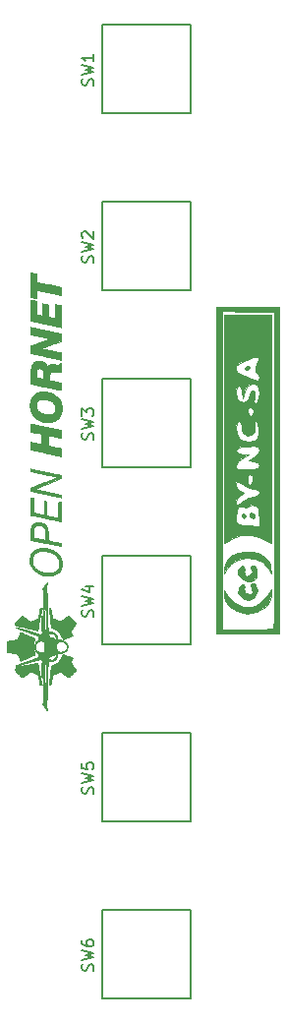
<source format=gbr>
G04 #@! TF.GenerationSoftware,KiCad,Pcbnew,(5.1.4-0-10_14)*
G04 #@! TF.CreationDate,2019-11-07T07:48:41+01:00*
G04 #@! TF.ProjectId,IFEI,49464549-2e6b-4696-9361-645f70636258,rev?*
G04 #@! TF.SameCoordinates,Original*
G04 #@! TF.FileFunction,Legend,Top*
G04 #@! TF.FilePolarity,Positive*
%FSLAX46Y46*%
G04 Gerber Fmt 4.6, Leading zero omitted, Abs format (unit mm)*
G04 Created by KiCad (PCBNEW (5.1.4-0-10_14)) date 2019-11-07 07:48:41*
%MOMM*%
%LPD*%
G04 APERTURE LIST*
%ADD10C,0.010000*%
%ADD11C,0.150000*%
G04 APERTURE END LIST*
D10*
G36*
X148261391Y-79710199D02*
G01*
X148261391Y-107801590D01*
X143383245Y-107801590D01*
X143383245Y-107465166D01*
X145541965Y-107465166D01*
X146362585Y-107456806D01*
X147058081Y-107433962D01*
X147561127Y-107399985D01*
X147804401Y-107358229D01*
X147813814Y-107352036D01*
X147830859Y-107170140D01*
X147846078Y-106677193D01*
X147859341Y-105898561D01*
X147870518Y-104859612D01*
X147879480Y-103585714D01*
X147886096Y-102102235D01*
X147890236Y-100434542D01*
X147891769Y-98608002D01*
X147890567Y-96647984D01*
X147886498Y-94579855D01*
X147883903Y-93684817D01*
X147840861Y-80130729D01*
X145612053Y-80083793D01*
X143383245Y-80036858D01*
X143383245Y-107465166D01*
X143383245Y-107801590D01*
X142878610Y-107801590D01*
X142878610Y-79710199D01*
X148261391Y-79710199D01*
X148261391Y-79710199D01*
G37*
X148261391Y-79710199D02*
X148261391Y-107801590D01*
X143383245Y-107801590D01*
X143383245Y-107465166D01*
X145541965Y-107465166D01*
X146362585Y-107456806D01*
X147058081Y-107433962D01*
X147561127Y-107399985D01*
X147804401Y-107358229D01*
X147813814Y-107352036D01*
X147830859Y-107170140D01*
X147846078Y-106677193D01*
X147859341Y-105898561D01*
X147870518Y-104859612D01*
X147879480Y-103585714D01*
X147886096Y-102102235D01*
X147890236Y-100434542D01*
X147891769Y-98608002D01*
X147890567Y-96647984D01*
X147886498Y-94579855D01*
X147883903Y-93684817D01*
X147840861Y-80130729D01*
X145612053Y-80083793D01*
X143383245Y-80036858D01*
X143383245Y-107465166D01*
X143383245Y-107801590D01*
X142878610Y-107801590D01*
X142878610Y-79710199D01*
X148261391Y-79710199D01*
G36*
X143935418Y-104622740D02*
G01*
X144495998Y-105196857D01*
X145185113Y-105498117D01*
X145929650Y-105502489D01*
X146281218Y-105393773D01*
X146810872Y-105057582D01*
X147231675Y-104599349D01*
X147247807Y-104573632D01*
X147587286Y-104016821D01*
X147587914Y-104548557D01*
X147474346Y-105053539D01*
X147091288Y-105498701D01*
X147087937Y-105501525D01*
X146318281Y-105952677D01*
X145498033Y-106084543D01*
X144682606Y-105897122D01*
X144052063Y-105501525D01*
X143660741Y-105042935D01*
X143551457Y-104565734D01*
X143551457Y-104051176D01*
X143935418Y-104622740D01*
X143935418Y-104622740D01*
G37*
X143935418Y-104622740D02*
X144495998Y-105196857D01*
X145185113Y-105498117D01*
X145929650Y-105502489D01*
X146281218Y-105393773D01*
X146810872Y-105057582D01*
X147231675Y-104599349D01*
X147247807Y-104573632D01*
X147587286Y-104016821D01*
X147587914Y-104548557D01*
X147474346Y-105053539D01*
X147091288Y-105498701D01*
X147087937Y-105501525D01*
X146318281Y-105952677D01*
X145498033Y-106084543D01*
X144682606Y-105897122D01*
X144052063Y-105501525D01*
X143660741Y-105042935D01*
X143551457Y-104565734D01*
X143551457Y-104051176D01*
X143935418Y-104622740D01*
G36*
X143590050Y-102087754D02*
G01*
X143777900Y-101523076D01*
X144194044Y-101110464D01*
X144767337Y-100849919D01*
X145426631Y-100741439D01*
X146100780Y-100785025D01*
X146718636Y-100980676D01*
X147209053Y-101328394D01*
X147500883Y-101828178D01*
X147547445Y-102087754D01*
X147590453Y-102671126D01*
X147332916Y-102210658D01*
X146850403Y-101654657D01*
X146212327Y-101338950D01*
X145498152Y-101263118D01*
X144787342Y-101426738D01*
X144159361Y-101829392D01*
X143826742Y-102229200D01*
X143544537Y-102671126D01*
X143590050Y-102087754D01*
X143590050Y-102087754D01*
G37*
X143590050Y-102087754D02*
X143777900Y-101523076D01*
X144194044Y-101110464D01*
X144767337Y-100849919D01*
X145426631Y-100741439D01*
X146100780Y-100785025D01*
X146718636Y-100980676D01*
X147209053Y-101328394D01*
X147500883Y-101828178D01*
X147547445Y-102087754D01*
X147590453Y-102671126D01*
X147332916Y-102210658D01*
X146850403Y-101654657D01*
X146212327Y-101338950D01*
X145498152Y-101263118D01*
X144787342Y-101426738D01*
X144159361Y-101829392D01*
X143826742Y-102229200D01*
X143544537Y-102671126D01*
X143590050Y-102087754D01*
G36*
X147588543Y-80383047D02*
G01*
X147588543Y-100018084D01*
X146789537Y-99609217D01*
X146579272Y-99538668D01*
X146579272Y-98566723D01*
X146579272Y-97899238D01*
X146554369Y-97398699D01*
X146492896Y-97014624D01*
X146477169Y-96965678D01*
X146255844Y-96755887D01*
X145927377Y-96704315D01*
X145672778Y-96837903D01*
X145668048Y-96845256D01*
X145453983Y-96927825D01*
X145161240Y-96911235D01*
X144829221Y-96917201D01*
X144686888Y-97128376D01*
X144686888Y-96695862D01*
X144895677Y-96598926D01*
X145224580Y-96370195D01*
X145233576Y-96363179D01*
X145687897Y-96121828D01*
X146116689Y-96030495D01*
X146467504Y-95962489D01*
X146578360Y-95728072D01*
X146579272Y-95690331D01*
X146489663Y-95434468D01*
X146168572Y-95351249D01*
X146116689Y-95350167D01*
X145794624Y-95276778D01*
X145794624Y-95013315D01*
X145969590Y-94898247D01*
X146053865Y-94621254D01*
X145980313Y-94275035D01*
X145792262Y-94053838D01*
X145780265Y-94049423D01*
X145620184Y-94137041D01*
X145570000Y-94498830D01*
X145570000Y-93671788D01*
X146134969Y-93658901D01*
X146440266Y-93603850D01*
X146562183Y-93482047D01*
X146579272Y-93346537D01*
X146455667Y-93073056D01*
X146116689Y-92960675D01*
X145654106Y-92900063D01*
X146116689Y-92670183D01*
X146497452Y-92348260D01*
X146579272Y-92038380D01*
X146557117Y-91813263D01*
X146437039Y-91699442D01*
X146138619Y-91667644D01*
X145701362Y-91683687D01*
X145701362Y-91316076D01*
X146150978Y-91228827D01*
X146401911Y-91022451D01*
X146516117Y-90653095D01*
X146533184Y-90190798D01*
X146463316Y-89769343D01*
X146316718Y-89522516D01*
X146286403Y-89508029D01*
X146266559Y-89515925D01*
X146266559Y-87959906D01*
X146467130Y-87840442D01*
X146555548Y-87584111D01*
X146577792Y-87160892D01*
X146540357Y-86718433D01*
X146462117Y-86447281D01*
X146462117Y-86010702D01*
X146562537Y-85955971D01*
X146579263Y-85779987D01*
X146579272Y-85763373D01*
X146508366Y-85491370D01*
X146411060Y-85429404D01*
X146271705Y-85294565D01*
X146257655Y-84971567D01*
X146364563Y-84582690D01*
X146446745Y-84425500D01*
X146576323Y-84112033D01*
X146449574Y-83986254D01*
X146057429Y-84046489D01*
X145491939Y-84249467D01*
X144898187Y-84533508D01*
X144605242Y-84788496D01*
X144560729Y-84934378D01*
X144574079Y-85128410D01*
X144658775Y-85271422D01*
X144881781Y-85411308D01*
X145310063Y-85595965D01*
X145704832Y-85752671D01*
X146201662Y-85943247D01*
X146462117Y-86010702D01*
X146462117Y-86447281D01*
X146449739Y-86404383D01*
X146401499Y-86348661D01*
X146008646Y-86276033D01*
X145623415Y-86465529D01*
X145349538Y-86856866D01*
X145309629Y-86983182D01*
X145174543Y-87532053D01*
X145109296Y-86985364D01*
X144983148Y-86558270D01*
X144795951Y-86426855D01*
X144628350Y-86587964D01*
X144560729Y-87006821D01*
X144664393Y-87524613D01*
X144920527Y-87834643D01*
X145246846Y-87919864D01*
X145561062Y-87763230D01*
X145780890Y-87347694D01*
X145800312Y-87263609D01*
X145922670Y-86927406D01*
X146079469Y-86862255D01*
X146082508Y-86864071D01*
X146183064Y-87099261D01*
X146155225Y-87463961D01*
X146136665Y-87834312D01*
X146266559Y-87959906D01*
X146266559Y-89515925D01*
X146151753Y-89561609D01*
X146166929Y-89884499D01*
X146174744Y-89924978D01*
X146151815Y-90404279D01*
X145905534Y-90702459D01*
X145822318Y-90712928D01*
X145822318Y-89130066D01*
X146025251Y-88983839D01*
X146074636Y-88709537D01*
X145986900Y-88371314D01*
X145822318Y-88289007D01*
X145619385Y-88435234D01*
X145570000Y-88709537D01*
X145657736Y-89047759D01*
X145822318Y-89130066D01*
X145822318Y-90712928D01*
X145498407Y-90753679D01*
X145409860Y-90730642D01*
X145160739Y-90555115D01*
X145069258Y-90181853D01*
X145065364Y-90029879D01*
X145016078Y-89609291D01*
X144866488Y-89504172D01*
X144855100Y-89507480D01*
X144666126Y-89724647D01*
X144591751Y-90126989D01*
X144634442Y-90582494D01*
X144796664Y-90959151D01*
X144827286Y-90996132D01*
X145214533Y-91237748D01*
X145701362Y-91316076D01*
X145701362Y-91683687D01*
X145613688Y-91686904D01*
X145031713Y-91741305D01*
X144715599Y-91842577D01*
X144595644Y-92013515D01*
X144594280Y-92020308D01*
X144648351Y-92232391D01*
X144956844Y-92340117D01*
X145097282Y-92357149D01*
X145654106Y-92411032D01*
X145107417Y-92709306D01*
X144707191Y-93019796D01*
X144560729Y-93339684D01*
X144598732Y-93525322D01*
X144763878Y-93625634D01*
X145132874Y-93665860D01*
X145570000Y-93671788D01*
X145570000Y-94498830D01*
X145628637Y-94906499D01*
X145794624Y-95013315D01*
X145794624Y-95276778D01*
X145645056Y-95242695D01*
X145233576Y-95017484D01*
X144838695Y-94747126D01*
X144629322Y-94720101D01*
X144561454Y-94933763D01*
X144560729Y-94977021D01*
X144692105Y-95288459D01*
X144915863Y-95494767D01*
X145270998Y-95716552D01*
X144915863Y-95965298D01*
X144672486Y-96220252D01*
X144556984Y-96495154D01*
X144605174Y-96675723D01*
X144686888Y-96695862D01*
X144686888Y-97128376D01*
X144663893Y-97162493D01*
X144638648Y-97253108D01*
X144576496Y-97749522D01*
X144588840Y-98070242D01*
X144655312Y-98296797D01*
X144829517Y-98423907D01*
X145196187Y-98488507D01*
X145612053Y-98516275D01*
X146579272Y-98566723D01*
X146579272Y-99538668D01*
X145905934Y-99312746D01*
X145032674Y-99345006D01*
X144137239Y-99707460D01*
X144098146Y-99730234D01*
X143551457Y-100052495D01*
X143551457Y-80383047D01*
X147588543Y-80383047D01*
X147588543Y-80383047D01*
G37*
X147588543Y-80383047D02*
X147588543Y-100018084D01*
X146789537Y-99609217D01*
X146579272Y-99538668D01*
X146579272Y-98566723D01*
X146579272Y-97899238D01*
X146554369Y-97398699D01*
X146492896Y-97014624D01*
X146477169Y-96965678D01*
X146255844Y-96755887D01*
X145927377Y-96704315D01*
X145672778Y-96837903D01*
X145668048Y-96845256D01*
X145453983Y-96927825D01*
X145161240Y-96911235D01*
X144829221Y-96917201D01*
X144686888Y-97128376D01*
X144686888Y-96695862D01*
X144895677Y-96598926D01*
X145224580Y-96370195D01*
X145233576Y-96363179D01*
X145687897Y-96121828D01*
X146116689Y-96030495D01*
X146467504Y-95962489D01*
X146578360Y-95728072D01*
X146579272Y-95690331D01*
X146489663Y-95434468D01*
X146168572Y-95351249D01*
X146116689Y-95350167D01*
X145794624Y-95276778D01*
X145794624Y-95013315D01*
X145969590Y-94898247D01*
X146053865Y-94621254D01*
X145980313Y-94275035D01*
X145792262Y-94053838D01*
X145780265Y-94049423D01*
X145620184Y-94137041D01*
X145570000Y-94498830D01*
X145570000Y-93671788D01*
X146134969Y-93658901D01*
X146440266Y-93603850D01*
X146562183Y-93482047D01*
X146579272Y-93346537D01*
X146455667Y-93073056D01*
X146116689Y-92960675D01*
X145654106Y-92900063D01*
X146116689Y-92670183D01*
X146497452Y-92348260D01*
X146579272Y-92038380D01*
X146557117Y-91813263D01*
X146437039Y-91699442D01*
X146138619Y-91667644D01*
X145701362Y-91683687D01*
X145701362Y-91316076D01*
X146150978Y-91228827D01*
X146401911Y-91022451D01*
X146516117Y-90653095D01*
X146533184Y-90190798D01*
X146463316Y-89769343D01*
X146316718Y-89522516D01*
X146286403Y-89508029D01*
X146266559Y-89515925D01*
X146266559Y-87959906D01*
X146467130Y-87840442D01*
X146555548Y-87584111D01*
X146577792Y-87160892D01*
X146540357Y-86718433D01*
X146462117Y-86447281D01*
X146462117Y-86010702D01*
X146562537Y-85955971D01*
X146579263Y-85779987D01*
X146579272Y-85763373D01*
X146508366Y-85491370D01*
X146411060Y-85429404D01*
X146271705Y-85294565D01*
X146257655Y-84971567D01*
X146364563Y-84582690D01*
X146446745Y-84425500D01*
X146576323Y-84112033D01*
X146449574Y-83986254D01*
X146057429Y-84046489D01*
X145491939Y-84249467D01*
X144898187Y-84533508D01*
X144605242Y-84788496D01*
X144560729Y-84934378D01*
X144574079Y-85128410D01*
X144658775Y-85271422D01*
X144881781Y-85411308D01*
X145310063Y-85595965D01*
X145704832Y-85752671D01*
X146201662Y-85943247D01*
X146462117Y-86010702D01*
X146462117Y-86447281D01*
X146449739Y-86404383D01*
X146401499Y-86348661D01*
X146008646Y-86276033D01*
X145623415Y-86465529D01*
X145349538Y-86856866D01*
X145309629Y-86983182D01*
X145174543Y-87532053D01*
X145109296Y-86985364D01*
X144983148Y-86558270D01*
X144795951Y-86426855D01*
X144628350Y-86587964D01*
X144560729Y-87006821D01*
X144664393Y-87524613D01*
X144920527Y-87834643D01*
X145246846Y-87919864D01*
X145561062Y-87763230D01*
X145780890Y-87347694D01*
X145800312Y-87263609D01*
X145922670Y-86927406D01*
X146079469Y-86862255D01*
X146082508Y-86864071D01*
X146183064Y-87099261D01*
X146155225Y-87463961D01*
X146136665Y-87834312D01*
X146266559Y-87959906D01*
X146266559Y-89515925D01*
X146151753Y-89561609D01*
X146166929Y-89884499D01*
X146174744Y-89924978D01*
X146151815Y-90404279D01*
X145905534Y-90702459D01*
X145822318Y-90712928D01*
X145822318Y-89130066D01*
X146025251Y-88983839D01*
X146074636Y-88709537D01*
X145986900Y-88371314D01*
X145822318Y-88289007D01*
X145619385Y-88435234D01*
X145570000Y-88709537D01*
X145657736Y-89047759D01*
X145822318Y-89130066D01*
X145822318Y-90712928D01*
X145498407Y-90753679D01*
X145409860Y-90730642D01*
X145160739Y-90555115D01*
X145069258Y-90181853D01*
X145065364Y-90029879D01*
X145016078Y-89609291D01*
X144866488Y-89504172D01*
X144855100Y-89507480D01*
X144666126Y-89724647D01*
X144591751Y-90126989D01*
X144634442Y-90582494D01*
X144796664Y-90959151D01*
X144827286Y-90996132D01*
X145214533Y-91237748D01*
X145701362Y-91316076D01*
X145701362Y-91683687D01*
X145613688Y-91686904D01*
X145031713Y-91741305D01*
X144715599Y-91842577D01*
X144595644Y-92013515D01*
X144594280Y-92020308D01*
X144648351Y-92232391D01*
X144956844Y-92340117D01*
X145097282Y-92357149D01*
X145654106Y-92411032D01*
X145107417Y-92709306D01*
X144707191Y-93019796D01*
X144560729Y-93339684D01*
X144598732Y-93525322D01*
X144763878Y-93625634D01*
X145132874Y-93665860D01*
X145570000Y-93671788D01*
X145570000Y-94498830D01*
X145628637Y-94906499D01*
X145794624Y-95013315D01*
X145794624Y-95276778D01*
X145645056Y-95242695D01*
X145233576Y-95017484D01*
X144838695Y-94747126D01*
X144629322Y-94720101D01*
X144561454Y-94933763D01*
X144560729Y-94977021D01*
X144692105Y-95288459D01*
X144915863Y-95494767D01*
X145270998Y-95716552D01*
X144915863Y-95965298D01*
X144672486Y-96220252D01*
X144556984Y-96495154D01*
X144605174Y-96675723D01*
X144686888Y-96695862D01*
X144686888Y-97128376D01*
X144663893Y-97162493D01*
X144638648Y-97253108D01*
X144576496Y-97749522D01*
X144588840Y-98070242D01*
X144655312Y-98296797D01*
X144829517Y-98423907D01*
X145196187Y-98488507D01*
X145612053Y-98516275D01*
X146579272Y-98566723D01*
X146579272Y-99538668D01*
X145905934Y-99312746D01*
X145032674Y-99345006D01*
X144137239Y-99707460D01*
X144098146Y-99730234D01*
X143551457Y-100052495D01*
X143551457Y-80383047D01*
X147588543Y-80383047D01*
G36*
X144817984Y-103964240D02*
G01*
X144871179Y-103838441D01*
X145082090Y-103547983D01*
X145257909Y-103536884D01*
X145310257Y-103785306D01*
X145282806Y-103930839D01*
X145318082Y-104258401D01*
X145458755Y-104366107D01*
X145817065Y-104401779D01*
X145975238Y-104215165D01*
X145906424Y-103932715D01*
X145847750Y-103635532D01*
X145966200Y-103466598D01*
X146168228Y-103509713D01*
X146259079Y-103616794D01*
X146400677Y-104114686D01*
X146227063Y-104586370D01*
X146146727Y-104677654D01*
X145714447Y-104919718D01*
X145263046Y-104835514D01*
X144980640Y-104604880D01*
X144777805Y-104292588D01*
X144817984Y-103964240D01*
X144817984Y-103964240D01*
G37*
X144817984Y-103964240D02*
X144871179Y-103838441D01*
X145082090Y-103547983D01*
X145257909Y-103536884D01*
X145310257Y-103785306D01*
X145282806Y-103930839D01*
X145318082Y-104258401D01*
X145458755Y-104366107D01*
X145817065Y-104401779D01*
X145975238Y-104215165D01*
X145906424Y-103932715D01*
X145847750Y-103635532D01*
X145966200Y-103466598D01*
X146168228Y-103509713D01*
X146259079Y-103616794D01*
X146400677Y-104114686D01*
X146227063Y-104586370D01*
X146146727Y-104677654D01*
X145714447Y-104919718D01*
X145263046Y-104835514D01*
X144980640Y-104604880D01*
X144777805Y-104292588D01*
X144817984Y-103964240D01*
G36*
X144780711Y-102299541D02*
G01*
X144880922Y-102102887D01*
X145088912Y-101951923D01*
X145261362Y-102058230D01*
X145298492Y-102348847D01*
X145287236Y-102399991D01*
X145313754Y-102736354D01*
X145540082Y-102866763D01*
X145831761Y-102747395D01*
X145983551Y-102504811D01*
X145900330Y-102327360D01*
X145817448Y-102094981D01*
X145917063Y-101991703D01*
X146147771Y-101988801D01*
X146319774Y-102214607D01*
X146395295Y-102562060D01*
X146336559Y-102924096D01*
X146282325Y-103026931D01*
X145926606Y-103301880D01*
X145473970Y-103323476D01*
X145073969Y-103100260D01*
X144776697Y-102687636D01*
X144780711Y-102299541D01*
X144780711Y-102299541D01*
G37*
X144780711Y-102299541D02*
X144880922Y-102102887D01*
X145088912Y-101951923D01*
X145261362Y-102058230D01*
X145298492Y-102348847D01*
X145287236Y-102399991D01*
X145313754Y-102736354D01*
X145540082Y-102866763D01*
X145831761Y-102747395D01*
X145983551Y-102504811D01*
X145900330Y-102327360D01*
X145817448Y-102094981D01*
X145917063Y-101991703D01*
X146147771Y-101988801D01*
X146319774Y-102214607D01*
X146395295Y-102562060D01*
X146336559Y-102924096D01*
X146282325Y-103026931D01*
X145926606Y-103301880D01*
X145473970Y-103323476D01*
X145073969Y-103100260D01*
X144776697Y-102687636D01*
X144780711Y-102299541D01*
G36*
X145836017Y-97414567D02*
G01*
X145937964Y-97410999D01*
X146160099Y-97578428D01*
X146188342Y-97779991D01*
X146004548Y-97877086D01*
X145772828Y-97741650D01*
X145738212Y-97610751D01*
X145836017Y-97414567D01*
X145836017Y-97414567D01*
G37*
X145836017Y-97414567D02*
X145937964Y-97410999D01*
X146160099Y-97578428D01*
X146188342Y-97779991D01*
X146004548Y-97877086D01*
X145772828Y-97741650D01*
X145738212Y-97610751D01*
X145836017Y-97414567D01*
G36*
X145146912Y-97440732D02*
G01*
X145233576Y-97456556D01*
X145395372Y-97671608D01*
X145401788Y-97718802D01*
X145273486Y-97872556D01*
X145233576Y-97877086D01*
X145085951Y-97740168D01*
X145065364Y-97614841D01*
X145146912Y-97440732D01*
X145146912Y-97440732D01*
G37*
X145146912Y-97440732D02*
X145233576Y-97456556D01*
X145395372Y-97671608D01*
X145401788Y-97718802D01*
X145273486Y-97872556D01*
X145233576Y-97877086D01*
X145085951Y-97740168D01*
X145065364Y-97614841D01*
X145146912Y-97440732D01*
G36*
X145317682Y-84924768D02*
G01*
X145532734Y-84762973D01*
X145579928Y-84756556D01*
X145733682Y-84884859D01*
X145738212Y-84924768D01*
X145601294Y-85072393D01*
X145475967Y-85092980D01*
X145301858Y-85011433D01*
X145317682Y-84924768D01*
X145317682Y-84924768D01*
G37*
X145317682Y-84924768D02*
X145532734Y-84762973D01*
X145579928Y-84756556D01*
X145733682Y-84884859D01*
X145738212Y-84924768D01*
X145601294Y-85072393D01*
X145475967Y-85092980D01*
X145301858Y-85011433D01*
X145317682Y-84924768D01*
G36*
X124848200Y-108943369D02*
G01*
X124848200Y-108922688D01*
X124848208Y-108852855D01*
X124848239Y-108790993D01*
X124848300Y-108736606D01*
X124848399Y-108689199D01*
X124848545Y-108648276D01*
X124848745Y-108613342D01*
X124849007Y-108583900D01*
X124849340Y-108559455D01*
X124849750Y-108539511D01*
X124850247Y-108523573D01*
X124850838Y-108511145D01*
X124851531Y-108501732D01*
X124852334Y-108494837D01*
X124853255Y-108489965D01*
X124854302Y-108486620D01*
X124855249Y-108484689D01*
X124863377Y-108474710D01*
X124872247Y-108468222D01*
X124877723Y-108466830D01*
X124890952Y-108464010D01*
X124911365Y-108459871D01*
X124938389Y-108454524D01*
X124971454Y-108448079D01*
X125009987Y-108440646D01*
X125053417Y-108432334D01*
X125101174Y-108423253D01*
X125152685Y-108413514D01*
X125207379Y-108403226D01*
X125264684Y-108392499D01*
X125303738Y-108385218D01*
X125362492Y-108374244D01*
X125419035Y-108363613D01*
X125472792Y-108353434D01*
X125523190Y-108343822D01*
X125569656Y-108334887D01*
X125611614Y-108326741D01*
X125648491Y-108319496D01*
X125679714Y-108313264D01*
X125704708Y-108308156D01*
X125722901Y-108304285D01*
X125733717Y-108301762D01*
X125736531Y-108300893D01*
X125747974Y-108293192D01*
X125756867Y-108285110D01*
X125759525Y-108280099D01*
X125765066Y-108267996D01*
X125773179Y-108249550D01*
X125783553Y-108225513D01*
X125795877Y-108196633D01*
X125809840Y-108163659D01*
X125825132Y-108127342D01*
X125841441Y-108088430D01*
X125858456Y-108047674D01*
X125875867Y-108005823D01*
X125893362Y-107963627D01*
X125910630Y-107921835D01*
X125927362Y-107881196D01*
X125943244Y-107842461D01*
X125957968Y-107806379D01*
X125971221Y-107773699D01*
X125982693Y-107745172D01*
X125992073Y-107721546D01*
X125999050Y-107703571D01*
X126003313Y-107691997D01*
X126004510Y-107688134D01*
X126005948Y-107687729D01*
X126010046Y-107688608D01*
X126017115Y-107690905D01*
X126027469Y-107694757D01*
X126041418Y-107700300D01*
X126059276Y-107707668D01*
X126081355Y-107716999D01*
X126107968Y-107728428D01*
X126139425Y-107742089D01*
X126176041Y-107758121D01*
X126218127Y-107776657D01*
X126265995Y-107797834D01*
X126319958Y-107821787D01*
X126380328Y-107848653D01*
X126447418Y-107878567D01*
X126521539Y-107911664D01*
X126603005Y-107948081D01*
X126619849Y-107955616D01*
X126688203Y-107986196D01*
X126754495Y-108015867D01*
X126818311Y-108044441D01*
X126879234Y-108071733D01*
X126936847Y-108097554D01*
X126990736Y-108121719D01*
X127040484Y-108144040D01*
X127085675Y-108164331D01*
X127125892Y-108182405D01*
X127160721Y-108198075D01*
X127189745Y-108211155D01*
X127212547Y-108221457D01*
X127228713Y-108228796D01*
X127237825Y-108232983D01*
X127239755Y-108233918D01*
X127241791Y-108236548D01*
X127242206Y-108241824D01*
X127240775Y-108250943D01*
X127237272Y-108265101D01*
X127231472Y-108285495D01*
X127227536Y-108298753D01*
X127210097Y-108359596D01*
X127192808Y-108424792D01*
X127176163Y-108492218D01*
X127160653Y-108559751D01*
X127146770Y-108625266D01*
X127135004Y-108686641D01*
X127127616Y-108730266D01*
X127124511Y-108755675D01*
X127121971Y-108787841D01*
X127120018Y-108825073D01*
X127118671Y-108865680D01*
X127117951Y-108907971D01*
X127117879Y-108950253D01*
X127118476Y-108990837D01*
X127119762Y-109028029D01*
X127121758Y-109060140D01*
X127123379Y-109076909D01*
X127129963Y-109125418D01*
X127139129Y-109180219D01*
X127150518Y-109239665D01*
X127163768Y-109302109D01*
X127178518Y-109365905D01*
X127194407Y-109429405D01*
X127211074Y-109490964D01*
X127223519Y-109533709D01*
X127230347Y-109556595D01*
X127236215Y-109576629D01*
X127240723Y-109592418D01*
X127243475Y-109602572D01*
X127244144Y-109605676D01*
X127240318Y-109607674D01*
X127229141Y-109612870D01*
X127211026Y-109621081D01*
X127186386Y-109632125D01*
X127155633Y-109645820D01*
X127119181Y-109661984D01*
X127077441Y-109680436D01*
X127030826Y-109700992D01*
X126979749Y-109723472D01*
X126924622Y-109747692D01*
X126865858Y-109773472D01*
X126803870Y-109800629D01*
X126739071Y-109828980D01*
X126671872Y-109858345D01*
X126627992Y-109877500D01*
X126559407Y-109907422D01*
X126492901Y-109936423D01*
X126428892Y-109964323D01*
X126367796Y-109990940D01*
X126310030Y-110016093D01*
X126256010Y-110039601D01*
X126206155Y-110061283D01*
X126160879Y-110080958D01*
X126120600Y-110098444D01*
X126085735Y-110113561D01*
X126056701Y-110126127D01*
X126033913Y-110135962D01*
X126017789Y-110142884D01*
X126008746Y-110146712D01*
X126006873Y-110147453D01*
X126004322Y-110143807D01*
X125998798Y-110132662D01*
X125990459Y-110114386D01*
X125979463Y-110089346D01*
X125965967Y-110057912D01*
X125950129Y-110020449D01*
X125932107Y-109977328D01*
X125912057Y-109928914D01*
X125890139Y-109875576D01*
X125885387Y-109863965D01*
X125866172Y-109817089D01*
X125847712Y-109772270D01*
X125830281Y-109730162D01*
X125814155Y-109691420D01*
X125799609Y-109656697D01*
X125786917Y-109626647D01*
X125776355Y-109601924D01*
X125768196Y-109583183D01*
X125762716Y-109571076D01*
X125760373Y-109566495D01*
X125750466Y-109555657D01*
X125738028Y-109546664D01*
X125737068Y-109546158D01*
X125730543Y-109544185D01*
X125716080Y-109540795D01*
X125694076Y-109536065D01*
X125664927Y-109530072D01*
X125629029Y-109522894D01*
X125586779Y-109514609D01*
X125538573Y-109505295D01*
X125484806Y-109495030D01*
X125425876Y-109483890D01*
X125362178Y-109471954D01*
X125299623Y-109460322D01*
X125240864Y-109449406D01*
X125184373Y-109438860D01*
X125130718Y-109428791D01*
X125080466Y-109419309D01*
X125034183Y-109410522D01*
X124992436Y-109402539D01*
X124955794Y-109395469D01*
X124924823Y-109389421D01*
X124900090Y-109384502D01*
X124882162Y-109380823D01*
X124871606Y-109378492D01*
X124868925Y-109377730D01*
X124865613Y-109376001D01*
X124862674Y-109374239D01*
X124860085Y-109371957D01*
X124857825Y-109368666D01*
X124855871Y-109363879D01*
X124854200Y-109357107D01*
X124852791Y-109347863D01*
X124851621Y-109335657D01*
X124850669Y-109320003D01*
X124849911Y-109300411D01*
X124849327Y-109276394D01*
X124848892Y-109247464D01*
X124848586Y-109213133D01*
X124848385Y-109172911D01*
X124848269Y-109126313D01*
X124848214Y-109072848D01*
X124848199Y-109012030D01*
X124848200Y-108943369D01*
X124848200Y-108943369D01*
G37*
X124848200Y-108943369D02*
X124848200Y-108922688D01*
X124848208Y-108852855D01*
X124848239Y-108790993D01*
X124848300Y-108736606D01*
X124848399Y-108689199D01*
X124848545Y-108648276D01*
X124848745Y-108613342D01*
X124849007Y-108583900D01*
X124849340Y-108559455D01*
X124849750Y-108539511D01*
X124850247Y-108523573D01*
X124850838Y-108511145D01*
X124851531Y-108501732D01*
X124852334Y-108494837D01*
X124853255Y-108489965D01*
X124854302Y-108486620D01*
X124855249Y-108484689D01*
X124863377Y-108474710D01*
X124872247Y-108468222D01*
X124877723Y-108466830D01*
X124890952Y-108464010D01*
X124911365Y-108459871D01*
X124938389Y-108454524D01*
X124971454Y-108448079D01*
X125009987Y-108440646D01*
X125053417Y-108432334D01*
X125101174Y-108423253D01*
X125152685Y-108413514D01*
X125207379Y-108403226D01*
X125264684Y-108392499D01*
X125303738Y-108385218D01*
X125362492Y-108374244D01*
X125419035Y-108363613D01*
X125472792Y-108353434D01*
X125523190Y-108343822D01*
X125569656Y-108334887D01*
X125611614Y-108326741D01*
X125648491Y-108319496D01*
X125679714Y-108313264D01*
X125704708Y-108308156D01*
X125722901Y-108304285D01*
X125733717Y-108301762D01*
X125736531Y-108300893D01*
X125747974Y-108293192D01*
X125756867Y-108285110D01*
X125759525Y-108280099D01*
X125765066Y-108267996D01*
X125773179Y-108249550D01*
X125783553Y-108225513D01*
X125795877Y-108196633D01*
X125809840Y-108163659D01*
X125825132Y-108127342D01*
X125841441Y-108088430D01*
X125858456Y-108047674D01*
X125875867Y-108005823D01*
X125893362Y-107963627D01*
X125910630Y-107921835D01*
X125927362Y-107881196D01*
X125943244Y-107842461D01*
X125957968Y-107806379D01*
X125971221Y-107773699D01*
X125982693Y-107745172D01*
X125992073Y-107721546D01*
X125999050Y-107703571D01*
X126003313Y-107691997D01*
X126004510Y-107688134D01*
X126005948Y-107687729D01*
X126010046Y-107688608D01*
X126017115Y-107690905D01*
X126027469Y-107694757D01*
X126041418Y-107700300D01*
X126059276Y-107707668D01*
X126081355Y-107716999D01*
X126107968Y-107728428D01*
X126139425Y-107742089D01*
X126176041Y-107758121D01*
X126218127Y-107776657D01*
X126265995Y-107797834D01*
X126319958Y-107821787D01*
X126380328Y-107848653D01*
X126447418Y-107878567D01*
X126521539Y-107911664D01*
X126603005Y-107948081D01*
X126619849Y-107955616D01*
X126688203Y-107986196D01*
X126754495Y-108015867D01*
X126818311Y-108044441D01*
X126879234Y-108071733D01*
X126936847Y-108097554D01*
X126990736Y-108121719D01*
X127040484Y-108144040D01*
X127085675Y-108164331D01*
X127125892Y-108182405D01*
X127160721Y-108198075D01*
X127189745Y-108211155D01*
X127212547Y-108221457D01*
X127228713Y-108228796D01*
X127237825Y-108232983D01*
X127239755Y-108233918D01*
X127241791Y-108236548D01*
X127242206Y-108241824D01*
X127240775Y-108250943D01*
X127237272Y-108265101D01*
X127231472Y-108285495D01*
X127227536Y-108298753D01*
X127210097Y-108359596D01*
X127192808Y-108424792D01*
X127176163Y-108492218D01*
X127160653Y-108559751D01*
X127146770Y-108625266D01*
X127135004Y-108686641D01*
X127127616Y-108730266D01*
X127124511Y-108755675D01*
X127121971Y-108787841D01*
X127120018Y-108825073D01*
X127118671Y-108865680D01*
X127117951Y-108907971D01*
X127117879Y-108950253D01*
X127118476Y-108990837D01*
X127119762Y-109028029D01*
X127121758Y-109060140D01*
X127123379Y-109076909D01*
X127129963Y-109125418D01*
X127139129Y-109180219D01*
X127150518Y-109239665D01*
X127163768Y-109302109D01*
X127178518Y-109365905D01*
X127194407Y-109429405D01*
X127211074Y-109490964D01*
X127223519Y-109533709D01*
X127230347Y-109556595D01*
X127236215Y-109576629D01*
X127240723Y-109592418D01*
X127243475Y-109602572D01*
X127244144Y-109605676D01*
X127240318Y-109607674D01*
X127229141Y-109612870D01*
X127211026Y-109621081D01*
X127186386Y-109632125D01*
X127155633Y-109645820D01*
X127119181Y-109661984D01*
X127077441Y-109680436D01*
X127030826Y-109700992D01*
X126979749Y-109723472D01*
X126924622Y-109747692D01*
X126865858Y-109773472D01*
X126803870Y-109800629D01*
X126739071Y-109828980D01*
X126671872Y-109858345D01*
X126627992Y-109877500D01*
X126559407Y-109907422D01*
X126492901Y-109936423D01*
X126428892Y-109964323D01*
X126367796Y-109990940D01*
X126310030Y-110016093D01*
X126256010Y-110039601D01*
X126206155Y-110061283D01*
X126160879Y-110080958D01*
X126120600Y-110098444D01*
X126085735Y-110113561D01*
X126056701Y-110126127D01*
X126033913Y-110135962D01*
X126017789Y-110142884D01*
X126008746Y-110146712D01*
X126006873Y-110147453D01*
X126004322Y-110143807D01*
X125998798Y-110132662D01*
X125990459Y-110114386D01*
X125979463Y-110089346D01*
X125965967Y-110057912D01*
X125950129Y-110020449D01*
X125932107Y-109977328D01*
X125912057Y-109928914D01*
X125890139Y-109875576D01*
X125885387Y-109863965D01*
X125866172Y-109817089D01*
X125847712Y-109772270D01*
X125830281Y-109730162D01*
X125814155Y-109691420D01*
X125799609Y-109656697D01*
X125786917Y-109626647D01*
X125776355Y-109601924D01*
X125768196Y-109583183D01*
X125762716Y-109571076D01*
X125760373Y-109566495D01*
X125750466Y-109555657D01*
X125738028Y-109546664D01*
X125737068Y-109546158D01*
X125730543Y-109544185D01*
X125716080Y-109540795D01*
X125694076Y-109536065D01*
X125664927Y-109530072D01*
X125629029Y-109522894D01*
X125586779Y-109514609D01*
X125538573Y-109505295D01*
X125484806Y-109495030D01*
X125425876Y-109483890D01*
X125362178Y-109471954D01*
X125299623Y-109460322D01*
X125240864Y-109449406D01*
X125184373Y-109438860D01*
X125130718Y-109428791D01*
X125080466Y-109419309D01*
X125034183Y-109410522D01*
X124992436Y-109402539D01*
X124955794Y-109395469D01*
X124924823Y-109389421D01*
X124900090Y-109384502D01*
X124882162Y-109380823D01*
X124871606Y-109378492D01*
X124868925Y-109377730D01*
X124865613Y-109376001D01*
X124862674Y-109374239D01*
X124860085Y-109371957D01*
X124857825Y-109368666D01*
X124855871Y-109363879D01*
X124854200Y-109357107D01*
X124852791Y-109347863D01*
X124851621Y-109335657D01*
X124850669Y-109320003D01*
X124849911Y-109300411D01*
X124849327Y-109276394D01*
X124848892Y-109247464D01*
X124848586Y-109213133D01*
X124848385Y-109172911D01*
X124848269Y-109126313D01*
X124848214Y-109072848D01*
X124848199Y-109012030D01*
X124848200Y-108943369D01*
G36*
X125510636Y-106902013D02*
G01*
X125513947Y-106897536D01*
X125522783Y-106887598D01*
X125536654Y-106872695D01*
X125555067Y-106853321D01*
X125577530Y-106829971D01*
X125603551Y-106803140D01*
X125632639Y-106773323D01*
X125664302Y-106741016D01*
X125698047Y-106706712D01*
X125733382Y-106670908D01*
X125769816Y-106634097D01*
X125806857Y-106596775D01*
X125844013Y-106559437D01*
X125880791Y-106522577D01*
X125916701Y-106486691D01*
X125951249Y-106452274D01*
X125983945Y-106419820D01*
X126014295Y-106389825D01*
X126041809Y-106362783D01*
X126065994Y-106339189D01*
X126086359Y-106319539D01*
X126102410Y-106304326D01*
X126113657Y-106294047D01*
X126119608Y-106289196D01*
X126119913Y-106289018D01*
X126135912Y-106284479D01*
X126146036Y-106284748D01*
X126152217Y-106287627D01*
X126165260Y-106295353D01*
X126185111Y-106307888D01*
X126211715Y-106325198D01*
X126245017Y-106347245D01*
X126284963Y-106373993D01*
X126331497Y-106405406D01*
X126384566Y-106441447D01*
X126444115Y-106482080D01*
X126509691Y-106526997D01*
X126567103Y-106566317D01*
X126620598Y-106602819D01*
X126669866Y-106636294D01*
X126714596Y-106666537D01*
X126754479Y-106693339D01*
X126789203Y-106716494D01*
X126818459Y-106735794D01*
X126841936Y-106751033D01*
X126859324Y-106762003D01*
X126870312Y-106768496D01*
X126874195Y-106770311D01*
X126887028Y-106772018D01*
X126897930Y-106771605D01*
X126898293Y-106771529D01*
X126904586Y-106769330D01*
X126917838Y-106764087D01*
X126937313Y-106756114D01*
X126962274Y-106745730D01*
X126991986Y-106733250D01*
X127025714Y-106718991D01*
X127062721Y-106703270D01*
X127102271Y-106686404D01*
X127143630Y-106668709D01*
X127186061Y-106650501D01*
X127228828Y-106632098D01*
X127271196Y-106613816D01*
X127312429Y-106595972D01*
X127351791Y-106578882D01*
X127388546Y-106562862D01*
X127421958Y-106548231D01*
X127451293Y-106535303D01*
X127475813Y-106524396D01*
X127494784Y-106515827D01*
X127507469Y-106509912D01*
X127513133Y-106506967D01*
X127513221Y-106506901D01*
X127523055Y-106496929D01*
X127529709Y-106487194D01*
X127531296Y-106481502D01*
X127534303Y-106468064D01*
X127538615Y-106447460D01*
X127544119Y-106420271D01*
X127550703Y-106387078D01*
X127558253Y-106348461D01*
X127566656Y-106305001D01*
X127575799Y-106257278D01*
X127585568Y-106205873D01*
X127595851Y-106151367D01*
X127606535Y-106094340D01*
X127612342Y-106063176D01*
X127624942Y-105995458D01*
X127636100Y-105935566D01*
X127645921Y-105883003D01*
X127654509Y-105837271D01*
X127661969Y-105797873D01*
X127668406Y-105764311D01*
X127673924Y-105736086D01*
X127678628Y-105712703D01*
X127682622Y-105693662D01*
X127686011Y-105678466D01*
X127688899Y-105666618D01*
X127691390Y-105657619D01*
X127693591Y-105650973D01*
X127695604Y-105646181D01*
X127697535Y-105642746D01*
X127699488Y-105640169D01*
X127701568Y-105637955D01*
X127701705Y-105637816D01*
X127714307Y-105625116D01*
X127862333Y-105622454D01*
X127861901Y-105632252D01*
X127860835Y-105638037D01*
X127857914Y-105651295D01*
X127853315Y-105671279D01*
X127847217Y-105697242D01*
X127839797Y-105728438D01*
X127831232Y-105764119D01*
X127821700Y-105803540D01*
X127811378Y-105845954D01*
X127800670Y-105889700D01*
X127777742Y-105983619D01*
X127756992Y-106069738D01*
X127738339Y-106148414D01*
X127721702Y-106220007D01*
X127706997Y-106284874D01*
X127694143Y-106343374D01*
X127683058Y-106395866D01*
X127673661Y-106442708D01*
X127670119Y-106461200D01*
X127667427Y-106475951D01*
X127663455Y-106498403D01*
X127658312Y-106527905D01*
X127652109Y-106563807D01*
X127644959Y-106605457D01*
X127636971Y-106652206D01*
X127628257Y-106703402D01*
X127618927Y-106758395D01*
X127609092Y-106816535D01*
X127598864Y-106877170D01*
X127588354Y-106939650D01*
X127577671Y-107003324D01*
X127576651Y-107009417D01*
X127566141Y-107071938D01*
X127555889Y-107132494D01*
X127545993Y-107190517D01*
X127536555Y-107245438D01*
X127527673Y-107296691D01*
X127519449Y-107343706D01*
X127511982Y-107385916D01*
X127505372Y-107422753D01*
X127499719Y-107453649D01*
X127495123Y-107478035D01*
X127491685Y-107495343D01*
X127489503Y-107505006D01*
X127489171Y-107506146D01*
X127484166Y-107520466D01*
X127480243Y-107528197D01*
X127476239Y-107530912D01*
X127471339Y-107530291D01*
X127464589Y-107528373D01*
X127456023Y-107526099D01*
X127445320Y-107523400D01*
X127432156Y-107520204D01*
X127416209Y-107516440D01*
X127397157Y-107512037D01*
X127374675Y-107506925D01*
X127348443Y-107501032D01*
X127318136Y-107494288D01*
X127283432Y-107486622D01*
X127244010Y-107477963D01*
X127199545Y-107468240D01*
X127149715Y-107457382D01*
X127094197Y-107445318D01*
X127032669Y-107431977D01*
X126964809Y-107417289D01*
X126890292Y-107401183D01*
X126808797Y-107383588D01*
X126720001Y-107364432D01*
X126623581Y-107343646D01*
X126519214Y-107321157D01*
X126516102Y-107320487D01*
X125646121Y-107133067D01*
X125578419Y-107034656D01*
X125560730Y-107008615D01*
X125544670Y-106984338D01*
X125530872Y-106962837D01*
X125519971Y-106945121D01*
X125512602Y-106932198D01*
X125509398Y-106925081D01*
X125509327Y-106924694D01*
X125509276Y-106911278D01*
X125510636Y-106902013D01*
X125510636Y-106902013D01*
G37*
X125510636Y-106902013D02*
X125513947Y-106897536D01*
X125522783Y-106887598D01*
X125536654Y-106872695D01*
X125555067Y-106853321D01*
X125577530Y-106829971D01*
X125603551Y-106803140D01*
X125632639Y-106773323D01*
X125664302Y-106741016D01*
X125698047Y-106706712D01*
X125733382Y-106670908D01*
X125769816Y-106634097D01*
X125806857Y-106596775D01*
X125844013Y-106559437D01*
X125880791Y-106522577D01*
X125916701Y-106486691D01*
X125951249Y-106452274D01*
X125983945Y-106419820D01*
X126014295Y-106389825D01*
X126041809Y-106362783D01*
X126065994Y-106339189D01*
X126086359Y-106319539D01*
X126102410Y-106304326D01*
X126113657Y-106294047D01*
X126119608Y-106289196D01*
X126119913Y-106289018D01*
X126135912Y-106284479D01*
X126146036Y-106284748D01*
X126152217Y-106287627D01*
X126165260Y-106295353D01*
X126185111Y-106307888D01*
X126211715Y-106325198D01*
X126245017Y-106347245D01*
X126284963Y-106373993D01*
X126331497Y-106405406D01*
X126384566Y-106441447D01*
X126444115Y-106482080D01*
X126509691Y-106526997D01*
X126567103Y-106566317D01*
X126620598Y-106602819D01*
X126669866Y-106636294D01*
X126714596Y-106666537D01*
X126754479Y-106693339D01*
X126789203Y-106716494D01*
X126818459Y-106735794D01*
X126841936Y-106751033D01*
X126859324Y-106762003D01*
X126870312Y-106768496D01*
X126874195Y-106770311D01*
X126887028Y-106772018D01*
X126897930Y-106771605D01*
X126898293Y-106771529D01*
X126904586Y-106769330D01*
X126917838Y-106764087D01*
X126937313Y-106756114D01*
X126962274Y-106745730D01*
X126991986Y-106733250D01*
X127025714Y-106718991D01*
X127062721Y-106703270D01*
X127102271Y-106686404D01*
X127143630Y-106668709D01*
X127186061Y-106650501D01*
X127228828Y-106632098D01*
X127271196Y-106613816D01*
X127312429Y-106595972D01*
X127351791Y-106578882D01*
X127388546Y-106562862D01*
X127421958Y-106548231D01*
X127451293Y-106535303D01*
X127475813Y-106524396D01*
X127494784Y-106515827D01*
X127507469Y-106509912D01*
X127513133Y-106506967D01*
X127513221Y-106506901D01*
X127523055Y-106496929D01*
X127529709Y-106487194D01*
X127531296Y-106481502D01*
X127534303Y-106468064D01*
X127538615Y-106447460D01*
X127544119Y-106420271D01*
X127550703Y-106387078D01*
X127558253Y-106348461D01*
X127566656Y-106305001D01*
X127575799Y-106257278D01*
X127585568Y-106205873D01*
X127595851Y-106151367D01*
X127606535Y-106094340D01*
X127612342Y-106063176D01*
X127624942Y-105995458D01*
X127636100Y-105935566D01*
X127645921Y-105883003D01*
X127654509Y-105837271D01*
X127661969Y-105797873D01*
X127668406Y-105764311D01*
X127673924Y-105736086D01*
X127678628Y-105712703D01*
X127682622Y-105693662D01*
X127686011Y-105678466D01*
X127688899Y-105666618D01*
X127691390Y-105657619D01*
X127693591Y-105650973D01*
X127695604Y-105646181D01*
X127697535Y-105642746D01*
X127699488Y-105640169D01*
X127701568Y-105637955D01*
X127701705Y-105637816D01*
X127714307Y-105625116D01*
X127862333Y-105622454D01*
X127861901Y-105632252D01*
X127860835Y-105638037D01*
X127857914Y-105651295D01*
X127853315Y-105671279D01*
X127847217Y-105697242D01*
X127839797Y-105728438D01*
X127831232Y-105764119D01*
X127821700Y-105803540D01*
X127811378Y-105845954D01*
X127800670Y-105889700D01*
X127777742Y-105983619D01*
X127756992Y-106069738D01*
X127738339Y-106148414D01*
X127721702Y-106220007D01*
X127706997Y-106284874D01*
X127694143Y-106343374D01*
X127683058Y-106395866D01*
X127673661Y-106442708D01*
X127670119Y-106461200D01*
X127667427Y-106475951D01*
X127663455Y-106498403D01*
X127658312Y-106527905D01*
X127652109Y-106563807D01*
X127644959Y-106605457D01*
X127636971Y-106652206D01*
X127628257Y-106703402D01*
X127618927Y-106758395D01*
X127609092Y-106816535D01*
X127598864Y-106877170D01*
X127588354Y-106939650D01*
X127577671Y-107003324D01*
X127576651Y-107009417D01*
X127566141Y-107071938D01*
X127555889Y-107132494D01*
X127545993Y-107190517D01*
X127536555Y-107245438D01*
X127527673Y-107296691D01*
X127519449Y-107343706D01*
X127511982Y-107385916D01*
X127505372Y-107422753D01*
X127499719Y-107453649D01*
X127495123Y-107478035D01*
X127491685Y-107495343D01*
X127489503Y-107505006D01*
X127489171Y-107506146D01*
X127484166Y-107520466D01*
X127480243Y-107528197D01*
X127476239Y-107530912D01*
X127471339Y-107530291D01*
X127464589Y-107528373D01*
X127456023Y-107526099D01*
X127445320Y-107523400D01*
X127432156Y-107520204D01*
X127416209Y-107516440D01*
X127397157Y-107512037D01*
X127374675Y-107506925D01*
X127348443Y-107501032D01*
X127318136Y-107494288D01*
X127283432Y-107486622D01*
X127244010Y-107477963D01*
X127199545Y-107468240D01*
X127149715Y-107457382D01*
X127094197Y-107445318D01*
X127032669Y-107431977D01*
X126964809Y-107417289D01*
X126890292Y-107401183D01*
X126808797Y-107383588D01*
X126720001Y-107364432D01*
X126623581Y-107343646D01*
X126519214Y-107321157D01*
X126516102Y-107320487D01*
X125646121Y-107133067D01*
X125578419Y-107034656D01*
X125560730Y-107008615D01*
X125544670Y-106984338D01*
X125530872Y-106962837D01*
X125519971Y-106945121D01*
X125512602Y-106932198D01*
X125509398Y-106925081D01*
X125509327Y-106924694D01*
X125509276Y-106911278D01*
X125510636Y-106902013D01*
G36*
X125508743Y-110931531D02*
G01*
X125509092Y-110925523D01*
X125510396Y-110919322D01*
X125513177Y-110912026D01*
X125517962Y-110902733D01*
X125525273Y-110890541D01*
X125535636Y-110874547D01*
X125549575Y-110853849D01*
X125567614Y-110827545D01*
X125577535Y-110813168D01*
X125646183Y-110713785D01*
X126532890Y-110522577D01*
X126618291Y-110504152D01*
X126701669Y-110486146D01*
X126782634Y-110468644D01*
X126860793Y-110451731D01*
X126935754Y-110435493D01*
X127007125Y-110420015D01*
X127074513Y-110405383D01*
X127137528Y-110391681D01*
X127195777Y-110378995D01*
X127248867Y-110367411D01*
X127296408Y-110357014D01*
X127338006Y-110347889D01*
X127373271Y-110340122D01*
X127401809Y-110333798D01*
X127423229Y-110329002D01*
X127437139Y-110325820D01*
X127443056Y-110324365D01*
X127457195Y-110320109D01*
X127468751Y-110316568D01*
X127473553Y-110315051D01*
X127477840Y-110315435D01*
X127481855Y-110320578D01*
X127486418Y-110331837D01*
X127489640Y-110341712D01*
X127491520Y-110349656D01*
X127494683Y-110365390D01*
X127499028Y-110388349D01*
X127504457Y-110417969D01*
X127510871Y-110453685D01*
X127518170Y-110494935D01*
X127526256Y-110541154D01*
X127535031Y-110591777D01*
X127544393Y-110646242D01*
X127554246Y-110703982D01*
X127564489Y-110764436D01*
X127575025Y-110827038D01*
X127579066Y-110851167D01*
X127593222Y-110935770D01*
X127606116Y-111012704D01*
X127617885Y-111082650D01*
X127628665Y-111146290D01*
X127638591Y-111204305D01*
X127647799Y-111257376D01*
X127656426Y-111306184D01*
X127664607Y-111351412D01*
X127672478Y-111393740D01*
X127680175Y-111433849D01*
X127687834Y-111472422D01*
X127695591Y-111510139D01*
X127703582Y-111547682D01*
X127711943Y-111585731D01*
X127720810Y-111624970D01*
X127730318Y-111666078D01*
X127740604Y-111709737D01*
X127751804Y-111756629D01*
X127764053Y-111807435D01*
X127777488Y-111862836D01*
X127792244Y-111923514D01*
X127796481Y-111940925D01*
X127807785Y-111987459D01*
X127818475Y-112031630D01*
X127828386Y-112072742D01*
X127837351Y-112110096D01*
X127845204Y-112142995D01*
X127851779Y-112170741D01*
X127856909Y-112192638D01*
X127860429Y-112207987D01*
X127862171Y-112216090D01*
X127862333Y-112217150D01*
X127860636Y-112219309D01*
X127854874Y-112220868D01*
X127844036Y-112221906D01*
X127827112Y-112222507D01*
X127803093Y-112222750D01*
X127792682Y-112222766D01*
X127763112Y-112222550D01*
X127740746Y-112221729D01*
X127724326Y-112220053D01*
X127712597Y-112217265D01*
X127704302Y-112213114D01*
X127698185Y-112207345D01*
X127695075Y-112203059D01*
X127693280Y-112197351D01*
X127690068Y-112183741D01*
X127685523Y-112162663D01*
X127679730Y-112134549D01*
X127672774Y-112099829D01*
X127664741Y-112058936D01*
X127655715Y-112012302D01*
X127645780Y-111960359D01*
X127635022Y-111903538D01*
X127623526Y-111842271D01*
X127612201Y-111781437D01*
X127599551Y-111713301D01*
X127588326Y-111652995D01*
X127578423Y-111600019D01*
X127569739Y-111553877D01*
X127562173Y-111514069D01*
X127555623Y-111480098D01*
X127549985Y-111451464D01*
X127545159Y-111427669D01*
X127541041Y-111408216D01*
X127537530Y-111392605D01*
X127534523Y-111380338D01*
X127531919Y-111370918D01*
X127529615Y-111363845D01*
X127527508Y-111358621D01*
X127525497Y-111354748D01*
X127524331Y-111352920D01*
X127522012Y-111349736D01*
X127519225Y-111346638D01*
X127515443Y-111343377D01*
X127510134Y-111339707D01*
X127502771Y-111335380D01*
X127492825Y-111330149D01*
X127479765Y-111323766D01*
X127463064Y-111315984D01*
X127442191Y-111306556D01*
X127416618Y-111295234D01*
X127385816Y-111281771D01*
X127349256Y-111265920D01*
X127306407Y-111247432D01*
X127256742Y-111226062D01*
X127210271Y-111206089D01*
X127152639Y-111181337D01*
X127102247Y-111159747D01*
X127058559Y-111141128D01*
X127021039Y-111125290D01*
X126989153Y-111112042D01*
X126962363Y-111101195D01*
X126940136Y-111092559D01*
X126921935Y-111085943D01*
X126907225Y-111081157D01*
X126895470Y-111078012D01*
X126886134Y-111076316D01*
X126878683Y-111075881D01*
X126872580Y-111076515D01*
X126867291Y-111078029D01*
X126862279Y-111080232D01*
X126859588Y-111081596D01*
X126854491Y-111084814D01*
X126842913Y-111092493D01*
X126825349Y-111104298D01*
X126802292Y-111119891D01*
X126774238Y-111138935D01*
X126741682Y-111161094D01*
X126705116Y-111186031D01*
X126665037Y-111213409D01*
X126621939Y-111242892D01*
X126576316Y-111274142D01*
X126528662Y-111306823D01*
X126507374Y-111321436D01*
X126459022Y-111354601D01*
X126412500Y-111386448D01*
X126368300Y-111416642D01*
X126326915Y-111444851D01*
X126288838Y-111470740D01*
X126254560Y-111493976D01*
X126224575Y-111514225D01*
X126199375Y-111531154D01*
X126179453Y-111544429D01*
X126165302Y-111553716D01*
X126157413Y-111558682D01*
X126156050Y-111559413D01*
X126151611Y-111561151D01*
X126147473Y-111562496D01*
X126143270Y-111563125D01*
X126138637Y-111562712D01*
X126133207Y-111560933D01*
X126126617Y-111557464D01*
X126118499Y-111551980D01*
X126108488Y-111544157D01*
X126096219Y-111533670D01*
X126081327Y-111520195D01*
X126063445Y-111503408D01*
X126042208Y-111482983D01*
X126017251Y-111458597D01*
X125988208Y-111429925D01*
X125954713Y-111396643D01*
X125916401Y-111358426D01*
X125872906Y-111314949D01*
X125823863Y-111265889D01*
X125812300Y-111254322D01*
X125508600Y-110950512D01*
X125508743Y-110931531D01*
X125508743Y-110931531D01*
G37*
X125508743Y-110931531D02*
X125509092Y-110925523D01*
X125510396Y-110919322D01*
X125513177Y-110912026D01*
X125517962Y-110902733D01*
X125525273Y-110890541D01*
X125535636Y-110874547D01*
X125549575Y-110853849D01*
X125567614Y-110827545D01*
X125577535Y-110813168D01*
X125646183Y-110713785D01*
X126532890Y-110522577D01*
X126618291Y-110504152D01*
X126701669Y-110486146D01*
X126782634Y-110468644D01*
X126860793Y-110451731D01*
X126935754Y-110435493D01*
X127007125Y-110420015D01*
X127074513Y-110405383D01*
X127137528Y-110391681D01*
X127195777Y-110378995D01*
X127248867Y-110367411D01*
X127296408Y-110357014D01*
X127338006Y-110347889D01*
X127373271Y-110340122D01*
X127401809Y-110333798D01*
X127423229Y-110329002D01*
X127437139Y-110325820D01*
X127443056Y-110324365D01*
X127457195Y-110320109D01*
X127468751Y-110316568D01*
X127473553Y-110315051D01*
X127477840Y-110315435D01*
X127481855Y-110320578D01*
X127486418Y-110331837D01*
X127489640Y-110341712D01*
X127491520Y-110349656D01*
X127494683Y-110365390D01*
X127499028Y-110388349D01*
X127504457Y-110417969D01*
X127510871Y-110453685D01*
X127518170Y-110494935D01*
X127526256Y-110541154D01*
X127535031Y-110591777D01*
X127544393Y-110646242D01*
X127554246Y-110703982D01*
X127564489Y-110764436D01*
X127575025Y-110827038D01*
X127579066Y-110851167D01*
X127593222Y-110935770D01*
X127606116Y-111012704D01*
X127617885Y-111082650D01*
X127628665Y-111146290D01*
X127638591Y-111204305D01*
X127647799Y-111257376D01*
X127656426Y-111306184D01*
X127664607Y-111351412D01*
X127672478Y-111393740D01*
X127680175Y-111433849D01*
X127687834Y-111472422D01*
X127695591Y-111510139D01*
X127703582Y-111547682D01*
X127711943Y-111585731D01*
X127720810Y-111624970D01*
X127730318Y-111666078D01*
X127740604Y-111709737D01*
X127751804Y-111756629D01*
X127764053Y-111807435D01*
X127777488Y-111862836D01*
X127792244Y-111923514D01*
X127796481Y-111940925D01*
X127807785Y-111987459D01*
X127818475Y-112031630D01*
X127828386Y-112072742D01*
X127837351Y-112110096D01*
X127845204Y-112142995D01*
X127851779Y-112170741D01*
X127856909Y-112192638D01*
X127860429Y-112207987D01*
X127862171Y-112216090D01*
X127862333Y-112217150D01*
X127860636Y-112219309D01*
X127854874Y-112220868D01*
X127844036Y-112221906D01*
X127827112Y-112222507D01*
X127803093Y-112222750D01*
X127792682Y-112222766D01*
X127763112Y-112222550D01*
X127740746Y-112221729D01*
X127724326Y-112220053D01*
X127712597Y-112217265D01*
X127704302Y-112213114D01*
X127698185Y-112207345D01*
X127695075Y-112203059D01*
X127693280Y-112197351D01*
X127690068Y-112183741D01*
X127685523Y-112162663D01*
X127679730Y-112134549D01*
X127672774Y-112099829D01*
X127664741Y-112058936D01*
X127655715Y-112012302D01*
X127645780Y-111960359D01*
X127635022Y-111903538D01*
X127623526Y-111842271D01*
X127612201Y-111781437D01*
X127599551Y-111713301D01*
X127588326Y-111652995D01*
X127578423Y-111600019D01*
X127569739Y-111553877D01*
X127562173Y-111514069D01*
X127555623Y-111480098D01*
X127549985Y-111451464D01*
X127545159Y-111427669D01*
X127541041Y-111408216D01*
X127537530Y-111392605D01*
X127534523Y-111380338D01*
X127531919Y-111370918D01*
X127529615Y-111363845D01*
X127527508Y-111358621D01*
X127525497Y-111354748D01*
X127524331Y-111352920D01*
X127522012Y-111349736D01*
X127519225Y-111346638D01*
X127515443Y-111343377D01*
X127510134Y-111339707D01*
X127502771Y-111335380D01*
X127492825Y-111330149D01*
X127479765Y-111323766D01*
X127463064Y-111315984D01*
X127442191Y-111306556D01*
X127416618Y-111295234D01*
X127385816Y-111281771D01*
X127349256Y-111265920D01*
X127306407Y-111247432D01*
X127256742Y-111226062D01*
X127210271Y-111206089D01*
X127152639Y-111181337D01*
X127102247Y-111159747D01*
X127058559Y-111141128D01*
X127021039Y-111125290D01*
X126989153Y-111112042D01*
X126962363Y-111101195D01*
X126940136Y-111092559D01*
X126921935Y-111085943D01*
X126907225Y-111081157D01*
X126895470Y-111078012D01*
X126886134Y-111076316D01*
X126878683Y-111075881D01*
X126872580Y-111076515D01*
X126867291Y-111078029D01*
X126862279Y-111080232D01*
X126859588Y-111081596D01*
X126854491Y-111084814D01*
X126842913Y-111092493D01*
X126825349Y-111104298D01*
X126802292Y-111119891D01*
X126774238Y-111138935D01*
X126741682Y-111161094D01*
X126705116Y-111186031D01*
X126665037Y-111213409D01*
X126621939Y-111242892D01*
X126576316Y-111274142D01*
X126528662Y-111306823D01*
X126507374Y-111321436D01*
X126459022Y-111354601D01*
X126412500Y-111386448D01*
X126368300Y-111416642D01*
X126326915Y-111444851D01*
X126288838Y-111470740D01*
X126254560Y-111493976D01*
X126224575Y-111514225D01*
X126199375Y-111531154D01*
X126179453Y-111544429D01*
X126165302Y-111553716D01*
X126157413Y-111558682D01*
X126156050Y-111559413D01*
X126151611Y-111561151D01*
X126147473Y-111562496D01*
X126143270Y-111563125D01*
X126138637Y-111562712D01*
X126133207Y-111560933D01*
X126126617Y-111557464D01*
X126118499Y-111551980D01*
X126108488Y-111544157D01*
X126096219Y-111533670D01*
X126081327Y-111520195D01*
X126063445Y-111503408D01*
X126042208Y-111482983D01*
X126017251Y-111458597D01*
X125988208Y-111429925D01*
X125954713Y-111396643D01*
X125916401Y-111358426D01*
X125872906Y-111314949D01*
X125823863Y-111265889D01*
X125812300Y-111254322D01*
X125508600Y-110950512D01*
X125508743Y-110931531D01*
G36*
X126888670Y-77701097D02*
G01*
X126888683Y-77609590D01*
X126888703Y-77520685D01*
X126888730Y-77434741D01*
X126888765Y-77352119D01*
X126888807Y-77273176D01*
X126888854Y-77198274D01*
X126888908Y-77127772D01*
X126888967Y-77062028D01*
X126889032Y-77001403D01*
X126889101Y-76946256D01*
X126889175Y-76896946D01*
X126889254Y-76853834D01*
X126889336Y-76817277D01*
X126889421Y-76787637D01*
X126889510Y-76765273D01*
X126889601Y-76750543D01*
X126889695Y-76743808D01*
X126889724Y-76743399D01*
X126893938Y-76744288D01*
X126905736Y-76746786D01*
X126924422Y-76750745D01*
X126949298Y-76756016D01*
X126979668Y-76762453D01*
X127014833Y-76769907D01*
X127054097Y-76778231D01*
X127096762Y-76787277D01*
X127142131Y-76796896D01*
X127155366Y-76799703D01*
X127419950Y-76855806D01*
X127421032Y-77207576D01*
X127421259Y-77273006D01*
X127421515Y-77330414D01*
X127421810Y-77380247D01*
X127422150Y-77422948D01*
X127422545Y-77458963D01*
X127423002Y-77488738D01*
X127423529Y-77512718D01*
X127424133Y-77531347D01*
X127424824Y-77545072D01*
X127425609Y-77554337D01*
X127426496Y-77559588D01*
X127427382Y-77561247D01*
X127431938Y-77562287D01*
X127444421Y-77565013D01*
X127464479Y-77569350D01*
X127491757Y-77575223D01*
X127525903Y-77582556D01*
X127566561Y-77591272D01*
X127613380Y-77601298D01*
X127666005Y-77612557D01*
X127724083Y-77624974D01*
X127787260Y-77638472D01*
X127855183Y-77652978D01*
X127927497Y-77668414D01*
X128003851Y-77684706D01*
X128083889Y-77701777D01*
X128167259Y-77719553D01*
X128253606Y-77737958D01*
X128342578Y-77756916D01*
X128433821Y-77776351D01*
X128464490Y-77782883D01*
X129496331Y-78002616D01*
X129496365Y-78335991D01*
X129496320Y-78403560D01*
X129496169Y-78463832D01*
X129495915Y-78516663D01*
X129495560Y-78561908D01*
X129495105Y-78599424D01*
X129494553Y-78629067D01*
X129493905Y-78650692D01*
X129493162Y-78664155D01*
X129492328Y-78669312D01*
X129492227Y-78669366D01*
X129487769Y-78668502D01*
X129475381Y-78665959D01*
X129455416Y-78661812D01*
X129428228Y-78656134D01*
X129394171Y-78649001D01*
X129353597Y-78640487D01*
X129306860Y-78630666D01*
X129254313Y-78619612D01*
X129196310Y-78607401D01*
X129133203Y-78594106D01*
X129065347Y-78579803D01*
X128993095Y-78564564D01*
X128916799Y-78548465D01*
X128836814Y-78531581D01*
X128753493Y-78513985D01*
X128667188Y-78495753D01*
X128578254Y-78476957D01*
X128487043Y-78457674D01*
X128457137Y-78451350D01*
X128365294Y-78431929D01*
X128275628Y-78412972D01*
X128188493Y-78394553D01*
X128104239Y-78376746D01*
X128023219Y-78359627D01*
X127945787Y-78343269D01*
X127872294Y-78327746D01*
X127803092Y-78313134D01*
X127738535Y-78299506D01*
X127678974Y-78286937D01*
X127624761Y-78275501D01*
X127576250Y-78265273D01*
X127533793Y-78256326D01*
X127497742Y-78248736D01*
X127468449Y-78242577D01*
X127446267Y-78237922D01*
X127431548Y-78234848D01*
X127424645Y-78233427D01*
X127424142Y-78233333D01*
X127423829Y-78237464D01*
X127423531Y-78249449D01*
X127423250Y-78268675D01*
X127422991Y-78294528D01*
X127422756Y-78326397D01*
X127422550Y-78363667D01*
X127422376Y-78405727D01*
X127422237Y-78451962D01*
X127422137Y-78501761D01*
X127422079Y-78554510D01*
X127422066Y-78595283D01*
X127422028Y-78649828D01*
X127421918Y-78701879D01*
X127421741Y-78750823D01*
X127421503Y-78796046D01*
X127421209Y-78836936D01*
X127420866Y-78872880D01*
X127420479Y-78903264D01*
X127420053Y-78927477D01*
X127419595Y-78944905D01*
X127419109Y-78954934D01*
X127418734Y-78957233D01*
X127414105Y-78956385D01*
X127401915Y-78953939D01*
X127382888Y-78950047D01*
X127357750Y-78944858D01*
X127327222Y-78938523D01*
X127292031Y-78931192D01*
X127252899Y-78923015D01*
X127210550Y-78914143D01*
X127165709Y-78904726D01*
X127163676Y-78904298D01*
X127118442Y-78894786D01*
X127075437Y-78885744D01*
X127035418Y-78877329D01*
X126999140Y-78869702D01*
X126967359Y-78863020D01*
X126940832Y-78857444D01*
X126920314Y-78853131D01*
X126906561Y-78850241D01*
X126900331Y-78848933D01*
X126900308Y-78848929D01*
X126888666Y-78846494D01*
X126888666Y-77794847D01*
X126888670Y-77701097D01*
X126888670Y-77701097D01*
G37*
X126888670Y-77701097D02*
X126888683Y-77609590D01*
X126888703Y-77520685D01*
X126888730Y-77434741D01*
X126888765Y-77352119D01*
X126888807Y-77273176D01*
X126888854Y-77198274D01*
X126888908Y-77127772D01*
X126888967Y-77062028D01*
X126889032Y-77001403D01*
X126889101Y-76946256D01*
X126889175Y-76896946D01*
X126889254Y-76853834D01*
X126889336Y-76817277D01*
X126889421Y-76787637D01*
X126889510Y-76765273D01*
X126889601Y-76750543D01*
X126889695Y-76743808D01*
X126889724Y-76743399D01*
X126893938Y-76744288D01*
X126905736Y-76746786D01*
X126924422Y-76750745D01*
X126949298Y-76756016D01*
X126979668Y-76762453D01*
X127014833Y-76769907D01*
X127054097Y-76778231D01*
X127096762Y-76787277D01*
X127142131Y-76796896D01*
X127155366Y-76799703D01*
X127419950Y-76855806D01*
X127421032Y-77207576D01*
X127421259Y-77273006D01*
X127421515Y-77330414D01*
X127421810Y-77380247D01*
X127422150Y-77422948D01*
X127422545Y-77458963D01*
X127423002Y-77488738D01*
X127423529Y-77512718D01*
X127424133Y-77531347D01*
X127424824Y-77545072D01*
X127425609Y-77554337D01*
X127426496Y-77559588D01*
X127427382Y-77561247D01*
X127431938Y-77562287D01*
X127444421Y-77565013D01*
X127464479Y-77569350D01*
X127491757Y-77575223D01*
X127525903Y-77582556D01*
X127566561Y-77591272D01*
X127613380Y-77601298D01*
X127666005Y-77612557D01*
X127724083Y-77624974D01*
X127787260Y-77638472D01*
X127855183Y-77652978D01*
X127927497Y-77668414D01*
X128003851Y-77684706D01*
X128083889Y-77701777D01*
X128167259Y-77719553D01*
X128253606Y-77737958D01*
X128342578Y-77756916D01*
X128433821Y-77776351D01*
X128464490Y-77782883D01*
X129496331Y-78002616D01*
X129496365Y-78335991D01*
X129496320Y-78403560D01*
X129496169Y-78463832D01*
X129495915Y-78516663D01*
X129495560Y-78561908D01*
X129495105Y-78599424D01*
X129494553Y-78629067D01*
X129493905Y-78650692D01*
X129493162Y-78664155D01*
X129492328Y-78669312D01*
X129492227Y-78669366D01*
X129487769Y-78668502D01*
X129475381Y-78665959D01*
X129455416Y-78661812D01*
X129428228Y-78656134D01*
X129394171Y-78649001D01*
X129353597Y-78640487D01*
X129306860Y-78630666D01*
X129254313Y-78619612D01*
X129196310Y-78607401D01*
X129133203Y-78594106D01*
X129065347Y-78579803D01*
X128993095Y-78564564D01*
X128916799Y-78548465D01*
X128836814Y-78531581D01*
X128753493Y-78513985D01*
X128667188Y-78495753D01*
X128578254Y-78476957D01*
X128487043Y-78457674D01*
X128457137Y-78451350D01*
X128365294Y-78431929D01*
X128275628Y-78412972D01*
X128188493Y-78394553D01*
X128104239Y-78376746D01*
X128023219Y-78359627D01*
X127945787Y-78343269D01*
X127872294Y-78327746D01*
X127803092Y-78313134D01*
X127738535Y-78299506D01*
X127678974Y-78286937D01*
X127624761Y-78275501D01*
X127576250Y-78265273D01*
X127533793Y-78256326D01*
X127497742Y-78248736D01*
X127468449Y-78242577D01*
X127446267Y-78237922D01*
X127431548Y-78234848D01*
X127424645Y-78233427D01*
X127424142Y-78233333D01*
X127423829Y-78237464D01*
X127423531Y-78249449D01*
X127423250Y-78268675D01*
X127422991Y-78294528D01*
X127422756Y-78326397D01*
X127422550Y-78363667D01*
X127422376Y-78405727D01*
X127422237Y-78451962D01*
X127422137Y-78501761D01*
X127422079Y-78554510D01*
X127422066Y-78595283D01*
X127422028Y-78649828D01*
X127421918Y-78701879D01*
X127421741Y-78750823D01*
X127421503Y-78796046D01*
X127421209Y-78836936D01*
X127420866Y-78872880D01*
X127420479Y-78903264D01*
X127420053Y-78927477D01*
X127419595Y-78944905D01*
X127419109Y-78954934D01*
X127418734Y-78957233D01*
X127414105Y-78956385D01*
X127401915Y-78953939D01*
X127382888Y-78950047D01*
X127357750Y-78944858D01*
X127327222Y-78938523D01*
X127292031Y-78931192D01*
X127252899Y-78923015D01*
X127210550Y-78914143D01*
X127165709Y-78904726D01*
X127163676Y-78904298D01*
X127118442Y-78894786D01*
X127075437Y-78885744D01*
X127035418Y-78877329D01*
X126999140Y-78869702D01*
X126967359Y-78863020D01*
X126940832Y-78857444D01*
X126920314Y-78853131D01*
X126906561Y-78850241D01*
X126900331Y-78848933D01*
X126900308Y-78848929D01*
X126888666Y-78846494D01*
X126888666Y-77794847D01*
X126888670Y-77701097D01*
G36*
X126888681Y-79894696D02*
G01*
X126888724Y-79810247D01*
X126888794Y-79728456D01*
X126888890Y-79649712D01*
X126889010Y-79574403D01*
X126889154Y-79502918D01*
X126889319Y-79435644D01*
X126889504Y-79372971D01*
X126889708Y-79315286D01*
X126889929Y-79262979D01*
X126890167Y-79216437D01*
X126890419Y-79176049D01*
X126890685Y-79142203D01*
X126890963Y-79115288D01*
X126891252Y-79095692D01*
X126891549Y-79083803D01*
X126891841Y-79080002D01*
X126896442Y-79080845D01*
X126908609Y-79083273D01*
X126927621Y-79087138D01*
X126952757Y-79092291D01*
X126983296Y-79098583D01*
X127018518Y-79105867D01*
X127057701Y-79113993D01*
X127100124Y-79122813D01*
X127145067Y-79132178D01*
X127148616Y-79132919D01*
X127193736Y-79142321D01*
X127236403Y-79151190D01*
X127275895Y-79159376D01*
X127311488Y-79166730D01*
X127342462Y-79173104D01*
X127368092Y-79178350D01*
X127387658Y-79182318D01*
X127400435Y-79184861D01*
X127405703Y-79185828D01*
X127405776Y-79185833D01*
X127406210Y-79189986D01*
X127406645Y-79202119D01*
X127407077Y-79221748D01*
X127407500Y-79248386D01*
X127407912Y-79281549D01*
X127408309Y-79320750D01*
X127408687Y-79365504D01*
X127409041Y-79415326D01*
X127409368Y-79469729D01*
X127409665Y-79528227D01*
X127409926Y-79590337D01*
X127410149Y-79655571D01*
X127410329Y-79723444D01*
X127410409Y-79762423D01*
X127411483Y-80339013D01*
X127644316Y-80388819D01*
X127687555Y-80398051D01*
X127728373Y-80406733D01*
X127766008Y-80414705D01*
X127799700Y-80421807D01*
X127828687Y-80427880D01*
X127852207Y-80432764D01*
X127869499Y-80436299D01*
X127879802Y-80438326D01*
X127882441Y-80438762D01*
X127883249Y-80437248D01*
X127883976Y-80432413D01*
X127884626Y-80423886D01*
X127885201Y-80411295D01*
X127885707Y-80394268D01*
X127886146Y-80372434D01*
X127886523Y-80345420D01*
X127886841Y-80312856D01*
X127887104Y-80274370D01*
X127887315Y-80229589D01*
X127887479Y-80178143D01*
X127887599Y-80119659D01*
X127887679Y-80053766D01*
X127887722Y-79980092D01*
X127887733Y-79911513D01*
X127887733Y-79384127D01*
X127899375Y-79386559D01*
X127905567Y-79387860D01*
X127919269Y-79390746D01*
X127939706Y-79395053D01*
X127966104Y-79400617D01*
X127997687Y-79407275D01*
X128033681Y-79414865D01*
X128073312Y-79423222D01*
X128115804Y-79432183D01*
X128151974Y-79439812D01*
X128195922Y-79449068D01*
X128237404Y-79457782D01*
X128275678Y-79465797D01*
X128310002Y-79472961D01*
X128339637Y-79479120D01*
X128363841Y-79484118D01*
X128381872Y-79487802D01*
X128392990Y-79490019D01*
X128396449Y-79490633D01*
X128396889Y-79494782D01*
X128397313Y-79506891D01*
X128397718Y-79526452D01*
X128398100Y-79552959D01*
X128398456Y-79585905D01*
X128398783Y-79624782D01*
X128399077Y-79669085D01*
X128399335Y-79718305D01*
X128399554Y-79771936D01*
X128399730Y-79829472D01*
X128399859Y-79890404D01*
X128399939Y-79954226D01*
X128399966Y-80019719D01*
X128399966Y-80548805D01*
X128409491Y-80551018D01*
X128417602Y-80552801D01*
X128432786Y-80556038D01*
X128454215Y-80560558D01*
X128481060Y-80566190D01*
X128512492Y-80572760D01*
X128547683Y-80580099D01*
X128585804Y-80588033D01*
X128626027Y-80596392D01*
X128667523Y-80605004D01*
X128709464Y-80613697D01*
X128751020Y-80622299D01*
X128791364Y-80630639D01*
X128829667Y-80638545D01*
X128865100Y-80645845D01*
X128896834Y-80652368D01*
X128924042Y-80657942D01*
X128945894Y-80662395D01*
X128961562Y-80665556D01*
X128970217Y-80667253D01*
X128971683Y-80667500D01*
X128972258Y-80663303D01*
X128972794Y-80650857D01*
X128973290Y-80630379D01*
X128973743Y-80602088D01*
X128974153Y-80566200D01*
X128974519Y-80522934D01*
X128974837Y-80472506D01*
X128975108Y-80415135D01*
X128975330Y-80351038D01*
X128975501Y-80280433D01*
X128975621Y-80203537D01*
X128975686Y-80120567D01*
X128975699Y-80059731D01*
X128975703Y-79975923D01*
X128975718Y-79900177D01*
X128975748Y-79832089D01*
X128975799Y-79771253D01*
X128975876Y-79717266D01*
X128975983Y-79669723D01*
X128976126Y-79628220D01*
X128976309Y-79592351D01*
X128976538Y-79561713D01*
X128976817Y-79535901D01*
X128977151Y-79514510D01*
X128977546Y-79497136D01*
X128978006Y-79483373D01*
X128978536Y-79472819D01*
X128979141Y-79465068D01*
X128979827Y-79459715D01*
X128980597Y-79456357D01*
X128981457Y-79454587D01*
X128982413Y-79454003D01*
X128983108Y-79454074D01*
X128988475Y-79455317D01*
X129001385Y-79458171D01*
X129021100Y-79462476D01*
X129046884Y-79468073D01*
X129078000Y-79474802D01*
X129113710Y-79482505D01*
X129153278Y-79491021D01*
X129195966Y-79500192D01*
X129241038Y-79509857D01*
X129243458Y-79510376D01*
X129496400Y-79564567D01*
X129496400Y-81438884D01*
X129486875Y-81436563D01*
X129482019Y-81435508D01*
X129469199Y-81432759D01*
X129448732Y-81428386D01*
X129420937Y-81422456D01*
X129386130Y-81415036D01*
X129344629Y-81406193D01*
X129296752Y-81395996D01*
X129242817Y-81384513D01*
X129183140Y-81371809D01*
X129118040Y-81357954D01*
X129047833Y-81343015D01*
X128972839Y-81327059D01*
X128893374Y-81310154D01*
X128809755Y-81292368D01*
X128722301Y-81273768D01*
X128631329Y-81254421D01*
X128537156Y-81234396D01*
X128440101Y-81213759D01*
X128340480Y-81192579D01*
X128238612Y-81170923D01*
X128190416Y-81160678D01*
X128087633Y-81138827D01*
X127986961Y-81117422D01*
X127888718Y-81096530D01*
X127793221Y-81076218D01*
X127700787Y-81056554D01*
X127611732Y-81037605D01*
X127526373Y-81019440D01*
X127445028Y-81002125D01*
X127368013Y-80985727D01*
X127295644Y-80970316D01*
X127228240Y-80955957D01*
X127166117Y-80942718D01*
X127109591Y-80930668D01*
X127058980Y-80919872D01*
X127014600Y-80910400D01*
X126976769Y-80902318D01*
X126945803Y-80895695D01*
X126922019Y-80890596D01*
X126905734Y-80887091D01*
X126897265Y-80885245D01*
X126896074Y-80884971D01*
X126895228Y-80884427D01*
X126894449Y-80883081D01*
X126893733Y-80880599D01*
X126893079Y-80876646D01*
X126892484Y-80870889D01*
X126891944Y-80862992D01*
X126891458Y-80852623D01*
X126891022Y-80839446D01*
X126890634Y-80823128D01*
X126890290Y-80803334D01*
X126889989Y-80779729D01*
X126889727Y-80751981D01*
X126889502Y-80719753D01*
X126889311Y-80682713D01*
X126889152Y-80640526D01*
X126889020Y-80592858D01*
X126888915Y-80539374D01*
X126888832Y-80479740D01*
X126888770Y-80413622D01*
X126888725Y-80340686D01*
X126888695Y-80260597D01*
X126888677Y-80173022D01*
X126888668Y-80077625D01*
X126888666Y-79981415D01*
X126888681Y-79894696D01*
X126888681Y-79894696D01*
G37*
X126888681Y-79894696D02*
X126888724Y-79810247D01*
X126888794Y-79728456D01*
X126888890Y-79649712D01*
X126889010Y-79574403D01*
X126889154Y-79502918D01*
X126889319Y-79435644D01*
X126889504Y-79372971D01*
X126889708Y-79315286D01*
X126889929Y-79262979D01*
X126890167Y-79216437D01*
X126890419Y-79176049D01*
X126890685Y-79142203D01*
X126890963Y-79115288D01*
X126891252Y-79095692D01*
X126891549Y-79083803D01*
X126891841Y-79080002D01*
X126896442Y-79080845D01*
X126908609Y-79083273D01*
X126927621Y-79087138D01*
X126952757Y-79092291D01*
X126983296Y-79098583D01*
X127018518Y-79105867D01*
X127057701Y-79113993D01*
X127100124Y-79122813D01*
X127145067Y-79132178D01*
X127148616Y-79132919D01*
X127193736Y-79142321D01*
X127236403Y-79151190D01*
X127275895Y-79159376D01*
X127311488Y-79166730D01*
X127342462Y-79173104D01*
X127368092Y-79178350D01*
X127387658Y-79182318D01*
X127400435Y-79184861D01*
X127405703Y-79185828D01*
X127405776Y-79185833D01*
X127406210Y-79189986D01*
X127406645Y-79202119D01*
X127407077Y-79221748D01*
X127407500Y-79248386D01*
X127407912Y-79281549D01*
X127408309Y-79320750D01*
X127408687Y-79365504D01*
X127409041Y-79415326D01*
X127409368Y-79469729D01*
X127409665Y-79528227D01*
X127409926Y-79590337D01*
X127410149Y-79655571D01*
X127410329Y-79723444D01*
X127410409Y-79762423D01*
X127411483Y-80339013D01*
X127644316Y-80388819D01*
X127687555Y-80398051D01*
X127728373Y-80406733D01*
X127766008Y-80414705D01*
X127799700Y-80421807D01*
X127828687Y-80427880D01*
X127852207Y-80432764D01*
X127869499Y-80436299D01*
X127879802Y-80438326D01*
X127882441Y-80438762D01*
X127883249Y-80437248D01*
X127883976Y-80432413D01*
X127884626Y-80423886D01*
X127885201Y-80411295D01*
X127885707Y-80394268D01*
X127886146Y-80372434D01*
X127886523Y-80345420D01*
X127886841Y-80312856D01*
X127887104Y-80274370D01*
X127887315Y-80229589D01*
X127887479Y-80178143D01*
X127887599Y-80119659D01*
X127887679Y-80053766D01*
X127887722Y-79980092D01*
X127887733Y-79911513D01*
X127887733Y-79384127D01*
X127899375Y-79386559D01*
X127905567Y-79387860D01*
X127919269Y-79390746D01*
X127939706Y-79395053D01*
X127966104Y-79400617D01*
X127997687Y-79407275D01*
X128033681Y-79414865D01*
X128073312Y-79423222D01*
X128115804Y-79432183D01*
X128151974Y-79439812D01*
X128195922Y-79449068D01*
X128237404Y-79457782D01*
X128275678Y-79465797D01*
X128310002Y-79472961D01*
X128339637Y-79479120D01*
X128363841Y-79484118D01*
X128381872Y-79487802D01*
X128392990Y-79490019D01*
X128396449Y-79490633D01*
X128396889Y-79494782D01*
X128397313Y-79506891D01*
X128397718Y-79526452D01*
X128398100Y-79552959D01*
X128398456Y-79585905D01*
X128398783Y-79624782D01*
X128399077Y-79669085D01*
X128399335Y-79718305D01*
X128399554Y-79771936D01*
X128399730Y-79829472D01*
X128399859Y-79890404D01*
X128399939Y-79954226D01*
X128399966Y-80019719D01*
X128399966Y-80548805D01*
X128409491Y-80551018D01*
X128417602Y-80552801D01*
X128432786Y-80556038D01*
X128454215Y-80560558D01*
X128481060Y-80566190D01*
X128512492Y-80572760D01*
X128547683Y-80580099D01*
X128585804Y-80588033D01*
X128626027Y-80596392D01*
X128667523Y-80605004D01*
X128709464Y-80613697D01*
X128751020Y-80622299D01*
X128791364Y-80630639D01*
X128829667Y-80638545D01*
X128865100Y-80645845D01*
X128896834Y-80652368D01*
X128924042Y-80657942D01*
X128945894Y-80662395D01*
X128961562Y-80665556D01*
X128970217Y-80667253D01*
X128971683Y-80667500D01*
X128972258Y-80663303D01*
X128972794Y-80650857D01*
X128973290Y-80630379D01*
X128973743Y-80602088D01*
X128974153Y-80566200D01*
X128974519Y-80522934D01*
X128974837Y-80472506D01*
X128975108Y-80415135D01*
X128975330Y-80351038D01*
X128975501Y-80280433D01*
X128975621Y-80203537D01*
X128975686Y-80120567D01*
X128975699Y-80059731D01*
X128975703Y-79975923D01*
X128975718Y-79900177D01*
X128975748Y-79832089D01*
X128975799Y-79771253D01*
X128975876Y-79717266D01*
X128975983Y-79669723D01*
X128976126Y-79628220D01*
X128976309Y-79592351D01*
X128976538Y-79561713D01*
X128976817Y-79535901D01*
X128977151Y-79514510D01*
X128977546Y-79497136D01*
X128978006Y-79483373D01*
X128978536Y-79472819D01*
X128979141Y-79465068D01*
X128979827Y-79459715D01*
X128980597Y-79456357D01*
X128981457Y-79454587D01*
X128982413Y-79454003D01*
X128983108Y-79454074D01*
X128988475Y-79455317D01*
X129001385Y-79458171D01*
X129021100Y-79462476D01*
X129046884Y-79468073D01*
X129078000Y-79474802D01*
X129113710Y-79482505D01*
X129153278Y-79491021D01*
X129195966Y-79500192D01*
X129241038Y-79509857D01*
X129243458Y-79510376D01*
X129496400Y-79564567D01*
X129496400Y-81438884D01*
X129486875Y-81436563D01*
X129482019Y-81435508D01*
X129469199Y-81432759D01*
X129448732Y-81428386D01*
X129420937Y-81422456D01*
X129386130Y-81415036D01*
X129344629Y-81406193D01*
X129296752Y-81395996D01*
X129242817Y-81384513D01*
X129183140Y-81371809D01*
X129118040Y-81357954D01*
X129047833Y-81343015D01*
X128972839Y-81327059D01*
X128893374Y-81310154D01*
X128809755Y-81292368D01*
X128722301Y-81273768D01*
X128631329Y-81254421D01*
X128537156Y-81234396D01*
X128440101Y-81213759D01*
X128340480Y-81192579D01*
X128238612Y-81170923D01*
X128190416Y-81160678D01*
X128087633Y-81138827D01*
X127986961Y-81117422D01*
X127888718Y-81096530D01*
X127793221Y-81076218D01*
X127700787Y-81056554D01*
X127611732Y-81037605D01*
X127526373Y-81019440D01*
X127445028Y-81002125D01*
X127368013Y-80985727D01*
X127295644Y-80970316D01*
X127228240Y-80955957D01*
X127166117Y-80942718D01*
X127109591Y-80930668D01*
X127058980Y-80919872D01*
X127014600Y-80910400D01*
X126976769Y-80902318D01*
X126945803Y-80895695D01*
X126922019Y-80890596D01*
X126905734Y-80887091D01*
X126897265Y-80885245D01*
X126896074Y-80884971D01*
X126895228Y-80884427D01*
X126894449Y-80883081D01*
X126893733Y-80880599D01*
X126893079Y-80876646D01*
X126892484Y-80870889D01*
X126891944Y-80862992D01*
X126891458Y-80852623D01*
X126891022Y-80839446D01*
X126890634Y-80823128D01*
X126890290Y-80803334D01*
X126889989Y-80779729D01*
X126889727Y-80751981D01*
X126889502Y-80719753D01*
X126889311Y-80682713D01*
X126889152Y-80640526D01*
X126889020Y-80592858D01*
X126888915Y-80539374D01*
X126888832Y-80479740D01*
X126888770Y-80413622D01*
X126888725Y-80340686D01*
X126888695Y-80260597D01*
X126888677Y-80173022D01*
X126888668Y-80077625D01*
X126888666Y-79981415D01*
X126888681Y-79894696D01*
G36*
X126888674Y-81678362D02*
G01*
X126888708Y-81626838D01*
X126888779Y-81582665D01*
X126888902Y-81545287D01*
X126889088Y-81514146D01*
X126889353Y-81488683D01*
X126889708Y-81468343D01*
X126890167Y-81452567D01*
X126890742Y-81440798D01*
X126891447Y-81432478D01*
X126892296Y-81427049D01*
X126893300Y-81423956D01*
X126894474Y-81422639D01*
X126895829Y-81422541D01*
X126896075Y-81422604D01*
X126900760Y-81423646D01*
X126913410Y-81426379D01*
X126933708Y-81430737D01*
X126961337Y-81436652D01*
X126995981Y-81444057D01*
X127037322Y-81452884D01*
X127085043Y-81463066D01*
X127138828Y-81474534D01*
X127198359Y-81487223D01*
X127263321Y-81501064D01*
X127333395Y-81515989D01*
X127408265Y-81531931D01*
X127487614Y-81548823D01*
X127571126Y-81566598D01*
X127658482Y-81585186D01*
X127749368Y-81604522D01*
X127843465Y-81624538D01*
X127940456Y-81645166D01*
X128040025Y-81666338D01*
X128141855Y-81687988D01*
X128190416Y-81698311D01*
X128293224Y-81720166D01*
X128393933Y-81741577D01*
X128492225Y-81762475D01*
X128587782Y-81782794D01*
X128680286Y-81802466D01*
X128769421Y-81821422D01*
X128854868Y-81839597D01*
X128936310Y-81856921D01*
X129013429Y-81873328D01*
X129085908Y-81888750D01*
X129153430Y-81903119D01*
X129215676Y-81916368D01*
X129272329Y-81928429D01*
X129323071Y-81939235D01*
X129367586Y-81948717D01*
X129405554Y-81956809D01*
X129436660Y-81963443D01*
X129460584Y-81968551D01*
X129477011Y-81972066D01*
X129485621Y-81973919D01*
X129486875Y-81974197D01*
X129496400Y-81976518D01*
X129496378Y-82307317D01*
X129496357Y-82638117D01*
X128643416Y-82945033D01*
X128561579Y-82974490D01*
X128481877Y-83003198D01*
X128404675Y-83031024D01*
X128330336Y-83057837D01*
X128259226Y-83083504D01*
X128191709Y-83107893D01*
X128128149Y-83130872D01*
X128068912Y-83152310D01*
X128014362Y-83172073D01*
X127964862Y-83190030D01*
X127920779Y-83206049D01*
X127882476Y-83219998D01*
X127850317Y-83231745D01*
X127824669Y-83241157D01*
X127805894Y-83248103D01*
X127794359Y-83252450D01*
X127790426Y-83254066D01*
X127790426Y-83254067D01*
X127794498Y-83255137D01*
X127806467Y-83257875D01*
X127825945Y-83262195D01*
X127852544Y-83268015D01*
X127885877Y-83275253D01*
X127925555Y-83283825D01*
X127971192Y-83293648D01*
X128022400Y-83304639D01*
X128078791Y-83316714D01*
X128139978Y-83329792D01*
X128205573Y-83343789D01*
X128275189Y-83358622D01*
X128348437Y-83374207D01*
X128424931Y-83390463D01*
X128504282Y-83407305D01*
X128586104Y-83424651D01*
X128638097Y-83435663D01*
X128721340Y-83453291D01*
X128802401Y-83470465D01*
X128880889Y-83487102D01*
X128956413Y-83503118D01*
X129028582Y-83518430D01*
X129097006Y-83532956D01*
X129161293Y-83546611D01*
X129221053Y-83559314D01*
X129275894Y-83570980D01*
X129325427Y-83581527D01*
X129369261Y-83590872D01*
X129407004Y-83598931D01*
X129438265Y-83605621D01*
X129462655Y-83610859D01*
X129479781Y-83614563D01*
X129489254Y-83616649D01*
X129491108Y-83617091D01*
X129492153Y-83619123D01*
X129493060Y-83624720D01*
X129493838Y-83634360D01*
X129494496Y-83648526D01*
X129495040Y-83667697D01*
X129495480Y-83692354D01*
X129495824Y-83722978D01*
X129496079Y-83760051D01*
X129496255Y-83804051D01*
X129496358Y-83855460D01*
X129496398Y-83914759D01*
X129496400Y-83927619D01*
X129496391Y-83986194D01*
X129496355Y-84036870D01*
X129496280Y-84080217D01*
X129496150Y-84116803D01*
X129495953Y-84147198D01*
X129495675Y-84171970D01*
X129495301Y-84191688D01*
X129494819Y-84206921D01*
X129494215Y-84218236D01*
X129493475Y-84226204D01*
X129492585Y-84231392D01*
X129491532Y-84234370D01*
X129490302Y-84235706D01*
X129488991Y-84235974D01*
X129484307Y-84235090D01*
X129471656Y-84232518D01*
X129451354Y-84228325D01*
X129423716Y-84222577D01*
X129389060Y-84215340D01*
X129347700Y-84206682D01*
X129299952Y-84196669D01*
X129246133Y-84185367D01*
X129186558Y-84172842D01*
X129121543Y-84159162D01*
X129051404Y-84144393D01*
X128976458Y-84128601D01*
X128897019Y-84111853D01*
X128813404Y-84094215D01*
X128725928Y-84075754D01*
X128634909Y-84056536D01*
X128540661Y-84036629D01*
X128443500Y-84016097D01*
X128343742Y-83995008D01*
X128241704Y-83973429D01*
X128186183Y-83961684D01*
X126890783Y-83687619D01*
X126889699Y-83354889D01*
X126889508Y-83293891D01*
X126889368Y-83240807D01*
X126889288Y-83195082D01*
X126889279Y-83156165D01*
X126889351Y-83123500D01*
X126889516Y-83096536D01*
X126889783Y-83074718D01*
X126890162Y-83057493D01*
X126890666Y-83044309D01*
X126891302Y-83034611D01*
X126892084Y-83027847D01*
X126893020Y-83023462D01*
X126894121Y-83020905D01*
X126895398Y-83019620D01*
X126896049Y-83019304D01*
X126900711Y-83017650D01*
X126912993Y-83013334D01*
X126932523Y-83006487D01*
X126958926Y-82997238D01*
X126991831Y-82985718D01*
X127030865Y-82972058D01*
X127075654Y-82956387D01*
X127125826Y-82938837D01*
X127181008Y-82919538D01*
X127240827Y-82898620D01*
X127304911Y-82876214D01*
X127372885Y-82852449D01*
X127444378Y-82827457D01*
X127519017Y-82801368D01*
X127596429Y-82774312D01*
X127676240Y-82746420D01*
X127745916Y-82722071D01*
X127827444Y-82693577D01*
X127906869Y-82665809D01*
X127983819Y-82638897D01*
X128057924Y-82612972D01*
X128128811Y-82588162D01*
X128196110Y-82564600D01*
X128259448Y-82542414D01*
X128318455Y-82521736D01*
X128372759Y-82502695D01*
X128421988Y-82485422D01*
X128465770Y-82470046D01*
X128503736Y-82456699D01*
X128535512Y-82445511D01*
X128560728Y-82436610D01*
X128579012Y-82430129D01*
X128589993Y-82426197D01*
X128593311Y-82424954D01*
X128589726Y-82423816D01*
X128578244Y-82421000D01*
X128559248Y-82416589D01*
X128533123Y-82410668D01*
X128500253Y-82403320D01*
X128461022Y-82394630D01*
X128415813Y-82384680D01*
X128365012Y-82373555D01*
X128309001Y-82361339D01*
X128248164Y-82348115D01*
X128182887Y-82333968D01*
X128113553Y-82318980D01*
X128040545Y-82303236D01*
X127964248Y-82286820D01*
X127885046Y-82269816D01*
X127803324Y-82252306D01*
X127748761Y-82240636D01*
X127665446Y-82222823D01*
X127584312Y-82205470D01*
X127505749Y-82188658D01*
X127430147Y-82172472D01*
X127357897Y-82156996D01*
X127289388Y-82142314D01*
X127225012Y-82128509D01*
X127165157Y-82115664D01*
X127110214Y-82103865D01*
X127060574Y-82093195D01*
X127016626Y-82083737D01*
X126978761Y-82075575D01*
X126947368Y-82068793D01*
X126922838Y-82063474D01*
X126905562Y-82059704D01*
X126895928Y-82057564D01*
X126893958Y-82057091D01*
X126892927Y-82055066D01*
X126892029Y-82049491D01*
X126891258Y-82039891D01*
X126890604Y-82025792D01*
X126890060Y-82006720D01*
X126889619Y-81982201D01*
X126889272Y-81951760D01*
X126889011Y-81914922D01*
X126888829Y-81871214D01*
X126888718Y-81820162D01*
X126888670Y-81761290D01*
X126888666Y-81737795D01*
X126888674Y-81678362D01*
X126888674Y-81678362D01*
G37*
X126888674Y-81678362D02*
X126888708Y-81626838D01*
X126888779Y-81582665D01*
X126888902Y-81545287D01*
X126889088Y-81514146D01*
X126889353Y-81488683D01*
X126889708Y-81468343D01*
X126890167Y-81452567D01*
X126890742Y-81440798D01*
X126891447Y-81432478D01*
X126892296Y-81427049D01*
X126893300Y-81423956D01*
X126894474Y-81422639D01*
X126895829Y-81422541D01*
X126896075Y-81422604D01*
X126900760Y-81423646D01*
X126913410Y-81426379D01*
X126933708Y-81430737D01*
X126961337Y-81436652D01*
X126995981Y-81444057D01*
X127037322Y-81452884D01*
X127085043Y-81463066D01*
X127138828Y-81474534D01*
X127198359Y-81487223D01*
X127263321Y-81501064D01*
X127333395Y-81515989D01*
X127408265Y-81531931D01*
X127487614Y-81548823D01*
X127571126Y-81566598D01*
X127658482Y-81585186D01*
X127749368Y-81604522D01*
X127843465Y-81624538D01*
X127940456Y-81645166D01*
X128040025Y-81666338D01*
X128141855Y-81687988D01*
X128190416Y-81698311D01*
X128293224Y-81720166D01*
X128393933Y-81741577D01*
X128492225Y-81762475D01*
X128587782Y-81782794D01*
X128680286Y-81802466D01*
X128769421Y-81821422D01*
X128854868Y-81839597D01*
X128936310Y-81856921D01*
X129013429Y-81873328D01*
X129085908Y-81888750D01*
X129153430Y-81903119D01*
X129215676Y-81916368D01*
X129272329Y-81928429D01*
X129323071Y-81939235D01*
X129367586Y-81948717D01*
X129405554Y-81956809D01*
X129436660Y-81963443D01*
X129460584Y-81968551D01*
X129477011Y-81972066D01*
X129485621Y-81973919D01*
X129486875Y-81974197D01*
X129496400Y-81976518D01*
X129496378Y-82307317D01*
X129496357Y-82638117D01*
X128643416Y-82945033D01*
X128561579Y-82974490D01*
X128481877Y-83003198D01*
X128404675Y-83031024D01*
X128330336Y-83057837D01*
X128259226Y-83083504D01*
X128191709Y-83107893D01*
X128128149Y-83130872D01*
X128068912Y-83152310D01*
X128014362Y-83172073D01*
X127964862Y-83190030D01*
X127920779Y-83206049D01*
X127882476Y-83219998D01*
X127850317Y-83231745D01*
X127824669Y-83241157D01*
X127805894Y-83248103D01*
X127794359Y-83252450D01*
X127790426Y-83254066D01*
X127790426Y-83254067D01*
X127794498Y-83255137D01*
X127806467Y-83257875D01*
X127825945Y-83262195D01*
X127852544Y-83268015D01*
X127885877Y-83275253D01*
X127925555Y-83283825D01*
X127971192Y-83293648D01*
X128022400Y-83304639D01*
X128078791Y-83316714D01*
X128139978Y-83329792D01*
X128205573Y-83343789D01*
X128275189Y-83358622D01*
X128348437Y-83374207D01*
X128424931Y-83390463D01*
X128504282Y-83407305D01*
X128586104Y-83424651D01*
X128638097Y-83435663D01*
X128721340Y-83453291D01*
X128802401Y-83470465D01*
X128880889Y-83487102D01*
X128956413Y-83503118D01*
X129028582Y-83518430D01*
X129097006Y-83532956D01*
X129161293Y-83546611D01*
X129221053Y-83559314D01*
X129275894Y-83570980D01*
X129325427Y-83581527D01*
X129369261Y-83590872D01*
X129407004Y-83598931D01*
X129438265Y-83605621D01*
X129462655Y-83610859D01*
X129479781Y-83614563D01*
X129489254Y-83616649D01*
X129491108Y-83617091D01*
X129492153Y-83619123D01*
X129493060Y-83624720D01*
X129493838Y-83634360D01*
X129494496Y-83648526D01*
X129495040Y-83667697D01*
X129495480Y-83692354D01*
X129495824Y-83722978D01*
X129496079Y-83760051D01*
X129496255Y-83804051D01*
X129496358Y-83855460D01*
X129496398Y-83914759D01*
X129496400Y-83927619D01*
X129496391Y-83986194D01*
X129496355Y-84036870D01*
X129496280Y-84080217D01*
X129496150Y-84116803D01*
X129495953Y-84147198D01*
X129495675Y-84171970D01*
X129495301Y-84191688D01*
X129494819Y-84206921D01*
X129494215Y-84218236D01*
X129493475Y-84226204D01*
X129492585Y-84231392D01*
X129491532Y-84234370D01*
X129490302Y-84235706D01*
X129488991Y-84235974D01*
X129484307Y-84235090D01*
X129471656Y-84232518D01*
X129451354Y-84228325D01*
X129423716Y-84222577D01*
X129389060Y-84215340D01*
X129347700Y-84206682D01*
X129299952Y-84196669D01*
X129246133Y-84185367D01*
X129186558Y-84172842D01*
X129121543Y-84159162D01*
X129051404Y-84144393D01*
X128976458Y-84128601D01*
X128897019Y-84111853D01*
X128813404Y-84094215D01*
X128725928Y-84075754D01*
X128634909Y-84056536D01*
X128540661Y-84036629D01*
X128443500Y-84016097D01*
X128343742Y-83995008D01*
X128241704Y-83973429D01*
X128186183Y-83961684D01*
X126890783Y-83687619D01*
X126889699Y-83354889D01*
X126889508Y-83293891D01*
X126889368Y-83240807D01*
X126889288Y-83195082D01*
X126889279Y-83156165D01*
X126889351Y-83123500D01*
X126889516Y-83096536D01*
X126889783Y-83074718D01*
X126890162Y-83057493D01*
X126890666Y-83044309D01*
X126891302Y-83034611D01*
X126892084Y-83027847D01*
X126893020Y-83023462D01*
X126894121Y-83020905D01*
X126895398Y-83019620D01*
X126896049Y-83019304D01*
X126900711Y-83017650D01*
X126912993Y-83013334D01*
X126932523Y-83006487D01*
X126958926Y-82997238D01*
X126991831Y-82985718D01*
X127030865Y-82972058D01*
X127075654Y-82956387D01*
X127125826Y-82938837D01*
X127181008Y-82919538D01*
X127240827Y-82898620D01*
X127304911Y-82876214D01*
X127372885Y-82852449D01*
X127444378Y-82827457D01*
X127519017Y-82801368D01*
X127596429Y-82774312D01*
X127676240Y-82746420D01*
X127745916Y-82722071D01*
X127827444Y-82693577D01*
X127906869Y-82665809D01*
X127983819Y-82638897D01*
X128057924Y-82612972D01*
X128128811Y-82588162D01*
X128196110Y-82564600D01*
X128259448Y-82542414D01*
X128318455Y-82521736D01*
X128372759Y-82502695D01*
X128421988Y-82485422D01*
X128465770Y-82470046D01*
X128503736Y-82456699D01*
X128535512Y-82445511D01*
X128560728Y-82436610D01*
X128579012Y-82430129D01*
X128589993Y-82426197D01*
X128593311Y-82424954D01*
X128589726Y-82423816D01*
X128578244Y-82421000D01*
X128559248Y-82416589D01*
X128533123Y-82410668D01*
X128500253Y-82403320D01*
X128461022Y-82394630D01*
X128415813Y-82384680D01*
X128365012Y-82373555D01*
X128309001Y-82361339D01*
X128248164Y-82348115D01*
X128182887Y-82333968D01*
X128113553Y-82318980D01*
X128040545Y-82303236D01*
X127964248Y-82286820D01*
X127885046Y-82269816D01*
X127803324Y-82252306D01*
X127748761Y-82240636D01*
X127665446Y-82222823D01*
X127584312Y-82205470D01*
X127505749Y-82188658D01*
X127430147Y-82172472D01*
X127357897Y-82156996D01*
X127289388Y-82142314D01*
X127225012Y-82128509D01*
X127165157Y-82115664D01*
X127110214Y-82103865D01*
X127060574Y-82093195D01*
X127016626Y-82083737D01*
X126978761Y-82075575D01*
X126947368Y-82068793D01*
X126922838Y-82063474D01*
X126905562Y-82059704D01*
X126895928Y-82057564D01*
X126893958Y-82057091D01*
X126892927Y-82055066D01*
X126892029Y-82049491D01*
X126891258Y-82039891D01*
X126890604Y-82025792D01*
X126890060Y-82006720D01*
X126889619Y-81982201D01*
X126889272Y-81951760D01*
X126889011Y-81914922D01*
X126888829Y-81871214D01*
X126888718Y-81820162D01*
X126888670Y-81761290D01*
X126888666Y-81737795D01*
X126888674Y-81678362D01*
G36*
X126890803Y-85647866D02*
G01*
X126890866Y-85569281D01*
X126890974Y-85498408D01*
X126891132Y-85434871D01*
X126891342Y-85378290D01*
X126891609Y-85328290D01*
X126891935Y-85284493D01*
X126892323Y-85246522D01*
X126892777Y-85213999D01*
X126893301Y-85186547D01*
X126893898Y-85163789D01*
X126894570Y-85145348D01*
X126895322Y-85130846D01*
X126896157Y-85119906D01*
X126896260Y-85118850D01*
X126908538Y-85018358D01*
X126924671Y-84925295D01*
X126944734Y-84839514D01*
X126968803Y-84760868D01*
X126996953Y-84689209D01*
X127029258Y-84624390D01*
X127065794Y-84566265D01*
X127106635Y-84514687D01*
X127151858Y-84469507D01*
X127201537Y-84430580D01*
X127255747Y-84397757D01*
X127267550Y-84391708D01*
X127327081Y-84366308D01*
X127392552Y-84346437D01*
X127464261Y-84332003D01*
X127471924Y-84330835D01*
X127501108Y-84327602D01*
X127536378Y-84325420D01*
X127575417Y-84324286D01*
X127615910Y-84324201D01*
X127655542Y-84325163D01*
X127691996Y-84327169D01*
X127722957Y-84330220D01*
X127728437Y-84330978D01*
X127807429Y-84346320D01*
X127881291Y-84368395D01*
X127950035Y-84397209D01*
X128013676Y-84432770D01*
X128072227Y-84475086D01*
X128125703Y-84524164D01*
X128166354Y-84570178D01*
X128214513Y-84636589D01*
X128257067Y-84708979D01*
X128293611Y-84786641D01*
X128300450Y-84803467D01*
X128307157Y-84820322D01*
X128312634Y-84833904D01*
X128316188Y-84842510D01*
X128317163Y-84844661D01*
X128319616Y-84841744D01*
X128325647Y-84833087D01*
X128334297Y-84820099D01*
X128342722Y-84807126D01*
X128377295Y-84760154D01*
X128416102Y-84720401D01*
X128459466Y-84687650D01*
X128507713Y-84661685D01*
X128561167Y-84642290D01*
X128605518Y-84631801D01*
X128627678Y-84628917D01*
X128657288Y-84627093D01*
X128693403Y-84626306D01*
X128735074Y-84626535D01*
X128781356Y-84627758D01*
X128831301Y-84629953D01*
X128883963Y-84633098D01*
X128938395Y-84637172D01*
X128973583Y-84640244D01*
X129036886Y-84645743D01*
X129093419Y-84649942D01*
X129142912Y-84652831D01*
X129185098Y-84654400D01*
X129219708Y-84654639D01*
X129246473Y-84653537D01*
X129263751Y-84651368D01*
X129303519Y-84639464D01*
X129338902Y-84620334D01*
X129369661Y-84594136D01*
X129391289Y-84567458D01*
X129403673Y-84549467D01*
X129496400Y-84549467D01*
X129496400Y-85289598D01*
X129474175Y-85294409D01*
X129437823Y-85301439D01*
X129400827Y-85306803D01*
X129362301Y-85310495D01*
X129321360Y-85312513D01*
X129277117Y-85312852D01*
X129228687Y-85311509D01*
X129175184Y-85308480D01*
X129115722Y-85303761D01*
X129049416Y-85297348D01*
X129003216Y-85292380D01*
X128948113Y-85286426D01*
X128900553Y-85281688D01*
X128859703Y-85278141D01*
X128824730Y-85275764D01*
X128794800Y-85274532D01*
X128769083Y-85274424D01*
X128746743Y-85275417D01*
X128726949Y-85277487D01*
X128708867Y-85280612D01*
X128694911Y-85283898D01*
X128653509Y-85298652D01*
X128617727Y-85319739D01*
X128587564Y-85347159D01*
X128563020Y-85380912D01*
X128544097Y-85420996D01*
X128535703Y-85447124D01*
X128530920Y-85465157D01*
X128526850Y-85482169D01*
X128523428Y-85499037D01*
X128520590Y-85516639D01*
X128518269Y-85535851D01*
X128516400Y-85557553D01*
X128514920Y-85582621D01*
X128513762Y-85611933D01*
X128512861Y-85646366D01*
X128512153Y-85686798D01*
X128511573Y-85734106D01*
X128511150Y-85778192D01*
X128510808Y-85819948D01*
X128510542Y-85859029D01*
X128510353Y-85894641D01*
X128510243Y-85925987D01*
X128510213Y-85952271D01*
X128510265Y-85972698D01*
X128510401Y-85986470D01*
X128510623Y-85992793D01*
X128510700Y-85993120D01*
X128514944Y-85993997D01*
X128526957Y-85996533D01*
X128546228Y-86000620D01*
X128572246Y-86006148D01*
X128604501Y-86013009D01*
X128642481Y-86021094D01*
X128685676Y-86030294D01*
X128733574Y-86040500D01*
X128785665Y-86051604D01*
X128841437Y-86063496D01*
X128900380Y-86076068D01*
X128961983Y-86089212D01*
X129003216Y-86098011D01*
X129494283Y-86202816D01*
X129496453Y-86845024D01*
X129480551Y-86842293D01*
X129475180Y-86841208D01*
X129461845Y-86838437D01*
X129440867Y-86834049D01*
X129412565Y-86828110D01*
X129377258Y-86820688D01*
X129335267Y-86811851D01*
X129286911Y-86801665D01*
X129232511Y-86790199D01*
X129172385Y-86777521D01*
X129106854Y-86763696D01*
X129036237Y-86748794D01*
X128960854Y-86732881D01*
X128881025Y-86716025D01*
X128797070Y-86698293D01*
X128709308Y-86679753D01*
X128618059Y-86660473D01*
X128523643Y-86640519D01*
X128426379Y-86619959D01*
X128326588Y-86598861D01*
X128224589Y-86577293D01*
X128177716Y-86567379D01*
X127997053Y-86529170D01*
X127997053Y-85882697D01*
X127998387Y-85878675D01*
X127999502Y-85867030D01*
X128000405Y-85848603D01*
X128001105Y-85824235D01*
X128001607Y-85794768D01*
X128001921Y-85761041D01*
X128002052Y-85723896D01*
X128002009Y-85684173D01*
X128001798Y-85642715D01*
X128001428Y-85600361D01*
X128000904Y-85557952D01*
X128000236Y-85516330D01*
X127999429Y-85476334D01*
X127998491Y-85438808D01*
X127997430Y-85404590D01*
X127996253Y-85374522D01*
X127994968Y-85349445D01*
X127993581Y-85330200D01*
X127992131Y-85317817D01*
X127979735Y-85256285D01*
X127964231Y-85202073D01*
X127945326Y-85154514D01*
X127922728Y-85112944D01*
X127896144Y-85076695D01*
X127877224Y-85056297D01*
X127842375Y-85026498D01*
X127804274Y-85003008D01*
X127762027Y-84985470D01*
X127714743Y-84973527D01*
X127661529Y-84966820D01*
X127652783Y-84966231D01*
X127604146Y-84966490D01*
X127559827Y-84973279D01*
X127520260Y-84986463D01*
X127485876Y-85005907D01*
X127463000Y-85025264D01*
X127444525Y-85046268D01*
X127429829Y-85069084D01*
X127417674Y-85095976D01*
X127407479Y-85126935D01*
X127402513Y-85144757D01*
X127398239Y-85161967D01*
X127394604Y-85179346D01*
X127391558Y-85197674D01*
X127389048Y-85217731D01*
X127387023Y-85240299D01*
X127385431Y-85266157D01*
X127384221Y-85296087D01*
X127383340Y-85330868D01*
X127382737Y-85371282D01*
X127382360Y-85418109D01*
X127382159Y-85472128D01*
X127382098Y-85510255D01*
X127381850Y-85753493D01*
X127686650Y-85817961D01*
X127736248Y-85828439D01*
X127783489Y-85838395D01*
X127827710Y-85847692D01*
X127868250Y-85856191D01*
X127904445Y-85863754D01*
X127935635Y-85870243D01*
X127961157Y-85875520D01*
X127980348Y-85879447D01*
X127992547Y-85881885D01*
X127997053Y-85882697D01*
X127997053Y-86529170D01*
X126890783Y-86295196D01*
X126890783Y-85734540D01*
X126890803Y-85647866D01*
X126890803Y-85647866D01*
G37*
X126890803Y-85647866D02*
X126890866Y-85569281D01*
X126890974Y-85498408D01*
X126891132Y-85434871D01*
X126891342Y-85378290D01*
X126891609Y-85328290D01*
X126891935Y-85284493D01*
X126892323Y-85246522D01*
X126892777Y-85213999D01*
X126893301Y-85186547D01*
X126893898Y-85163789D01*
X126894570Y-85145348D01*
X126895322Y-85130846D01*
X126896157Y-85119906D01*
X126896260Y-85118850D01*
X126908538Y-85018358D01*
X126924671Y-84925295D01*
X126944734Y-84839514D01*
X126968803Y-84760868D01*
X126996953Y-84689209D01*
X127029258Y-84624390D01*
X127065794Y-84566265D01*
X127106635Y-84514687D01*
X127151858Y-84469507D01*
X127201537Y-84430580D01*
X127255747Y-84397757D01*
X127267550Y-84391708D01*
X127327081Y-84366308D01*
X127392552Y-84346437D01*
X127464261Y-84332003D01*
X127471924Y-84330835D01*
X127501108Y-84327602D01*
X127536378Y-84325420D01*
X127575417Y-84324286D01*
X127615910Y-84324201D01*
X127655542Y-84325163D01*
X127691996Y-84327169D01*
X127722957Y-84330220D01*
X127728437Y-84330978D01*
X127807429Y-84346320D01*
X127881291Y-84368395D01*
X127950035Y-84397209D01*
X128013676Y-84432770D01*
X128072227Y-84475086D01*
X128125703Y-84524164D01*
X128166354Y-84570178D01*
X128214513Y-84636589D01*
X128257067Y-84708979D01*
X128293611Y-84786641D01*
X128300450Y-84803467D01*
X128307157Y-84820322D01*
X128312634Y-84833904D01*
X128316188Y-84842510D01*
X128317163Y-84844661D01*
X128319616Y-84841744D01*
X128325647Y-84833087D01*
X128334297Y-84820099D01*
X128342722Y-84807126D01*
X128377295Y-84760154D01*
X128416102Y-84720401D01*
X128459466Y-84687650D01*
X128507713Y-84661685D01*
X128561167Y-84642290D01*
X128605518Y-84631801D01*
X128627678Y-84628917D01*
X128657288Y-84627093D01*
X128693403Y-84626306D01*
X128735074Y-84626535D01*
X128781356Y-84627758D01*
X128831301Y-84629953D01*
X128883963Y-84633098D01*
X128938395Y-84637172D01*
X128973583Y-84640244D01*
X129036886Y-84645743D01*
X129093419Y-84649942D01*
X129142912Y-84652831D01*
X129185098Y-84654400D01*
X129219708Y-84654639D01*
X129246473Y-84653537D01*
X129263751Y-84651368D01*
X129303519Y-84639464D01*
X129338902Y-84620334D01*
X129369661Y-84594136D01*
X129391289Y-84567458D01*
X129403673Y-84549467D01*
X129496400Y-84549467D01*
X129496400Y-85289598D01*
X129474175Y-85294409D01*
X129437823Y-85301439D01*
X129400827Y-85306803D01*
X129362301Y-85310495D01*
X129321360Y-85312513D01*
X129277117Y-85312852D01*
X129228687Y-85311509D01*
X129175184Y-85308480D01*
X129115722Y-85303761D01*
X129049416Y-85297348D01*
X129003216Y-85292380D01*
X128948113Y-85286426D01*
X128900553Y-85281688D01*
X128859703Y-85278141D01*
X128824730Y-85275764D01*
X128794800Y-85274532D01*
X128769083Y-85274424D01*
X128746743Y-85275417D01*
X128726949Y-85277487D01*
X128708867Y-85280612D01*
X128694911Y-85283898D01*
X128653509Y-85298652D01*
X128617727Y-85319739D01*
X128587564Y-85347159D01*
X128563020Y-85380912D01*
X128544097Y-85420996D01*
X128535703Y-85447124D01*
X128530920Y-85465157D01*
X128526850Y-85482169D01*
X128523428Y-85499037D01*
X128520590Y-85516639D01*
X128518269Y-85535851D01*
X128516400Y-85557553D01*
X128514920Y-85582621D01*
X128513762Y-85611933D01*
X128512861Y-85646366D01*
X128512153Y-85686798D01*
X128511573Y-85734106D01*
X128511150Y-85778192D01*
X128510808Y-85819948D01*
X128510542Y-85859029D01*
X128510353Y-85894641D01*
X128510243Y-85925987D01*
X128510213Y-85952271D01*
X128510265Y-85972698D01*
X128510401Y-85986470D01*
X128510623Y-85992793D01*
X128510700Y-85993120D01*
X128514944Y-85993997D01*
X128526957Y-85996533D01*
X128546228Y-86000620D01*
X128572246Y-86006148D01*
X128604501Y-86013009D01*
X128642481Y-86021094D01*
X128685676Y-86030294D01*
X128733574Y-86040500D01*
X128785665Y-86051604D01*
X128841437Y-86063496D01*
X128900380Y-86076068D01*
X128961983Y-86089212D01*
X129003216Y-86098011D01*
X129494283Y-86202816D01*
X129496453Y-86845024D01*
X129480551Y-86842293D01*
X129475180Y-86841208D01*
X129461845Y-86838437D01*
X129440867Y-86834049D01*
X129412565Y-86828110D01*
X129377258Y-86820688D01*
X129335267Y-86811851D01*
X129286911Y-86801665D01*
X129232511Y-86790199D01*
X129172385Y-86777521D01*
X129106854Y-86763696D01*
X129036237Y-86748794D01*
X128960854Y-86732881D01*
X128881025Y-86716025D01*
X128797070Y-86698293D01*
X128709308Y-86679753D01*
X128618059Y-86660473D01*
X128523643Y-86640519D01*
X128426379Y-86619959D01*
X128326588Y-86598861D01*
X128224589Y-86577293D01*
X128177716Y-86567379D01*
X127997053Y-86529170D01*
X127997053Y-85882697D01*
X127998387Y-85878675D01*
X127999502Y-85867030D01*
X128000405Y-85848603D01*
X128001105Y-85824235D01*
X128001607Y-85794768D01*
X128001921Y-85761041D01*
X128002052Y-85723896D01*
X128002009Y-85684173D01*
X128001798Y-85642715D01*
X128001428Y-85600361D01*
X128000904Y-85557952D01*
X128000236Y-85516330D01*
X127999429Y-85476334D01*
X127998491Y-85438808D01*
X127997430Y-85404590D01*
X127996253Y-85374522D01*
X127994968Y-85349445D01*
X127993581Y-85330200D01*
X127992131Y-85317817D01*
X127979735Y-85256285D01*
X127964231Y-85202073D01*
X127945326Y-85154514D01*
X127922728Y-85112944D01*
X127896144Y-85076695D01*
X127877224Y-85056297D01*
X127842375Y-85026498D01*
X127804274Y-85003008D01*
X127762027Y-84985470D01*
X127714743Y-84973527D01*
X127661529Y-84966820D01*
X127652783Y-84966231D01*
X127604146Y-84966490D01*
X127559827Y-84973279D01*
X127520260Y-84986463D01*
X127485876Y-85005907D01*
X127463000Y-85025264D01*
X127444525Y-85046268D01*
X127429829Y-85069084D01*
X127417674Y-85095976D01*
X127407479Y-85126935D01*
X127402513Y-85144757D01*
X127398239Y-85161967D01*
X127394604Y-85179346D01*
X127391558Y-85197674D01*
X127389048Y-85217731D01*
X127387023Y-85240299D01*
X127385431Y-85266157D01*
X127384221Y-85296087D01*
X127383340Y-85330868D01*
X127382737Y-85371282D01*
X127382360Y-85418109D01*
X127382159Y-85472128D01*
X127382098Y-85510255D01*
X127381850Y-85753493D01*
X127686650Y-85817961D01*
X127736248Y-85828439D01*
X127783489Y-85838395D01*
X127827710Y-85847692D01*
X127868250Y-85856191D01*
X127904445Y-85863754D01*
X127935635Y-85870243D01*
X127961157Y-85875520D01*
X127980348Y-85879447D01*
X127992547Y-85881885D01*
X127997053Y-85882697D01*
X127997053Y-86529170D01*
X126890783Y-86295196D01*
X126890783Y-85734540D01*
X126890803Y-85647866D01*
G36*
X126904516Y-89741517D02*
G01*
X126909887Y-89742602D01*
X126923222Y-89745372D01*
X126944200Y-89749760D01*
X126972503Y-89755697D01*
X127007810Y-89763116D01*
X127049802Y-89771950D01*
X127098158Y-89782131D01*
X127152560Y-89793593D01*
X127212686Y-89806267D01*
X127278219Y-89820085D01*
X127348837Y-89834982D01*
X127424221Y-89850888D01*
X127504051Y-89867738D01*
X127588008Y-89885462D01*
X127675771Y-89903994D01*
X127767021Y-89923267D01*
X127861439Y-89943213D01*
X127958703Y-89963763D01*
X128058496Y-89984852D01*
X128160496Y-90006412D01*
X128207349Y-90016317D01*
X129494283Y-90288380D01*
X129495367Y-90623557D01*
X129495543Y-90692255D01*
X129495600Y-90752660D01*
X129495536Y-90804943D01*
X129495349Y-90849278D01*
X129495037Y-90885836D01*
X129494599Y-90914789D01*
X129494033Y-90936310D01*
X129493337Y-90950572D01*
X129492509Y-90957746D01*
X129492010Y-90958733D01*
X129487398Y-90957874D01*
X129474993Y-90955364D01*
X129455286Y-90951307D01*
X129428767Y-90945804D01*
X129395927Y-90938960D01*
X129357255Y-90930877D01*
X129313244Y-90921657D01*
X129264382Y-90911403D01*
X129211161Y-90900218D01*
X129154070Y-90888206D01*
X129093601Y-90875467D01*
X129030244Y-90862107D01*
X128964489Y-90848226D01*
X128946534Y-90844433D01*
X128880211Y-90830429D01*
X128816149Y-90816918D01*
X128754838Y-90804002D01*
X128696769Y-90791784D01*
X128642434Y-90780367D01*
X128592323Y-90769853D01*
X128546928Y-90760346D01*
X128506738Y-90751948D01*
X128472246Y-90744762D01*
X128443943Y-90738891D01*
X128422318Y-90734438D01*
X128407864Y-90731505D01*
X128401071Y-90730195D01*
X128400616Y-90730133D01*
X128399792Y-90732320D01*
X128399055Y-90739101D01*
X128398403Y-90750812D01*
X128397831Y-90767784D01*
X128397338Y-90790351D01*
X128396917Y-90818847D01*
X128396567Y-90853604D01*
X128396284Y-90894957D01*
X128396063Y-90943238D01*
X128395901Y-90998781D01*
X128395796Y-91061920D01*
X128395742Y-91132987D01*
X128395733Y-91180698D01*
X128395738Y-91252333D01*
X128395761Y-91315975D01*
X128395807Y-91372098D01*
X128395885Y-91421175D01*
X128396004Y-91463680D01*
X128396169Y-91500088D01*
X128396390Y-91530871D01*
X128396674Y-91556503D01*
X128397029Y-91577458D01*
X128397462Y-91594210D01*
X128397981Y-91607233D01*
X128398595Y-91617000D01*
X128399310Y-91623984D01*
X128400134Y-91628661D01*
X128401076Y-91631502D01*
X128402143Y-91632983D01*
X128403141Y-91633521D01*
X128408129Y-91634659D01*
X128420904Y-91637438D01*
X128440968Y-91641750D01*
X128467823Y-91647492D01*
X128500972Y-91654556D01*
X128539917Y-91662837D01*
X128584159Y-91672230D01*
X128633201Y-91682630D01*
X128686546Y-91693929D01*
X128743694Y-91706023D01*
X128804150Y-91718805D01*
X128867414Y-91732171D01*
X128932989Y-91746015D01*
X128943949Y-91748328D01*
X129009901Y-91762246D01*
X129073652Y-91775705D01*
X129134702Y-91788599D01*
X129192551Y-91800822D01*
X129246699Y-91812269D01*
X129296645Y-91822832D01*
X129341889Y-91832407D01*
X129381930Y-91840887D01*
X129416268Y-91848166D01*
X129444402Y-91854139D01*
X129465833Y-91858700D01*
X129480059Y-91861743D01*
X129486581Y-91863161D01*
X129486875Y-91863230D01*
X129496400Y-91865584D01*
X129496400Y-92536695D01*
X129431841Y-92523085D01*
X129422426Y-92521098D01*
X129405070Y-92517432D01*
X129380117Y-92512160D01*
X129347910Y-92505355D01*
X129308792Y-92497089D01*
X129263106Y-92487434D01*
X129211196Y-92476463D01*
X129153405Y-92464249D01*
X129090076Y-92450864D01*
X129021553Y-92436381D01*
X128948177Y-92420872D01*
X128870294Y-92404410D01*
X128788245Y-92387067D01*
X128702374Y-92368916D01*
X128613025Y-92350029D01*
X128520539Y-92330480D01*
X128425262Y-92310340D01*
X128327536Y-92289682D01*
X128227703Y-92268578D01*
X128127974Y-92247497D01*
X126888666Y-91985517D01*
X126888666Y-91649925D01*
X126888683Y-91597446D01*
X126888731Y-91547485D01*
X126888807Y-91500679D01*
X126888910Y-91457663D01*
X126889037Y-91419076D01*
X126889185Y-91385552D01*
X126889351Y-91357730D01*
X126889534Y-91336245D01*
X126889730Y-91321733D01*
X126889937Y-91314833D01*
X126890010Y-91314333D01*
X126894285Y-91315189D01*
X126906202Y-91317666D01*
X126925124Y-91321630D01*
X126950410Y-91326944D01*
X126981421Y-91333474D01*
X127017518Y-91341084D01*
X127058063Y-91349639D01*
X127102414Y-91359004D01*
X127149934Y-91369044D01*
X127199983Y-91379622D01*
X127251922Y-91390605D01*
X127305111Y-91401856D01*
X127358911Y-91413240D01*
X127412683Y-91424622D01*
X127465788Y-91435867D01*
X127517586Y-91446839D01*
X127567438Y-91457404D01*
X127614704Y-91467425D01*
X127658747Y-91476768D01*
X127698925Y-91485297D01*
X127734601Y-91492877D01*
X127765134Y-91499372D01*
X127789886Y-91504648D01*
X127808217Y-91508569D01*
X127819488Y-91511000D01*
X127822973Y-91511776D01*
X127832700Y-91514218D01*
X127832700Y-91062776D01*
X127832690Y-90990646D01*
X127832657Y-90926519D01*
X127832595Y-90869929D01*
X127832496Y-90820411D01*
X127832353Y-90777502D01*
X127832160Y-90740737D01*
X127831911Y-90709651D01*
X127831598Y-90683779D01*
X127831214Y-90662657D01*
X127830754Y-90645820D01*
X127830211Y-90632804D01*
X127829577Y-90623145D01*
X127828846Y-90616376D01*
X127828011Y-90612035D01*
X127827066Y-90609655D01*
X127826147Y-90608820D01*
X127821214Y-90607627D01*
X127808530Y-90604799D01*
X127788629Y-90600452D01*
X127762045Y-90594698D01*
X127729312Y-90587653D01*
X127690962Y-90579430D01*
X127647530Y-90570144D01*
X127599549Y-90559908D01*
X127547552Y-90548838D01*
X127492074Y-90537047D01*
X127433648Y-90524649D01*
X127372808Y-90511759D01*
X127355189Y-90508030D01*
X126890783Y-90409754D01*
X126888615Y-89738780D01*
X126904516Y-89741517D01*
X126904516Y-89741517D01*
G37*
X126904516Y-89741517D02*
X126909887Y-89742602D01*
X126923222Y-89745372D01*
X126944200Y-89749760D01*
X126972503Y-89755697D01*
X127007810Y-89763116D01*
X127049802Y-89771950D01*
X127098158Y-89782131D01*
X127152560Y-89793593D01*
X127212686Y-89806267D01*
X127278219Y-89820085D01*
X127348837Y-89834982D01*
X127424221Y-89850888D01*
X127504051Y-89867738D01*
X127588008Y-89885462D01*
X127675771Y-89903994D01*
X127767021Y-89923267D01*
X127861439Y-89943213D01*
X127958703Y-89963763D01*
X128058496Y-89984852D01*
X128160496Y-90006412D01*
X128207349Y-90016317D01*
X129494283Y-90288380D01*
X129495367Y-90623557D01*
X129495543Y-90692255D01*
X129495600Y-90752660D01*
X129495536Y-90804943D01*
X129495349Y-90849278D01*
X129495037Y-90885836D01*
X129494599Y-90914789D01*
X129494033Y-90936310D01*
X129493337Y-90950572D01*
X129492509Y-90957746D01*
X129492010Y-90958733D01*
X129487398Y-90957874D01*
X129474993Y-90955364D01*
X129455286Y-90951307D01*
X129428767Y-90945804D01*
X129395927Y-90938960D01*
X129357255Y-90930877D01*
X129313244Y-90921657D01*
X129264382Y-90911403D01*
X129211161Y-90900218D01*
X129154070Y-90888206D01*
X129093601Y-90875467D01*
X129030244Y-90862107D01*
X128964489Y-90848226D01*
X128946534Y-90844433D01*
X128880211Y-90830429D01*
X128816149Y-90816918D01*
X128754838Y-90804002D01*
X128696769Y-90791784D01*
X128642434Y-90780367D01*
X128592323Y-90769853D01*
X128546928Y-90760346D01*
X128506738Y-90751948D01*
X128472246Y-90744762D01*
X128443943Y-90738891D01*
X128422318Y-90734438D01*
X128407864Y-90731505D01*
X128401071Y-90730195D01*
X128400616Y-90730133D01*
X128399792Y-90732320D01*
X128399055Y-90739101D01*
X128398403Y-90750812D01*
X128397831Y-90767784D01*
X128397338Y-90790351D01*
X128396917Y-90818847D01*
X128396567Y-90853604D01*
X128396284Y-90894957D01*
X128396063Y-90943238D01*
X128395901Y-90998781D01*
X128395796Y-91061920D01*
X128395742Y-91132987D01*
X128395733Y-91180698D01*
X128395738Y-91252333D01*
X128395761Y-91315975D01*
X128395807Y-91372098D01*
X128395885Y-91421175D01*
X128396004Y-91463680D01*
X128396169Y-91500088D01*
X128396390Y-91530871D01*
X128396674Y-91556503D01*
X128397029Y-91577458D01*
X128397462Y-91594210D01*
X128397981Y-91607233D01*
X128398595Y-91617000D01*
X128399310Y-91623984D01*
X128400134Y-91628661D01*
X128401076Y-91631502D01*
X128402143Y-91632983D01*
X128403141Y-91633521D01*
X128408129Y-91634659D01*
X128420904Y-91637438D01*
X128440968Y-91641750D01*
X128467823Y-91647492D01*
X128500972Y-91654556D01*
X128539917Y-91662837D01*
X128584159Y-91672230D01*
X128633201Y-91682630D01*
X128686546Y-91693929D01*
X128743694Y-91706023D01*
X128804150Y-91718805D01*
X128867414Y-91732171D01*
X128932989Y-91746015D01*
X128943949Y-91748328D01*
X129009901Y-91762246D01*
X129073652Y-91775705D01*
X129134702Y-91788599D01*
X129192551Y-91800822D01*
X129246699Y-91812269D01*
X129296645Y-91822832D01*
X129341889Y-91832407D01*
X129381930Y-91840887D01*
X129416268Y-91848166D01*
X129444402Y-91854139D01*
X129465833Y-91858700D01*
X129480059Y-91861743D01*
X129486581Y-91863161D01*
X129486875Y-91863230D01*
X129496400Y-91865584D01*
X129496400Y-92536695D01*
X129431841Y-92523085D01*
X129422426Y-92521098D01*
X129405070Y-92517432D01*
X129380117Y-92512160D01*
X129347910Y-92505355D01*
X129308792Y-92497089D01*
X129263106Y-92487434D01*
X129211196Y-92476463D01*
X129153405Y-92464249D01*
X129090076Y-92450864D01*
X129021553Y-92436381D01*
X128948177Y-92420872D01*
X128870294Y-92404410D01*
X128788245Y-92387067D01*
X128702374Y-92368916D01*
X128613025Y-92350029D01*
X128520539Y-92330480D01*
X128425262Y-92310340D01*
X128327536Y-92289682D01*
X128227703Y-92268578D01*
X128127974Y-92247497D01*
X126888666Y-91985517D01*
X126888666Y-91649925D01*
X126888683Y-91597446D01*
X126888731Y-91547485D01*
X126888807Y-91500679D01*
X126888910Y-91457663D01*
X126889037Y-91419076D01*
X126889185Y-91385552D01*
X126889351Y-91357730D01*
X126889534Y-91336245D01*
X126889730Y-91321733D01*
X126889937Y-91314833D01*
X126890010Y-91314333D01*
X126894285Y-91315189D01*
X126906202Y-91317666D01*
X126925124Y-91321630D01*
X126950410Y-91326944D01*
X126981421Y-91333474D01*
X127017518Y-91341084D01*
X127058063Y-91349639D01*
X127102414Y-91359004D01*
X127149934Y-91369044D01*
X127199983Y-91379622D01*
X127251922Y-91390605D01*
X127305111Y-91401856D01*
X127358911Y-91413240D01*
X127412683Y-91424622D01*
X127465788Y-91435867D01*
X127517586Y-91446839D01*
X127567438Y-91457404D01*
X127614704Y-91467425D01*
X127658747Y-91476768D01*
X127698925Y-91485297D01*
X127734601Y-91492877D01*
X127765134Y-91499372D01*
X127789886Y-91504648D01*
X127808217Y-91508569D01*
X127819488Y-91511000D01*
X127822973Y-91511776D01*
X127832700Y-91514218D01*
X127832700Y-91062776D01*
X127832690Y-90990646D01*
X127832657Y-90926519D01*
X127832595Y-90869929D01*
X127832496Y-90820411D01*
X127832353Y-90777502D01*
X127832160Y-90740737D01*
X127831911Y-90709651D01*
X127831598Y-90683779D01*
X127831214Y-90662657D01*
X127830754Y-90645820D01*
X127830211Y-90632804D01*
X127829577Y-90623145D01*
X127828846Y-90616376D01*
X127828011Y-90612035D01*
X127827066Y-90609655D01*
X127826147Y-90608820D01*
X127821214Y-90607627D01*
X127808530Y-90604799D01*
X127788629Y-90600452D01*
X127762045Y-90594698D01*
X127729312Y-90587653D01*
X127690962Y-90579430D01*
X127647530Y-90570144D01*
X127599549Y-90559908D01*
X127547552Y-90548838D01*
X127492074Y-90537047D01*
X127433648Y-90524649D01*
X127372808Y-90511759D01*
X127355189Y-90508030D01*
X126890783Y-90409754D01*
X126888615Y-89738780D01*
X126904516Y-89741517D01*
G36*
X126889667Y-95396221D02*
G01*
X126890783Y-95258668D01*
X128047265Y-94796665D01*
X128142124Y-94758766D01*
X128234941Y-94721674D01*
X128325409Y-94685512D01*
X128413221Y-94650404D01*
X128498069Y-94616472D01*
X128579644Y-94583841D01*
X128657641Y-94552633D01*
X128731750Y-94522971D01*
X128801664Y-94494979D01*
X128867076Y-94468780D01*
X128927678Y-94444498D01*
X128983162Y-94422255D01*
X129033220Y-94402175D01*
X129077545Y-94384380D01*
X129115830Y-94368996D01*
X129147766Y-94356143D01*
X129173046Y-94345947D01*
X129191362Y-94338529D01*
X129202407Y-94334013D01*
X129205883Y-94332528D01*
X129201972Y-94331505D01*
X129190100Y-94328846D01*
X129170598Y-94324619D01*
X129143795Y-94318893D01*
X129110024Y-94311738D01*
X129069616Y-94303222D01*
X129022901Y-94293415D01*
X128970212Y-94282385D01*
X128911878Y-94270201D01*
X128848232Y-94256932D01*
X128779604Y-94242648D01*
X128706325Y-94227418D01*
X128628727Y-94211309D01*
X128547141Y-94194393D01*
X128461897Y-94176736D01*
X128373328Y-94158409D01*
X128281764Y-94139481D01*
X128187536Y-94120020D01*
X128090976Y-94100095D01*
X128048347Y-94091305D01*
X126888677Y-93852216D01*
X126888671Y-93734741D01*
X126888761Y-93704193D01*
X126889017Y-93676602D01*
X126889414Y-93653044D01*
X126889930Y-93634595D01*
X126890539Y-93622331D01*
X126891218Y-93617328D01*
X126891304Y-93617266D01*
X126895607Y-93618120D01*
X126907884Y-93620639D01*
X126927821Y-93624756D01*
X126955103Y-93630407D01*
X126989416Y-93637526D01*
X127030446Y-93646047D01*
X127077879Y-93655906D01*
X127131400Y-93667036D01*
X127190695Y-93679373D01*
X127255450Y-93692851D01*
X127325351Y-93707404D01*
X127400083Y-93722968D01*
X127479333Y-93739476D01*
X127562785Y-93756863D01*
X127650126Y-93775065D01*
X127741041Y-93794014D01*
X127835217Y-93813647D01*
X127932338Y-93833897D01*
X128032092Y-93854700D01*
X128134162Y-93875989D01*
X128192698Y-93888200D01*
X128295937Y-93909735D01*
X128397035Y-93930820D01*
X128495679Y-93951390D01*
X128591553Y-93971379D01*
X128684344Y-93990723D01*
X128773738Y-94009355D01*
X128859420Y-94027209D01*
X128941076Y-94044222D01*
X129018392Y-94060327D01*
X129091053Y-94075459D01*
X129158746Y-94089552D01*
X129221157Y-94102541D01*
X129277970Y-94114360D01*
X129328872Y-94124945D01*
X129373549Y-94134230D01*
X129411686Y-94142149D01*
X129442969Y-94148637D01*
X129467084Y-94153628D01*
X129483717Y-94157057D01*
X129492554Y-94158859D01*
X129493981Y-94159133D01*
X129494538Y-94163207D01*
X129494990Y-94174790D01*
X129495328Y-94192926D01*
X129495544Y-94216658D01*
X129495627Y-94245029D01*
X129495570Y-94277083D01*
X129495395Y-94307679D01*
X129494283Y-94456226D01*
X128354941Y-94909871D01*
X128260819Y-94947357D01*
X128168767Y-94984038D01*
X128079093Y-95019790D01*
X127992107Y-95054489D01*
X127908116Y-95088013D01*
X127827431Y-95120236D01*
X127750358Y-95151036D01*
X127677208Y-95180289D01*
X127608289Y-95207871D01*
X127543910Y-95233658D01*
X127484379Y-95257526D01*
X127430006Y-95279352D01*
X127381099Y-95299012D01*
X127337967Y-95316383D01*
X127300919Y-95331340D01*
X127270263Y-95343760D01*
X127246308Y-95353519D01*
X127229363Y-95360494D01*
X127219737Y-95364560D01*
X127217508Y-95365633D01*
X127221763Y-95366652D01*
X127233977Y-95369297D01*
X127253814Y-95373501D01*
X127280938Y-95379194D01*
X127315012Y-95386306D01*
X127355701Y-95394768D01*
X127402668Y-95404511D01*
X127455578Y-95415465D01*
X127514095Y-95427561D01*
X127577882Y-95440729D01*
X127646604Y-95454901D01*
X127719924Y-95470007D01*
X127797506Y-95485976D01*
X127879014Y-95502741D01*
X127964113Y-95520232D01*
X128052466Y-95538379D01*
X128143738Y-95557113D01*
X128237591Y-95576365D01*
X128333690Y-95596065D01*
X128356850Y-95600811D01*
X129494283Y-95833872D01*
X129495405Y-95959891D01*
X129495700Y-95995860D01*
X129495842Y-96024235D01*
X129495787Y-96045890D01*
X129495489Y-96061699D01*
X129494904Y-96072533D01*
X129493988Y-96079265D01*
X129492694Y-96082770D01*
X129490980Y-96083919D01*
X129489055Y-96083665D01*
X129484537Y-96082671D01*
X129472120Y-96080008D01*
X129452188Y-96075758D01*
X129425127Y-96070001D01*
X129391321Y-96062819D01*
X129351155Y-96054294D01*
X129305013Y-96044507D01*
X129253281Y-96033538D01*
X129196342Y-96021471D01*
X129134582Y-96008385D01*
X129068385Y-95994363D01*
X128998136Y-95979486D01*
X128924219Y-95963834D01*
X128847020Y-95947490D01*
X128766923Y-95930535D01*
X128684312Y-95913050D01*
X128599573Y-95895117D01*
X128513090Y-95876817D01*
X128425248Y-95858231D01*
X128336432Y-95839441D01*
X128247025Y-95820527D01*
X128157414Y-95801573D01*
X128067982Y-95782658D01*
X127979114Y-95763864D01*
X127891196Y-95745273D01*
X127804611Y-95726966D01*
X127719745Y-95709024D01*
X127636981Y-95691529D01*
X127556706Y-95674562D01*
X127479303Y-95658204D01*
X127405157Y-95642538D01*
X127334653Y-95627643D01*
X127268175Y-95613602D01*
X127206109Y-95600496D01*
X127148839Y-95588406D01*
X127096750Y-95577414D01*
X127050226Y-95567601D01*
X127009652Y-95559049D01*
X126975413Y-95551838D01*
X126947893Y-95546050D01*
X126927477Y-95541767D01*
X126914551Y-95539070D01*
X126910834Y-95538305D01*
X126888552Y-95533775D01*
X126889667Y-95396221D01*
X126889667Y-95396221D01*
G37*
X126889667Y-95396221D02*
X126890783Y-95258668D01*
X128047265Y-94796665D01*
X128142124Y-94758766D01*
X128234941Y-94721674D01*
X128325409Y-94685512D01*
X128413221Y-94650404D01*
X128498069Y-94616472D01*
X128579644Y-94583841D01*
X128657641Y-94552633D01*
X128731750Y-94522971D01*
X128801664Y-94494979D01*
X128867076Y-94468780D01*
X128927678Y-94444498D01*
X128983162Y-94422255D01*
X129033220Y-94402175D01*
X129077545Y-94384380D01*
X129115830Y-94368996D01*
X129147766Y-94356143D01*
X129173046Y-94345947D01*
X129191362Y-94338529D01*
X129202407Y-94334013D01*
X129205883Y-94332528D01*
X129201972Y-94331505D01*
X129190100Y-94328846D01*
X129170598Y-94324619D01*
X129143795Y-94318893D01*
X129110024Y-94311738D01*
X129069616Y-94303222D01*
X129022901Y-94293415D01*
X128970212Y-94282385D01*
X128911878Y-94270201D01*
X128848232Y-94256932D01*
X128779604Y-94242648D01*
X128706325Y-94227418D01*
X128628727Y-94211309D01*
X128547141Y-94194393D01*
X128461897Y-94176736D01*
X128373328Y-94158409D01*
X128281764Y-94139481D01*
X128187536Y-94120020D01*
X128090976Y-94100095D01*
X128048347Y-94091305D01*
X126888677Y-93852216D01*
X126888671Y-93734741D01*
X126888761Y-93704193D01*
X126889017Y-93676602D01*
X126889414Y-93653044D01*
X126889930Y-93634595D01*
X126890539Y-93622331D01*
X126891218Y-93617328D01*
X126891304Y-93617266D01*
X126895607Y-93618120D01*
X126907884Y-93620639D01*
X126927821Y-93624756D01*
X126955103Y-93630407D01*
X126989416Y-93637526D01*
X127030446Y-93646047D01*
X127077879Y-93655906D01*
X127131400Y-93667036D01*
X127190695Y-93679373D01*
X127255450Y-93692851D01*
X127325351Y-93707404D01*
X127400083Y-93722968D01*
X127479333Y-93739476D01*
X127562785Y-93756863D01*
X127650126Y-93775065D01*
X127741041Y-93794014D01*
X127835217Y-93813647D01*
X127932338Y-93833897D01*
X128032092Y-93854700D01*
X128134162Y-93875989D01*
X128192698Y-93888200D01*
X128295937Y-93909735D01*
X128397035Y-93930820D01*
X128495679Y-93951390D01*
X128591553Y-93971379D01*
X128684344Y-93990723D01*
X128773738Y-94009355D01*
X128859420Y-94027209D01*
X128941076Y-94044222D01*
X129018392Y-94060327D01*
X129091053Y-94075459D01*
X129158746Y-94089552D01*
X129221157Y-94102541D01*
X129277970Y-94114360D01*
X129328872Y-94124945D01*
X129373549Y-94134230D01*
X129411686Y-94142149D01*
X129442969Y-94148637D01*
X129467084Y-94153628D01*
X129483717Y-94157057D01*
X129492554Y-94158859D01*
X129493981Y-94159133D01*
X129494538Y-94163207D01*
X129494990Y-94174790D01*
X129495328Y-94192926D01*
X129495544Y-94216658D01*
X129495627Y-94245029D01*
X129495570Y-94277083D01*
X129495395Y-94307679D01*
X129494283Y-94456226D01*
X128354941Y-94909871D01*
X128260819Y-94947357D01*
X128168767Y-94984038D01*
X128079093Y-95019790D01*
X127992107Y-95054489D01*
X127908116Y-95088013D01*
X127827431Y-95120236D01*
X127750358Y-95151036D01*
X127677208Y-95180289D01*
X127608289Y-95207871D01*
X127543910Y-95233658D01*
X127484379Y-95257526D01*
X127430006Y-95279352D01*
X127381099Y-95299012D01*
X127337967Y-95316383D01*
X127300919Y-95331340D01*
X127270263Y-95343760D01*
X127246308Y-95353519D01*
X127229363Y-95360494D01*
X127219737Y-95364560D01*
X127217508Y-95365633D01*
X127221763Y-95366652D01*
X127233977Y-95369297D01*
X127253814Y-95373501D01*
X127280938Y-95379194D01*
X127315012Y-95386306D01*
X127355701Y-95394768D01*
X127402668Y-95404511D01*
X127455578Y-95415465D01*
X127514095Y-95427561D01*
X127577882Y-95440729D01*
X127646604Y-95454901D01*
X127719924Y-95470007D01*
X127797506Y-95485976D01*
X127879014Y-95502741D01*
X127964113Y-95520232D01*
X128052466Y-95538379D01*
X128143738Y-95557113D01*
X128237591Y-95576365D01*
X128333690Y-95596065D01*
X128356850Y-95600811D01*
X129494283Y-95833872D01*
X129495405Y-95959891D01*
X129495700Y-95995860D01*
X129495842Y-96024235D01*
X129495787Y-96045890D01*
X129495489Y-96061699D01*
X129494904Y-96072533D01*
X129493988Y-96079265D01*
X129492694Y-96082770D01*
X129490980Y-96083919D01*
X129489055Y-96083665D01*
X129484537Y-96082671D01*
X129472120Y-96080008D01*
X129452188Y-96075758D01*
X129425127Y-96070001D01*
X129391321Y-96062819D01*
X129351155Y-96054294D01*
X129305013Y-96044507D01*
X129253281Y-96033538D01*
X129196342Y-96021471D01*
X129134582Y-96008385D01*
X129068385Y-95994363D01*
X128998136Y-95979486D01*
X128924219Y-95963834D01*
X128847020Y-95947490D01*
X128766923Y-95930535D01*
X128684312Y-95913050D01*
X128599573Y-95895117D01*
X128513090Y-95876817D01*
X128425248Y-95858231D01*
X128336432Y-95839441D01*
X128247025Y-95820527D01*
X128157414Y-95801573D01*
X128067982Y-95782658D01*
X127979114Y-95763864D01*
X127891196Y-95745273D01*
X127804611Y-95726966D01*
X127719745Y-95709024D01*
X127636981Y-95691529D01*
X127556706Y-95674562D01*
X127479303Y-95658204D01*
X127405157Y-95642538D01*
X127334653Y-95627643D01*
X127268175Y-95613602D01*
X127206109Y-95600496D01*
X127148839Y-95588406D01*
X127096750Y-95577414D01*
X127050226Y-95567601D01*
X127009652Y-95559049D01*
X126975413Y-95551838D01*
X126947893Y-95546050D01*
X126927477Y-95541767D01*
X126914551Y-95539070D01*
X126910834Y-95538305D01*
X126888552Y-95533775D01*
X126889667Y-95396221D01*
G36*
X126888669Y-96762232D02*
G01*
X126888680Y-96677085D01*
X126888704Y-96599673D01*
X126888743Y-96529631D01*
X126888801Y-96466593D01*
X126888882Y-96410195D01*
X126888990Y-96360071D01*
X126889128Y-96315854D01*
X126889299Y-96277180D01*
X126889508Y-96243683D01*
X126889759Y-96214998D01*
X126890054Y-96190758D01*
X126890398Y-96170600D01*
X126890793Y-96154156D01*
X126891245Y-96141061D01*
X126891755Y-96130951D01*
X126892329Y-96123459D01*
X126892970Y-96118220D01*
X126893680Y-96114869D01*
X126894465Y-96113039D01*
X126895327Y-96112366D01*
X126896075Y-96112414D01*
X126902238Y-96114024D01*
X126915340Y-96117252D01*
X126934075Y-96121781D01*
X126957137Y-96127299D01*
X126983223Y-96133489D01*
X126994500Y-96136150D01*
X127021447Y-96142523D01*
X127045906Y-96148347D01*
X127066572Y-96153310D01*
X127082140Y-96157096D01*
X127091305Y-96159393D01*
X127092910Y-96159831D01*
X127093921Y-96160465D01*
X127094837Y-96161996D01*
X127095664Y-96164827D01*
X127096407Y-96169361D01*
X127097072Y-96176002D01*
X127097665Y-96185151D01*
X127098191Y-96197212D01*
X127098655Y-96212588D01*
X127099063Y-96231683D01*
X127099420Y-96254898D01*
X127099732Y-96282637D01*
X127100004Y-96315302D01*
X127100243Y-96353298D01*
X127100452Y-96397026D01*
X127100638Y-96446890D01*
X127100806Y-96503293D01*
X127100962Y-96566637D01*
X127101111Y-96637326D01*
X127101259Y-96715762D01*
X127101377Y-96782980D01*
X127102450Y-97403899D01*
X127559650Y-97500087D01*
X127620662Y-97512907D01*
X127679456Y-97525228D01*
X127735489Y-97536940D01*
X127788218Y-97547929D01*
X127837100Y-97558084D01*
X127881594Y-97567293D01*
X127921157Y-97575444D01*
X127955246Y-97582425D01*
X127983318Y-97588123D01*
X128004832Y-97592427D01*
X128019243Y-97595226D01*
X128026011Y-97596406D01*
X128026375Y-97596437D01*
X128035900Y-97596600D01*
X128035900Y-96989116D01*
X128035903Y-96905315D01*
X128035918Y-96829574D01*
X128035949Y-96761488D01*
X128036000Y-96700650D01*
X128036078Y-96646656D01*
X128036186Y-96599099D01*
X128036330Y-96557573D01*
X128036514Y-96521673D01*
X128036744Y-96490992D01*
X128037025Y-96465124D01*
X128037361Y-96443665D01*
X128037758Y-96426206D01*
X128038220Y-96412344D01*
X128038753Y-96401672D01*
X128039361Y-96393783D01*
X128040049Y-96388273D01*
X128040822Y-96384735D01*
X128041686Y-96382763D01*
X128042645Y-96381952D01*
X128043308Y-96381854D01*
X128049428Y-96382751D01*
X128062571Y-96385148D01*
X128081472Y-96388798D01*
X128104870Y-96393454D01*
X128131501Y-96398871D01*
X128148083Y-96402296D01*
X128245449Y-96422517D01*
X128246522Y-97034958D01*
X128246660Y-97106248D01*
X128246818Y-97175184D01*
X128246994Y-97241297D01*
X128247186Y-97304115D01*
X128247392Y-97363166D01*
X128247609Y-97417980D01*
X128247835Y-97468086D01*
X128248067Y-97513011D01*
X128248305Y-97552285D01*
X128248544Y-97585437D01*
X128248784Y-97611995D01*
X128249021Y-97631489D01*
X128249254Y-97643447D01*
X128249474Y-97647400D01*
X128253774Y-97648249D01*
X128265862Y-97650729D01*
X128285238Y-97654734D01*
X128311403Y-97660160D01*
X128343858Y-97666905D01*
X128382104Y-97674863D01*
X128425641Y-97683931D01*
X128473970Y-97694005D01*
X128526591Y-97704980D01*
X128583006Y-97716753D01*
X128642715Y-97729220D01*
X128705218Y-97742277D01*
X128767770Y-97755350D01*
X128832553Y-97768885D01*
X128895061Y-97781929D01*
X128954791Y-97794380D01*
X129011240Y-97806133D01*
X129063906Y-97817083D01*
X129112286Y-97827127D01*
X129155877Y-97836159D01*
X129194177Y-97844078D01*
X129226682Y-97850777D01*
X129252891Y-97856152D01*
X129272300Y-97860101D01*
X129284407Y-97862517D01*
X129288693Y-97863300D01*
X129289335Y-97860179D01*
X129289924Y-97850710D01*
X129290460Y-97834733D01*
X129290945Y-97812086D01*
X129291380Y-97782610D01*
X129291766Y-97746144D01*
X129292103Y-97702527D01*
X129292393Y-97651599D01*
X129292637Y-97593200D01*
X129292835Y-97527169D01*
X129292990Y-97453346D01*
X129293101Y-97371570D01*
X129293170Y-97281680D01*
X129293199Y-97183517D01*
X129293200Y-97162683D01*
X129293202Y-97072431D01*
X129293214Y-96990266D01*
X129293237Y-96915811D01*
X129293278Y-96848685D01*
X129293339Y-96788512D01*
X129293424Y-96734911D01*
X129293539Y-96687505D01*
X129293687Y-96645914D01*
X129293871Y-96609759D01*
X129294097Y-96578662D01*
X129294369Y-96552244D01*
X129294689Y-96530127D01*
X129295063Y-96511931D01*
X129295495Y-96497278D01*
X129295989Y-96485789D01*
X129296548Y-96477085D01*
X129297177Y-96470787D01*
X129297880Y-96466518D01*
X129298661Y-96463897D01*
X129299524Y-96462546D01*
X129300474Y-96462087D01*
X129300784Y-96462066D01*
X129306750Y-96462769D01*
X129319523Y-96464704D01*
X129337578Y-96467610D01*
X129359387Y-96471224D01*
X129383424Y-96475288D01*
X129408162Y-96479539D01*
X129432076Y-96483715D01*
X129453638Y-96487557D01*
X129471322Y-96490803D01*
X129483602Y-96493192D01*
X129486875Y-96493899D01*
X129496400Y-96496094D01*
X129496400Y-98143758D01*
X129484758Y-98141425D01*
X129479729Y-98140384D01*
X129466730Y-98137680D01*
X129446079Y-98133379D01*
X129418095Y-98127548D01*
X129383096Y-98120254D01*
X129341399Y-98111562D01*
X129293324Y-98101540D01*
X129239188Y-98090252D01*
X129179311Y-98077767D01*
X129114009Y-98064150D01*
X129043601Y-98049467D01*
X128968406Y-98033785D01*
X128888741Y-98017170D01*
X128804926Y-97999689D01*
X128717278Y-97981408D01*
X128626115Y-97962393D01*
X128531756Y-97942711D01*
X128434519Y-97922428D01*
X128334722Y-97901610D01*
X128232683Y-97880325D01*
X128183013Y-97869963D01*
X128080126Y-97848501D01*
X127979384Y-97827489D01*
X127881100Y-97806993D01*
X127785591Y-97787078D01*
X127693171Y-97767810D01*
X127604156Y-97749254D01*
X127518860Y-97731477D01*
X127437599Y-97714543D01*
X127360688Y-97698519D01*
X127288442Y-97683470D01*
X127221176Y-97669461D01*
X127159205Y-97656559D01*
X127102845Y-97644829D01*
X127052411Y-97634336D01*
X127008217Y-97625147D01*
X126970579Y-97617326D01*
X126939813Y-97610940D01*
X126916232Y-97606054D01*
X126900152Y-97602734D01*
X126891889Y-97601045D01*
X126890788Y-97600833D01*
X126890564Y-97596671D01*
X126890346Y-97584469D01*
X126890136Y-97564655D01*
X126889936Y-97537656D01*
X126889745Y-97503898D01*
X126889566Y-97463810D01*
X126889399Y-97417818D01*
X126889246Y-97366348D01*
X126889109Y-97309830D01*
X126888988Y-97248688D01*
X126888884Y-97183352D01*
X126888799Y-97114247D01*
X126888734Y-97041801D01*
X126888690Y-96966441D01*
X126888668Y-96888595D01*
X126888666Y-96855481D01*
X126888669Y-96762232D01*
X126888669Y-96762232D01*
G37*
X126888669Y-96762232D02*
X126888680Y-96677085D01*
X126888704Y-96599673D01*
X126888743Y-96529631D01*
X126888801Y-96466593D01*
X126888882Y-96410195D01*
X126888990Y-96360071D01*
X126889128Y-96315854D01*
X126889299Y-96277180D01*
X126889508Y-96243683D01*
X126889759Y-96214998D01*
X126890054Y-96190758D01*
X126890398Y-96170600D01*
X126890793Y-96154156D01*
X126891245Y-96141061D01*
X126891755Y-96130951D01*
X126892329Y-96123459D01*
X126892970Y-96118220D01*
X126893680Y-96114869D01*
X126894465Y-96113039D01*
X126895327Y-96112366D01*
X126896075Y-96112414D01*
X126902238Y-96114024D01*
X126915340Y-96117252D01*
X126934075Y-96121781D01*
X126957137Y-96127299D01*
X126983223Y-96133489D01*
X126994500Y-96136150D01*
X127021447Y-96142523D01*
X127045906Y-96148347D01*
X127066572Y-96153310D01*
X127082140Y-96157096D01*
X127091305Y-96159393D01*
X127092910Y-96159831D01*
X127093921Y-96160465D01*
X127094837Y-96161996D01*
X127095664Y-96164827D01*
X127096407Y-96169361D01*
X127097072Y-96176002D01*
X127097665Y-96185151D01*
X127098191Y-96197212D01*
X127098655Y-96212588D01*
X127099063Y-96231683D01*
X127099420Y-96254898D01*
X127099732Y-96282637D01*
X127100004Y-96315302D01*
X127100243Y-96353298D01*
X127100452Y-96397026D01*
X127100638Y-96446890D01*
X127100806Y-96503293D01*
X127100962Y-96566637D01*
X127101111Y-96637326D01*
X127101259Y-96715762D01*
X127101377Y-96782980D01*
X127102450Y-97403899D01*
X127559650Y-97500087D01*
X127620662Y-97512907D01*
X127679456Y-97525228D01*
X127735489Y-97536940D01*
X127788218Y-97547929D01*
X127837100Y-97558084D01*
X127881594Y-97567293D01*
X127921157Y-97575444D01*
X127955246Y-97582425D01*
X127983318Y-97588123D01*
X128004832Y-97592427D01*
X128019243Y-97595226D01*
X128026011Y-97596406D01*
X128026375Y-97596437D01*
X128035900Y-97596600D01*
X128035900Y-96989116D01*
X128035903Y-96905315D01*
X128035918Y-96829574D01*
X128035949Y-96761488D01*
X128036000Y-96700650D01*
X128036078Y-96646656D01*
X128036186Y-96599099D01*
X128036330Y-96557573D01*
X128036514Y-96521673D01*
X128036744Y-96490992D01*
X128037025Y-96465124D01*
X128037361Y-96443665D01*
X128037758Y-96426206D01*
X128038220Y-96412344D01*
X128038753Y-96401672D01*
X128039361Y-96393783D01*
X128040049Y-96388273D01*
X128040822Y-96384735D01*
X128041686Y-96382763D01*
X128042645Y-96381952D01*
X128043308Y-96381854D01*
X128049428Y-96382751D01*
X128062571Y-96385148D01*
X128081472Y-96388798D01*
X128104870Y-96393454D01*
X128131501Y-96398871D01*
X128148083Y-96402296D01*
X128245449Y-96422517D01*
X128246522Y-97034958D01*
X128246660Y-97106248D01*
X128246818Y-97175184D01*
X128246994Y-97241297D01*
X128247186Y-97304115D01*
X128247392Y-97363166D01*
X128247609Y-97417980D01*
X128247835Y-97468086D01*
X128248067Y-97513011D01*
X128248305Y-97552285D01*
X128248544Y-97585437D01*
X128248784Y-97611995D01*
X128249021Y-97631489D01*
X128249254Y-97643447D01*
X128249474Y-97647400D01*
X128253774Y-97648249D01*
X128265862Y-97650729D01*
X128285238Y-97654734D01*
X128311403Y-97660160D01*
X128343858Y-97666905D01*
X128382104Y-97674863D01*
X128425641Y-97683931D01*
X128473970Y-97694005D01*
X128526591Y-97704980D01*
X128583006Y-97716753D01*
X128642715Y-97729220D01*
X128705218Y-97742277D01*
X128767770Y-97755350D01*
X128832553Y-97768885D01*
X128895061Y-97781929D01*
X128954791Y-97794380D01*
X129011240Y-97806133D01*
X129063906Y-97817083D01*
X129112286Y-97827127D01*
X129155877Y-97836159D01*
X129194177Y-97844078D01*
X129226682Y-97850777D01*
X129252891Y-97856152D01*
X129272300Y-97860101D01*
X129284407Y-97862517D01*
X129288693Y-97863300D01*
X129289335Y-97860179D01*
X129289924Y-97850710D01*
X129290460Y-97834733D01*
X129290945Y-97812086D01*
X129291380Y-97782610D01*
X129291766Y-97746144D01*
X129292103Y-97702527D01*
X129292393Y-97651599D01*
X129292637Y-97593200D01*
X129292835Y-97527169D01*
X129292990Y-97453346D01*
X129293101Y-97371570D01*
X129293170Y-97281680D01*
X129293199Y-97183517D01*
X129293200Y-97162683D01*
X129293202Y-97072431D01*
X129293214Y-96990266D01*
X129293237Y-96915811D01*
X129293278Y-96848685D01*
X129293339Y-96788512D01*
X129293424Y-96734911D01*
X129293539Y-96687505D01*
X129293687Y-96645914D01*
X129293871Y-96609759D01*
X129294097Y-96578662D01*
X129294369Y-96552244D01*
X129294689Y-96530127D01*
X129295063Y-96511931D01*
X129295495Y-96497278D01*
X129295989Y-96485789D01*
X129296548Y-96477085D01*
X129297177Y-96470787D01*
X129297880Y-96466518D01*
X129298661Y-96463897D01*
X129299524Y-96462546D01*
X129300474Y-96462087D01*
X129300784Y-96462066D01*
X129306750Y-96462769D01*
X129319523Y-96464704D01*
X129337578Y-96467610D01*
X129359387Y-96471224D01*
X129383424Y-96475288D01*
X129408162Y-96479539D01*
X129432076Y-96483715D01*
X129453638Y-96487557D01*
X129471322Y-96490803D01*
X129483602Y-96493192D01*
X129486875Y-96493899D01*
X129496400Y-96496094D01*
X129496400Y-98143758D01*
X129484758Y-98141425D01*
X129479729Y-98140384D01*
X129466730Y-98137680D01*
X129446079Y-98133379D01*
X129418095Y-98127548D01*
X129383096Y-98120254D01*
X129341399Y-98111562D01*
X129293324Y-98101540D01*
X129239188Y-98090252D01*
X129179311Y-98077767D01*
X129114009Y-98064150D01*
X129043601Y-98049467D01*
X128968406Y-98033785D01*
X128888741Y-98017170D01*
X128804926Y-97999689D01*
X128717278Y-97981408D01*
X128626115Y-97962393D01*
X128531756Y-97942711D01*
X128434519Y-97922428D01*
X128334722Y-97901610D01*
X128232683Y-97880325D01*
X128183013Y-97869963D01*
X128080126Y-97848501D01*
X127979384Y-97827489D01*
X127881100Y-97806993D01*
X127785591Y-97787078D01*
X127693171Y-97767810D01*
X127604156Y-97749254D01*
X127518860Y-97731477D01*
X127437599Y-97714543D01*
X127360688Y-97698519D01*
X127288442Y-97683470D01*
X127221176Y-97669461D01*
X127159205Y-97656559D01*
X127102845Y-97644829D01*
X127052411Y-97634336D01*
X127008217Y-97625147D01*
X126970579Y-97617326D01*
X126939813Y-97610940D01*
X126916232Y-97606054D01*
X126900152Y-97602734D01*
X126891889Y-97601045D01*
X126890788Y-97600833D01*
X126890564Y-97596671D01*
X126890346Y-97584469D01*
X126890136Y-97564655D01*
X126889936Y-97537656D01*
X126889745Y-97503898D01*
X126889566Y-97463810D01*
X126889399Y-97417818D01*
X126889246Y-97366348D01*
X126889109Y-97309830D01*
X126888988Y-97248688D01*
X126888884Y-97183352D01*
X126888799Y-97114247D01*
X126888734Y-97041801D01*
X126888690Y-96966441D01*
X126888668Y-96888595D01*
X126888666Y-96855481D01*
X126888669Y-96762232D01*
G36*
X126889204Y-99169890D02*
G01*
X126889345Y-99119237D01*
X126889641Y-99074477D01*
X126890113Y-99034966D01*
X126890778Y-99000059D01*
X126891656Y-98969114D01*
X126892765Y-98941486D01*
X126894126Y-98916533D01*
X126895755Y-98893610D01*
X126897673Y-98872075D01*
X126899898Y-98851283D01*
X126902449Y-98830591D01*
X126905345Y-98809355D01*
X126905934Y-98805217D01*
X126918411Y-98732171D01*
X126934089Y-98666236D01*
X126953375Y-98606530D01*
X126976674Y-98552172D01*
X127004393Y-98502280D01*
X127036937Y-98455973D01*
X127074713Y-98412370D01*
X127097296Y-98389767D01*
X127148376Y-98346311D01*
X127203579Y-98309756D01*
X127263111Y-98280034D01*
X127327182Y-98257078D01*
X127395999Y-98240819D01*
X127469771Y-98231189D01*
X127548707Y-98228120D01*
X127589350Y-98228991D01*
X127677380Y-98235361D01*
X127759423Y-98247291D01*
X127836003Y-98264932D01*
X127907648Y-98288437D01*
X127974885Y-98317959D01*
X128038240Y-98353650D01*
X128053033Y-98363222D01*
X128081853Y-98384480D01*
X128113094Y-98411174D01*
X128144896Y-98441433D01*
X128175398Y-98473388D01*
X128202741Y-98505168D01*
X128225065Y-98534904D01*
X128227714Y-98538843D01*
X128264585Y-98601730D01*
X128296321Y-98670995D01*
X128322753Y-98746157D01*
X128343715Y-98826737D01*
X128359038Y-98912255D01*
X128359464Y-98915283D01*
X128362197Y-98935633D01*
X128364615Y-98955470D01*
X128366740Y-98975456D01*
X128368595Y-98996251D01*
X128370204Y-99018516D01*
X128371588Y-99042912D01*
X128372772Y-99070100D01*
X128373779Y-99100740D01*
X128374630Y-99135493D01*
X128375350Y-99175021D01*
X128375962Y-99219983D01*
X128376487Y-99271040D01*
X128376951Y-99328854D01*
X128377374Y-99394085D01*
X128377614Y-99436203D01*
X128379611Y-99800490D01*
X128917897Y-99903383D01*
X128984502Y-99916117D01*
X129049043Y-99928460D01*
X129111005Y-99940314D01*
X129169876Y-99951581D01*
X129225140Y-99962162D01*
X129276285Y-99971959D01*
X129322795Y-99980873D01*
X129364158Y-99988805D01*
X129399858Y-99995658D01*
X129429383Y-100001332D01*
X129452218Y-100005729D01*
X129467850Y-100008751D01*
X129475763Y-100010298D01*
X129476291Y-100010405D01*
X129496400Y-100014535D01*
X129496400Y-100136951D01*
X129496321Y-100173984D01*
X129496064Y-100203282D01*
X129495597Y-100225573D01*
X129494888Y-100241588D01*
X129493906Y-100252055D01*
X129492620Y-100257705D01*
X129491108Y-100259276D01*
X129486586Y-100258441D01*
X129474080Y-100255995D01*
X129453907Y-100252001D01*
X129426383Y-100246521D01*
X129391822Y-100239620D01*
X129350542Y-100231362D01*
X129302858Y-100221809D01*
X129249086Y-100211024D01*
X129189542Y-100199073D01*
X129124541Y-100186017D01*
X129054400Y-100171921D01*
X128979435Y-100156848D01*
X128899961Y-100140861D01*
X128816294Y-100124024D01*
X128728751Y-100106401D01*
X128637646Y-100088054D01*
X128543297Y-100069048D01*
X128446018Y-100049445D01*
X128346126Y-100029310D01*
X128243937Y-100008705D01*
X128188299Y-99997485D01*
X128157760Y-99991326D01*
X128157760Y-99751367D01*
X128158697Y-99747262D01*
X128159545Y-99735462D01*
X128160304Y-99716739D01*
X128160973Y-99691863D01*
X128161550Y-99661605D01*
X128162035Y-99626737D01*
X128162426Y-99588030D01*
X128162723Y-99546254D01*
X128162925Y-99502182D01*
X128163030Y-99456584D01*
X128163038Y-99410232D01*
X128162947Y-99363896D01*
X128162757Y-99318349D01*
X128162466Y-99274360D01*
X128162073Y-99232701D01*
X128161578Y-99194144D01*
X128160979Y-99159459D01*
X128160275Y-99129418D01*
X128159466Y-99104792D01*
X128158645Y-99087872D01*
X128152152Y-99011145D01*
X128142321Y-98941305D01*
X128128932Y-98877366D01*
X128111767Y-98818343D01*
X128090605Y-98763252D01*
X128082385Y-98745079D01*
X128052308Y-98689372D01*
X128017420Y-98640119D01*
X127977528Y-98597210D01*
X127932442Y-98560535D01*
X127881968Y-98529983D01*
X127825915Y-98505442D01*
X127764091Y-98486804D01*
X127696305Y-98473957D01*
X127622364Y-98466790D01*
X127597750Y-98465690D01*
X127539535Y-98465437D01*
X127487717Y-98468905D01*
X127440989Y-98476304D01*
X127398045Y-98487842D01*
X127357577Y-98503729D01*
X127356060Y-98504426D01*
X127310446Y-98529210D01*
X127269697Y-98559316D01*
X127233625Y-98595061D01*
X127202043Y-98636759D01*
X127174760Y-98684727D01*
X127151590Y-98739282D01*
X127132342Y-98800738D01*
X127116830Y-98869412D01*
X127108447Y-98919517D01*
X127107683Y-98928533D01*
X127106915Y-98944700D01*
X127106151Y-98967212D01*
X127105399Y-98995261D01*
X127104669Y-99028042D01*
X127103967Y-99064748D01*
X127103303Y-99104572D01*
X127102684Y-99146709D01*
X127102119Y-99190351D01*
X127101617Y-99234692D01*
X127101184Y-99278927D01*
X127100831Y-99322247D01*
X127100565Y-99363848D01*
X127100394Y-99402922D01*
X127100326Y-99438662D01*
X127100371Y-99470264D01*
X127100535Y-99496919D01*
X127100828Y-99517822D01*
X127101258Y-99532167D01*
X127101833Y-99539146D01*
X127102079Y-99539700D01*
X127106455Y-99540522D01*
X127118632Y-99542922D01*
X127138113Y-99546800D01*
X127164400Y-99552055D01*
X127196997Y-99558588D01*
X127235406Y-99566299D01*
X127279128Y-99575088D01*
X127327668Y-99584854D01*
X127380528Y-99595499D01*
X127437209Y-99606921D01*
X127497216Y-99619021D01*
X127560049Y-99631699D01*
X127625213Y-99644855D01*
X127628573Y-99645533D01*
X127693897Y-99658718D01*
X127756955Y-99671429D01*
X127817245Y-99683566D01*
X127874265Y-99695030D01*
X127927516Y-99705720D01*
X127976497Y-99715536D01*
X128020706Y-99724378D01*
X128059643Y-99732146D01*
X128092808Y-99738739D01*
X128119699Y-99744058D01*
X128139816Y-99748002D01*
X128152658Y-99750471D01*
X128157724Y-99751365D01*
X128157760Y-99751367D01*
X128157760Y-99991326D01*
X126890783Y-99735784D01*
X126889529Y-99363634D01*
X126889315Y-99291444D01*
X126889200Y-99227077D01*
X126889204Y-99169890D01*
X126889204Y-99169890D01*
G37*
X126889204Y-99169890D02*
X126889345Y-99119237D01*
X126889641Y-99074477D01*
X126890113Y-99034966D01*
X126890778Y-99000059D01*
X126891656Y-98969114D01*
X126892765Y-98941486D01*
X126894126Y-98916533D01*
X126895755Y-98893610D01*
X126897673Y-98872075D01*
X126899898Y-98851283D01*
X126902449Y-98830591D01*
X126905345Y-98809355D01*
X126905934Y-98805217D01*
X126918411Y-98732171D01*
X126934089Y-98666236D01*
X126953375Y-98606530D01*
X126976674Y-98552172D01*
X127004393Y-98502280D01*
X127036937Y-98455973D01*
X127074713Y-98412370D01*
X127097296Y-98389767D01*
X127148376Y-98346311D01*
X127203579Y-98309756D01*
X127263111Y-98280034D01*
X127327182Y-98257078D01*
X127395999Y-98240819D01*
X127469771Y-98231189D01*
X127548707Y-98228120D01*
X127589350Y-98228991D01*
X127677380Y-98235361D01*
X127759423Y-98247291D01*
X127836003Y-98264932D01*
X127907648Y-98288437D01*
X127974885Y-98317959D01*
X128038240Y-98353650D01*
X128053033Y-98363222D01*
X128081853Y-98384480D01*
X128113094Y-98411174D01*
X128144896Y-98441433D01*
X128175398Y-98473388D01*
X128202741Y-98505168D01*
X128225065Y-98534904D01*
X128227714Y-98538843D01*
X128264585Y-98601730D01*
X128296321Y-98670995D01*
X128322753Y-98746157D01*
X128343715Y-98826737D01*
X128359038Y-98912255D01*
X128359464Y-98915283D01*
X128362197Y-98935633D01*
X128364615Y-98955470D01*
X128366740Y-98975456D01*
X128368595Y-98996251D01*
X128370204Y-99018516D01*
X128371588Y-99042912D01*
X128372772Y-99070100D01*
X128373779Y-99100740D01*
X128374630Y-99135493D01*
X128375350Y-99175021D01*
X128375962Y-99219983D01*
X128376487Y-99271040D01*
X128376951Y-99328854D01*
X128377374Y-99394085D01*
X128377614Y-99436203D01*
X128379611Y-99800490D01*
X128917897Y-99903383D01*
X128984502Y-99916117D01*
X129049043Y-99928460D01*
X129111005Y-99940314D01*
X129169876Y-99951581D01*
X129225140Y-99962162D01*
X129276285Y-99971959D01*
X129322795Y-99980873D01*
X129364158Y-99988805D01*
X129399858Y-99995658D01*
X129429383Y-100001332D01*
X129452218Y-100005729D01*
X129467850Y-100008751D01*
X129475763Y-100010298D01*
X129476291Y-100010405D01*
X129496400Y-100014535D01*
X129496400Y-100136951D01*
X129496321Y-100173984D01*
X129496064Y-100203282D01*
X129495597Y-100225573D01*
X129494888Y-100241588D01*
X129493906Y-100252055D01*
X129492620Y-100257705D01*
X129491108Y-100259276D01*
X129486586Y-100258441D01*
X129474080Y-100255995D01*
X129453907Y-100252001D01*
X129426383Y-100246521D01*
X129391822Y-100239620D01*
X129350542Y-100231362D01*
X129302858Y-100221809D01*
X129249086Y-100211024D01*
X129189542Y-100199073D01*
X129124541Y-100186017D01*
X129054400Y-100171921D01*
X128979435Y-100156848D01*
X128899961Y-100140861D01*
X128816294Y-100124024D01*
X128728751Y-100106401D01*
X128637646Y-100088054D01*
X128543297Y-100069048D01*
X128446018Y-100049445D01*
X128346126Y-100029310D01*
X128243937Y-100008705D01*
X128188299Y-99997485D01*
X128157760Y-99991326D01*
X128157760Y-99751367D01*
X128158697Y-99747262D01*
X128159545Y-99735462D01*
X128160304Y-99716739D01*
X128160973Y-99691863D01*
X128161550Y-99661605D01*
X128162035Y-99626737D01*
X128162426Y-99588030D01*
X128162723Y-99546254D01*
X128162925Y-99502182D01*
X128163030Y-99456584D01*
X128163038Y-99410232D01*
X128162947Y-99363896D01*
X128162757Y-99318349D01*
X128162466Y-99274360D01*
X128162073Y-99232701D01*
X128161578Y-99194144D01*
X128160979Y-99159459D01*
X128160275Y-99129418D01*
X128159466Y-99104792D01*
X128158645Y-99087872D01*
X128152152Y-99011145D01*
X128142321Y-98941305D01*
X128128932Y-98877366D01*
X128111767Y-98818343D01*
X128090605Y-98763252D01*
X128082385Y-98745079D01*
X128052308Y-98689372D01*
X128017420Y-98640119D01*
X127977528Y-98597210D01*
X127932442Y-98560535D01*
X127881968Y-98529983D01*
X127825915Y-98505442D01*
X127764091Y-98486804D01*
X127696305Y-98473957D01*
X127622364Y-98466790D01*
X127597750Y-98465690D01*
X127539535Y-98465437D01*
X127487717Y-98468905D01*
X127440989Y-98476304D01*
X127398045Y-98487842D01*
X127357577Y-98503729D01*
X127356060Y-98504426D01*
X127310446Y-98529210D01*
X127269697Y-98559316D01*
X127233625Y-98595061D01*
X127202043Y-98636759D01*
X127174760Y-98684727D01*
X127151590Y-98739282D01*
X127132342Y-98800738D01*
X127116830Y-98869412D01*
X127108447Y-98919517D01*
X127107683Y-98928533D01*
X127106915Y-98944700D01*
X127106151Y-98967212D01*
X127105399Y-98995261D01*
X127104669Y-99028042D01*
X127103967Y-99064748D01*
X127103303Y-99104572D01*
X127102684Y-99146709D01*
X127102119Y-99190351D01*
X127101617Y-99234692D01*
X127101184Y-99278927D01*
X127100831Y-99322247D01*
X127100565Y-99363848D01*
X127100394Y-99402922D01*
X127100326Y-99438662D01*
X127100371Y-99470264D01*
X127100535Y-99496919D01*
X127100828Y-99517822D01*
X127101258Y-99532167D01*
X127101833Y-99539146D01*
X127102079Y-99539700D01*
X127106455Y-99540522D01*
X127118632Y-99542922D01*
X127138113Y-99546800D01*
X127164400Y-99552055D01*
X127196997Y-99558588D01*
X127235406Y-99566299D01*
X127279128Y-99575088D01*
X127327668Y-99584854D01*
X127380528Y-99595499D01*
X127437209Y-99606921D01*
X127497216Y-99619021D01*
X127560049Y-99631699D01*
X127625213Y-99644855D01*
X127628573Y-99645533D01*
X127693897Y-99658718D01*
X127756955Y-99671429D01*
X127817245Y-99683566D01*
X127874265Y-99695030D01*
X127927516Y-99705720D01*
X127976497Y-99715536D01*
X128020706Y-99724378D01*
X128059643Y-99732146D01*
X128092808Y-99738739D01*
X128119699Y-99744058D01*
X128139816Y-99748002D01*
X128152658Y-99750471D01*
X128157724Y-99751365D01*
X128157760Y-99751367D01*
X128157760Y-99991326D01*
X126890783Y-99735784D01*
X126889529Y-99363634D01*
X126889315Y-99291444D01*
X126889200Y-99227077D01*
X126889204Y-99169890D01*
G36*
X126823322Y-88130299D02*
G01*
X126824257Y-88083458D01*
X126826010Y-88039573D01*
X126828582Y-88000543D01*
X126830959Y-87976350D01*
X126846602Y-87872240D01*
X126868564Y-87773730D01*
X126896895Y-87680728D01*
X126931644Y-87593144D01*
X126972858Y-87510889D01*
X127020587Y-87433873D01*
X127074880Y-87362005D01*
X127135786Y-87295195D01*
X127203353Y-87233354D01*
X127256427Y-87191652D01*
X127329314Y-87143103D01*
X127407998Y-87100636D01*
X127492328Y-87064304D01*
X127582159Y-87034160D01*
X127677340Y-87010256D01*
X127777725Y-86992645D01*
X127834816Y-86985690D01*
X127868010Y-86982973D01*
X127907622Y-86980916D01*
X127951625Y-86979531D01*
X127997995Y-86978833D01*
X128044707Y-86978836D01*
X128089736Y-86979553D01*
X128131057Y-86980999D01*
X128166644Y-86983186D01*
X128169249Y-86983400D01*
X128291749Y-86997244D01*
X128409283Y-87017907D01*
X128521983Y-87045448D01*
X128629982Y-87079924D01*
X128733409Y-87121395D01*
X128832398Y-87169919D01*
X128927079Y-87225554D01*
X129017585Y-87288359D01*
X129104046Y-87358391D01*
X129185255Y-87434367D01*
X129257680Y-87512585D01*
X129322576Y-87594584D01*
X129379981Y-87680440D01*
X129429927Y-87770227D01*
X129472451Y-87864020D01*
X129507587Y-87961895D01*
X129535371Y-88063926D01*
X129555837Y-88170189D01*
X129566163Y-88250338D01*
X129567885Y-88272174D01*
X129569341Y-88300712D01*
X129570510Y-88334189D01*
X129571371Y-88370843D01*
X129571902Y-88408912D01*
X129572084Y-88446634D01*
X129571896Y-88482248D01*
X129571316Y-88513990D01*
X129570324Y-88540100D01*
X129569706Y-88549966D01*
X129561361Y-88628365D01*
X129548090Y-88708222D01*
X129530383Y-88787522D01*
X129508732Y-88864251D01*
X129483630Y-88936396D01*
X129463582Y-88984624D01*
X129432010Y-89047959D01*
X129394420Y-89111510D01*
X129352471Y-89172755D01*
X129307824Y-89229171D01*
X129287753Y-89251813D01*
X129221639Y-89317732D01*
X129150959Y-89376786D01*
X129075640Y-89429004D01*
X128995607Y-89474409D01*
X128910789Y-89513029D01*
X128821111Y-89544889D01*
X128726501Y-89570016D01*
X128626884Y-89588435D01*
X128522188Y-89600172D01*
X128412339Y-89605255D01*
X128408134Y-89605199D01*
X128408134Y-88941263D01*
X128476408Y-88940480D01*
X128540265Y-88936285D01*
X128598236Y-88928602D01*
X128609676Y-88926508D01*
X128675446Y-88910849D01*
X128734907Y-88890295D01*
X128788952Y-88864410D01*
X128838471Y-88832755D01*
X128884355Y-88794892D01*
X128891757Y-88787904D01*
X128930175Y-88746584D01*
X128962170Y-88702358D01*
X128988191Y-88654298D01*
X129008687Y-88601472D01*
X129024108Y-88542951D01*
X129032280Y-88497050D01*
X129032785Y-88489065D01*
X129033116Y-88474099D01*
X129033262Y-88453634D01*
X129033216Y-88429153D01*
X129032968Y-88402139D01*
X129032878Y-88395450D01*
X129032231Y-88362004D01*
X129031280Y-88335423D01*
X129029901Y-88314108D01*
X129027967Y-88296457D01*
X129025355Y-88280871D01*
X129023110Y-88270567D01*
X129002503Y-88200559D01*
X128974552Y-88134227D01*
X128939154Y-88071438D01*
X128896211Y-88012057D01*
X128845621Y-87955951D01*
X128787284Y-87902986D01*
X128721100Y-87853028D01*
X128698416Y-87837766D01*
X128618151Y-87789914D01*
X128533449Y-87748650D01*
X128444003Y-87713863D01*
X128349507Y-87685447D01*
X128249656Y-87663292D01*
X128167133Y-87650193D01*
X128142042Y-87647513D01*
X128110824Y-87645205D01*
X128075126Y-87643304D01*
X128036594Y-87641841D01*
X127996877Y-87640848D01*
X127957622Y-87640358D01*
X127920476Y-87640405D01*
X127887088Y-87641019D01*
X127859103Y-87642235D01*
X127840917Y-87643750D01*
X127768454Y-87654766D01*
X127702717Y-87670610D01*
X127643392Y-87691415D01*
X127590160Y-87717312D01*
X127542705Y-87748433D01*
X127500710Y-87784910D01*
X127500076Y-87785543D01*
X127461734Y-87829850D01*
X127429629Y-87879781D01*
X127403811Y-87935178D01*
X127384332Y-87995881D01*
X127371245Y-88061732D01*
X127364599Y-88132573D01*
X127364248Y-88202833D01*
X127369411Y-88271181D01*
X127380287Y-88334284D01*
X127397283Y-88393494D01*
X127420805Y-88450165D01*
X127451262Y-88505649D01*
X127459182Y-88518216D01*
X127499394Y-88573296D01*
X127547205Y-88625989D01*
X127601982Y-88675892D01*
X127663091Y-88722601D01*
X127729900Y-88765711D01*
X127801775Y-88804819D01*
X127878085Y-88839519D01*
X127958195Y-88869409D01*
X128041472Y-88894084D01*
X128051995Y-88896762D01*
X128120290Y-88911856D01*
X128191522Y-88923932D01*
X128264221Y-88932911D01*
X128336915Y-88938714D01*
X128408134Y-88941263D01*
X128408134Y-89605199D01*
X128297658Y-89603724D01*
X128176393Y-89595419D01*
X128060289Y-89580612D01*
X127948959Y-89559192D01*
X127842016Y-89531054D01*
X127739074Y-89496089D01*
X127639744Y-89454188D01*
X127543641Y-89405244D01*
X127503543Y-89382203D01*
X127419268Y-89327830D01*
X127338017Y-89266958D01*
X127260793Y-89200527D01*
X127188598Y-89129478D01*
X127122434Y-89054750D01*
X127063304Y-88977285D01*
X127047485Y-88954250D01*
X126998227Y-88874887D01*
X126955474Y-88793423D01*
X126918929Y-88709018D01*
X126888296Y-88620837D01*
X126863278Y-88528041D01*
X126843579Y-88429793D01*
X126830927Y-88342453D01*
X126827768Y-88309287D01*
X126825428Y-88269591D01*
X126823907Y-88225263D01*
X126823205Y-88178200D01*
X126823322Y-88130299D01*
X126823322Y-88130299D01*
G37*
X126823322Y-88130299D02*
X126824257Y-88083458D01*
X126826010Y-88039573D01*
X126828582Y-88000543D01*
X126830959Y-87976350D01*
X126846602Y-87872240D01*
X126868564Y-87773730D01*
X126896895Y-87680728D01*
X126931644Y-87593144D01*
X126972858Y-87510889D01*
X127020587Y-87433873D01*
X127074880Y-87362005D01*
X127135786Y-87295195D01*
X127203353Y-87233354D01*
X127256427Y-87191652D01*
X127329314Y-87143103D01*
X127407998Y-87100636D01*
X127492328Y-87064304D01*
X127582159Y-87034160D01*
X127677340Y-87010256D01*
X127777725Y-86992645D01*
X127834816Y-86985690D01*
X127868010Y-86982973D01*
X127907622Y-86980916D01*
X127951625Y-86979531D01*
X127997995Y-86978833D01*
X128044707Y-86978836D01*
X128089736Y-86979553D01*
X128131057Y-86980999D01*
X128166644Y-86983186D01*
X128169249Y-86983400D01*
X128291749Y-86997244D01*
X128409283Y-87017907D01*
X128521983Y-87045448D01*
X128629982Y-87079924D01*
X128733409Y-87121395D01*
X128832398Y-87169919D01*
X128927079Y-87225554D01*
X129017585Y-87288359D01*
X129104046Y-87358391D01*
X129185255Y-87434367D01*
X129257680Y-87512585D01*
X129322576Y-87594584D01*
X129379981Y-87680440D01*
X129429927Y-87770227D01*
X129472451Y-87864020D01*
X129507587Y-87961895D01*
X129535371Y-88063926D01*
X129555837Y-88170189D01*
X129566163Y-88250338D01*
X129567885Y-88272174D01*
X129569341Y-88300712D01*
X129570510Y-88334189D01*
X129571371Y-88370843D01*
X129571902Y-88408912D01*
X129572084Y-88446634D01*
X129571896Y-88482248D01*
X129571316Y-88513990D01*
X129570324Y-88540100D01*
X129569706Y-88549966D01*
X129561361Y-88628365D01*
X129548090Y-88708222D01*
X129530383Y-88787522D01*
X129508732Y-88864251D01*
X129483630Y-88936396D01*
X129463582Y-88984624D01*
X129432010Y-89047959D01*
X129394420Y-89111510D01*
X129352471Y-89172755D01*
X129307824Y-89229171D01*
X129287753Y-89251813D01*
X129221639Y-89317732D01*
X129150959Y-89376786D01*
X129075640Y-89429004D01*
X128995607Y-89474409D01*
X128910789Y-89513029D01*
X128821111Y-89544889D01*
X128726501Y-89570016D01*
X128626884Y-89588435D01*
X128522188Y-89600172D01*
X128412339Y-89605255D01*
X128408134Y-89605199D01*
X128408134Y-88941263D01*
X128476408Y-88940480D01*
X128540265Y-88936285D01*
X128598236Y-88928602D01*
X128609676Y-88926508D01*
X128675446Y-88910849D01*
X128734907Y-88890295D01*
X128788952Y-88864410D01*
X128838471Y-88832755D01*
X128884355Y-88794892D01*
X128891757Y-88787904D01*
X128930175Y-88746584D01*
X128962170Y-88702358D01*
X128988191Y-88654298D01*
X129008687Y-88601472D01*
X129024108Y-88542951D01*
X129032280Y-88497050D01*
X129032785Y-88489065D01*
X129033116Y-88474099D01*
X129033262Y-88453634D01*
X129033216Y-88429153D01*
X129032968Y-88402139D01*
X129032878Y-88395450D01*
X129032231Y-88362004D01*
X129031280Y-88335423D01*
X129029901Y-88314108D01*
X129027967Y-88296457D01*
X129025355Y-88280871D01*
X129023110Y-88270567D01*
X129002503Y-88200559D01*
X128974552Y-88134227D01*
X128939154Y-88071438D01*
X128896211Y-88012057D01*
X128845621Y-87955951D01*
X128787284Y-87902986D01*
X128721100Y-87853028D01*
X128698416Y-87837766D01*
X128618151Y-87789914D01*
X128533449Y-87748650D01*
X128444003Y-87713863D01*
X128349507Y-87685447D01*
X128249656Y-87663292D01*
X128167133Y-87650193D01*
X128142042Y-87647513D01*
X128110824Y-87645205D01*
X128075126Y-87643304D01*
X128036594Y-87641841D01*
X127996877Y-87640848D01*
X127957622Y-87640358D01*
X127920476Y-87640405D01*
X127887088Y-87641019D01*
X127859103Y-87642235D01*
X127840917Y-87643750D01*
X127768454Y-87654766D01*
X127702717Y-87670610D01*
X127643392Y-87691415D01*
X127590160Y-87717312D01*
X127542705Y-87748433D01*
X127500710Y-87784910D01*
X127500076Y-87785543D01*
X127461734Y-87829850D01*
X127429629Y-87879781D01*
X127403811Y-87935178D01*
X127384332Y-87995881D01*
X127371245Y-88061732D01*
X127364599Y-88132573D01*
X127364248Y-88202833D01*
X127369411Y-88271181D01*
X127380287Y-88334284D01*
X127397283Y-88393494D01*
X127420805Y-88450165D01*
X127451262Y-88505649D01*
X127459182Y-88518216D01*
X127499394Y-88573296D01*
X127547205Y-88625989D01*
X127601982Y-88675892D01*
X127663091Y-88722601D01*
X127729900Y-88765711D01*
X127801775Y-88804819D01*
X127878085Y-88839519D01*
X127958195Y-88869409D01*
X128041472Y-88894084D01*
X128051995Y-88896762D01*
X128120290Y-88911856D01*
X128191522Y-88923932D01*
X128264221Y-88932911D01*
X128336915Y-88938714D01*
X128408134Y-88941263D01*
X128408134Y-89605199D01*
X128297658Y-89603724D01*
X128176393Y-89595419D01*
X128060289Y-89580612D01*
X127948959Y-89559192D01*
X127842016Y-89531054D01*
X127739074Y-89496089D01*
X127639744Y-89454188D01*
X127543641Y-89405244D01*
X127503543Y-89382203D01*
X127419268Y-89327830D01*
X127338017Y-89266958D01*
X127260793Y-89200527D01*
X127188598Y-89129478D01*
X127122434Y-89054750D01*
X127063304Y-88977285D01*
X127047485Y-88954250D01*
X126998227Y-88874887D01*
X126955474Y-88793423D01*
X126918929Y-88709018D01*
X126888296Y-88620837D01*
X126863278Y-88528041D01*
X126843579Y-88429793D01*
X126830927Y-88342453D01*
X126827768Y-88309287D01*
X126825428Y-88269591D01*
X126823907Y-88225263D01*
X126823205Y-88178200D01*
X126823322Y-88130299D01*
G36*
X126814913Y-101443076D02*
G01*
X126815183Y-101410483D01*
X126815669Y-101383685D01*
X126816436Y-101361346D01*
X126817551Y-101342131D01*
X126819079Y-101324704D01*
X126821085Y-101307729D01*
X126823635Y-101289871D01*
X126824563Y-101283833D01*
X126841097Y-101195421D01*
X126862274Y-101113451D01*
X126888413Y-101037087D01*
X126919830Y-100965491D01*
X126956844Y-100897829D01*
X126990954Y-100845604D01*
X127006901Y-100824874D01*
X127028004Y-100800332D01*
X127052798Y-100773443D01*
X127079818Y-100745673D01*
X127107601Y-100718485D01*
X127134679Y-100693345D01*
X127159590Y-100671719D01*
X127180868Y-100655072D01*
X127182883Y-100653636D01*
X127250470Y-100609638D01*
X127319783Y-100571868D01*
X127392323Y-100539659D01*
X127469588Y-100512341D01*
X127550158Y-100489962D01*
X127636348Y-100472010D01*
X127728304Y-100458881D01*
X127824820Y-100450595D01*
X127924689Y-100447172D01*
X128026705Y-100448630D01*
X128129663Y-100454990D01*
X128232356Y-100466271D01*
X128306768Y-100477677D01*
X128428240Y-100502696D01*
X128545795Y-100535207D01*
X128659579Y-100575277D01*
X128769736Y-100622969D01*
X128876413Y-100678350D01*
X128979754Y-100741484D01*
X129079907Y-100812436D01*
X129111166Y-100836692D01*
X129136244Y-100857541D01*
X129164679Y-100882810D01*
X129195040Y-100911089D01*
X129225894Y-100940967D01*
X129255808Y-100971032D01*
X129283351Y-100999873D01*
X129307090Y-101026081D01*
X129324429Y-101046767D01*
X129382640Y-101126907D01*
X129433259Y-101210776D01*
X129476294Y-101298392D01*
X129511751Y-101389770D01*
X129539637Y-101484930D01*
X129559960Y-101583888D01*
X129570340Y-101661538D01*
X129572763Y-101691534D01*
X129574554Y-101727576D01*
X129575699Y-101767497D01*
X129576185Y-101809135D01*
X129575999Y-101850324D01*
X129575127Y-101888900D01*
X129573556Y-101922699D01*
X129572057Y-101942116D01*
X129559393Y-102036281D01*
X129539797Y-102125611D01*
X129513237Y-102210178D01*
X129479684Y-102290052D01*
X129439107Y-102365301D01*
X129391476Y-102435996D01*
X129336761Y-102502206D01*
X129321568Y-102518489D01*
X129260103Y-102576710D01*
X129192361Y-102629476D01*
X129118661Y-102676640D01*
X129039325Y-102718053D01*
X128954672Y-102753566D01*
X128865024Y-102783031D01*
X128770700Y-102806299D01*
X128672022Y-102823222D01*
X128661023Y-102824676D01*
X128555452Y-102834905D01*
X128465095Y-102838417D01*
X128465095Y-102590828D01*
X128549994Y-102587251D01*
X128628925Y-102579856D01*
X128702759Y-102568487D01*
X128772367Y-102552985D01*
X128838619Y-102533194D01*
X128902384Y-102508956D01*
X128952416Y-102486149D01*
X129024785Y-102446456D01*
X129090509Y-102401560D01*
X129149517Y-102351559D01*
X129201734Y-102296555D01*
X129247087Y-102236648D01*
X129285505Y-102171938D01*
X129316912Y-102102527D01*
X129341237Y-102028513D01*
X129358407Y-101949998D01*
X129362527Y-101922847D01*
X129365528Y-101893403D01*
X129367581Y-101857817D01*
X129368682Y-101818362D01*
X129368831Y-101777311D01*
X129368027Y-101736934D01*
X129366269Y-101699506D01*
X129363554Y-101667297D01*
X129362675Y-101659930D01*
X129348189Y-101578494D01*
X129326036Y-101498016D01*
X129296719Y-101419876D01*
X129260744Y-101345452D01*
X129226804Y-101288433D01*
X129205585Y-101256852D01*
X129184984Y-101228486D01*
X129163535Y-101201568D01*
X129139772Y-101174331D01*
X129112226Y-101145006D01*
X129084011Y-101116389D01*
X129028357Y-101063519D01*
X128972561Y-101016197D01*
X128914778Y-100973092D01*
X128853162Y-100932873D01*
X128785867Y-100894208D01*
X128749216Y-100874889D01*
X128653471Y-100830001D01*
X128554106Y-100791855D01*
X128450752Y-100760360D01*
X128343039Y-100735429D01*
X128230597Y-100716971D01*
X128113057Y-100704898D01*
X128025807Y-100700135D01*
X127920476Y-100698587D01*
X127821892Y-100701766D01*
X127729732Y-100709741D01*
X127643671Y-100722580D01*
X127563388Y-100740351D01*
X127488558Y-100763124D01*
X127418858Y-100790968D01*
X127353965Y-100823949D01*
X127307605Y-100852533D01*
X127278916Y-100873800D01*
X127248024Y-100900339D01*
X127216964Y-100930130D01*
X127187771Y-100961151D01*
X127162480Y-100991380D01*
X127148324Y-101010783D01*
X127111577Y-101071679D01*
X127081139Y-101136471D01*
X127056897Y-101205585D01*
X127038738Y-101279446D01*
X127026549Y-101358479D01*
X127020218Y-101443110D01*
X127019184Y-101497616D01*
X127021755Y-101578107D01*
X127029623Y-101653209D01*
X127043124Y-101724396D01*
X127062599Y-101793142D01*
X127088384Y-101860922D01*
X127116171Y-101920168D01*
X127153464Y-101986532D01*
X127196671Y-102050153D01*
X127246629Y-102112158D01*
X127304173Y-102173671D01*
X127305493Y-102174991D01*
X127382387Y-102245761D01*
X127464993Y-102310450D01*
X127552950Y-102368876D01*
X127645899Y-102420858D01*
X127743478Y-102466216D01*
X127845328Y-102504767D01*
X127951087Y-102536330D01*
X128060396Y-102560724D01*
X128079080Y-102564105D01*
X128125193Y-102571746D01*
X128167883Y-102577805D01*
X128209325Y-102582481D01*
X128251698Y-102585970D01*
X128297178Y-102588470D01*
X128347942Y-102590177D01*
X128373359Y-102590745D01*
X128465095Y-102590828D01*
X128465095Y-102838417D01*
X128446495Y-102839141D01*
X128336744Y-102837384D01*
X128228793Y-102829635D01*
X128184066Y-102824523D01*
X128071665Y-102806585D01*
X127960426Y-102781783D01*
X127851067Y-102750437D01*
X127744306Y-102712866D01*
X127640861Y-102669391D01*
X127541449Y-102620333D01*
X127446788Y-102566010D01*
X127357596Y-102506745D01*
X127274591Y-102442856D01*
X127218866Y-102393992D01*
X127142772Y-102318565D01*
X127074793Y-102240961D01*
X127014815Y-102160987D01*
X126962720Y-102078448D01*
X126918393Y-101993150D01*
X126881719Y-101904899D01*
X126852581Y-101813500D01*
X126838399Y-101755850D01*
X126831991Y-101725754D01*
X126826829Y-101698922D01*
X126822785Y-101673871D01*
X126819730Y-101649114D01*
X126817536Y-101623168D01*
X126816074Y-101594546D01*
X126815217Y-101561765D01*
X126814836Y-101523338D01*
X126814793Y-101482800D01*
X126814913Y-101443076D01*
X126814913Y-101443076D01*
G37*
X126814913Y-101443076D02*
X126815183Y-101410483D01*
X126815669Y-101383685D01*
X126816436Y-101361346D01*
X126817551Y-101342131D01*
X126819079Y-101324704D01*
X126821085Y-101307729D01*
X126823635Y-101289871D01*
X126824563Y-101283833D01*
X126841097Y-101195421D01*
X126862274Y-101113451D01*
X126888413Y-101037087D01*
X126919830Y-100965491D01*
X126956844Y-100897829D01*
X126990954Y-100845604D01*
X127006901Y-100824874D01*
X127028004Y-100800332D01*
X127052798Y-100773443D01*
X127079818Y-100745673D01*
X127107601Y-100718485D01*
X127134679Y-100693345D01*
X127159590Y-100671719D01*
X127180868Y-100655072D01*
X127182883Y-100653636D01*
X127250470Y-100609638D01*
X127319783Y-100571868D01*
X127392323Y-100539659D01*
X127469588Y-100512341D01*
X127550158Y-100489962D01*
X127636348Y-100472010D01*
X127728304Y-100458881D01*
X127824820Y-100450595D01*
X127924689Y-100447172D01*
X128026705Y-100448630D01*
X128129663Y-100454990D01*
X128232356Y-100466271D01*
X128306768Y-100477677D01*
X128428240Y-100502696D01*
X128545795Y-100535207D01*
X128659579Y-100575277D01*
X128769736Y-100622969D01*
X128876413Y-100678350D01*
X128979754Y-100741484D01*
X129079907Y-100812436D01*
X129111166Y-100836692D01*
X129136244Y-100857541D01*
X129164679Y-100882810D01*
X129195040Y-100911089D01*
X129225894Y-100940967D01*
X129255808Y-100971032D01*
X129283351Y-100999873D01*
X129307090Y-101026081D01*
X129324429Y-101046767D01*
X129382640Y-101126907D01*
X129433259Y-101210776D01*
X129476294Y-101298392D01*
X129511751Y-101389770D01*
X129539637Y-101484930D01*
X129559960Y-101583888D01*
X129570340Y-101661538D01*
X129572763Y-101691534D01*
X129574554Y-101727576D01*
X129575699Y-101767497D01*
X129576185Y-101809135D01*
X129575999Y-101850324D01*
X129575127Y-101888900D01*
X129573556Y-101922699D01*
X129572057Y-101942116D01*
X129559393Y-102036281D01*
X129539797Y-102125611D01*
X129513237Y-102210178D01*
X129479684Y-102290052D01*
X129439107Y-102365301D01*
X129391476Y-102435996D01*
X129336761Y-102502206D01*
X129321568Y-102518489D01*
X129260103Y-102576710D01*
X129192361Y-102629476D01*
X129118661Y-102676640D01*
X129039325Y-102718053D01*
X128954672Y-102753566D01*
X128865024Y-102783031D01*
X128770700Y-102806299D01*
X128672022Y-102823222D01*
X128661023Y-102824676D01*
X128555452Y-102834905D01*
X128465095Y-102838417D01*
X128465095Y-102590828D01*
X128549994Y-102587251D01*
X128628925Y-102579856D01*
X128702759Y-102568487D01*
X128772367Y-102552985D01*
X128838619Y-102533194D01*
X128902384Y-102508956D01*
X128952416Y-102486149D01*
X129024785Y-102446456D01*
X129090509Y-102401560D01*
X129149517Y-102351559D01*
X129201734Y-102296555D01*
X129247087Y-102236648D01*
X129285505Y-102171938D01*
X129316912Y-102102527D01*
X129341237Y-102028513D01*
X129358407Y-101949998D01*
X129362527Y-101922847D01*
X129365528Y-101893403D01*
X129367581Y-101857817D01*
X129368682Y-101818362D01*
X129368831Y-101777311D01*
X129368027Y-101736934D01*
X129366269Y-101699506D01*
X129363554Y-101667297D01*
X129362675Y-101659930D01*
X129348189Y-101578494D01*
X129326036Y-101498016D01*
X129296719Y-101419876D01*
X129260744Y-101345452D01*
X129226804Y-101288433D01*
X129205585Y-101256852D01*
X129184984Y-101228486D01*
X129163535Y-101201568D01*
X129139772Y-101174331D01*
X129112226Y-101145006D01*
X129084011Y-101116389D01*
X129028357Y-101063519D01*
X128972561Y-101016197D01*
X128914778Y-100973092D01*
X128853162Y-100932873D01*
X128785867Y-100894208D01*
X128749216Y-100874889D01*
X128653471Y-100830001D01*
X128554106Y-100791855D01*
X128450752Y-100760360D01*
X128343039Y-100735429D01*
X128230597Y-100716971D01*
X128113057Y-100704898D01*
X128025807Y-100700135D01*
X127920476Y-100698587D01*
X127821892Y-100701766D01*
X127729732Y-100709741D01*
X127643671Y-100722580D01*
X127563388Y-100740351D01*
X127488558Y-100763124D01*
X127418858Y-100790968D01*
X127353965Y-100823949D01*
X127307605Y-100852533D01*
X127278916Y-100873800D01*
X127248024Y-100900339D01*
X127216964Y-100930130D01*
X127187771Y-100961151D01*
X127162480Y-100991380D01*
X127148324Y-101010783D01*
X127111577Y-101071679D01*
X127081139Y-101136471D01*
X127056897Y-101205585D01*
X127038738Y-101279446D01*
X127026549Y-101358479D01*
X127020218Y-101443110D01*
X127019184Y-101497616D01*
X127021755Y-101578107D01*
X127029623Y-101653209D01*
X127043124Y-101724396D01*
X127062599Y-101793142D01*
X127088384Y-101860922D01*
X127116171Y-101920168D01*
X127153464Y-101986532D01*
X127196671Y-102050153D01*
X127246629Y-102112158D01*
X127304173Y-102173671D01*
X127305493Y-102174991D01*
X127382387Y-102245761D01*
X127464993Y-102310450D01*
X127552950Y-102368876D01*
X127645899Y-102420858D01*
X127743478Y-102466216D01*
X127845328Y-102504767D01*
X127951087Y-102536330D01*
X128060396Y-102560724D01*
X128079080Y-102564105D01*
X128125193Y-102571746D01*
X128167883Y-102577805D01*
X128209325Y-102582481D01*
X128251698Y-102585970D01*
X128297178Y-102588470D01*
X128347942Y-102590177D01*
X128373359Y-102590745D01*
X128465095Y-102590828D01*
X128465095Y-102838417D01*
X128446495Y-102839141D01*
X128336744Y-102837384D01*
X128228793Y-102829635D01*
X128184066Y-102824523D01*
X128071665Y-102806585D01*
X127960426Y-102781783D01*
X127851067Y-102750437D01*
X127744306Y-102712866D01*
X127640861Y-102669391D01*
X127541449Y-102620333D01*
X127446788Y-102566010D01*
X127357596Y-102506745D01*
X127274591Y-102442856D01*
X127218866Y-102393992D01*
X127142772Y-102318565D01*
X127074793Y-102240961D01*
X127014815Y-102160987D01*
X126962720Y-102078448D01*
X126918393Y-101993150D01*
X126881719Y-101904899D01*
X126852581Y-101813500D01*
X126838399Y-101755850D01*
X126831991Y-101725754D01*
X126826829Y-101698922D01*
X126822785Y-101673871D01*
X126819730Y-101649114D01*
X126817536Y-101623168D01*
X126816074Y-101594546D01*
X126815217Y-101561765D01*
X126814836Y-101523338D01*
X126814793Y-101482800D01*
X126814913Y-101443076D01*
G36*
X125636312Y-110536474D02*
G01*
X125639484Y-110530135D01*
X125646664Y-110526308D01*
X125647241Y-110526099D01*
X125654214Y-110523612D01*
X125668702Y-110518449D01*
X125690243Y-110510775D01*
X125718377Y-110500754D01*
X125752641Y-110488551D01*
X125792574Y-110474330D01*
X125837716Y-110458254D01*
X125887604Y-110440489D01*
X125941777Y-110421198D01*
X125999774Y-110400546D01*
X126061134Y-110378697D01*
X126125395Y-110355815D01*
X126192095Y-110332065D01*
X126260774Y-110307611D01*
X126330970Y-110282617D01*
X126402221Y-110257247D01*
X126474066Y-110231666D01*
X126546044Y-110206039D01*
X126617694Y-110180528D01*
X126688554Y-110155299D01*
X126758162Y-110130516D01*
X126826058Y-110106343D01*
X126891780Y-110082944D01*
X126954866Y-110060484D01*
X127014855Y-110039128D01*
X127071286Y-110019038D01*
X127123698Y-110000379D01*
X127171628Y-109983317D01*
X127214617Y-109968015D01*
X127252201Y-109954636D01*
X127283920Y-109943347D01*
X127290833Y-109940887D01*
X127340919Y-109923055D01*
X127388664Y-109906045D01*
X127433471Y-109890069D01*
X127474745Y-109875339D01*
X127511892Y-109862070D01*
X127544314Y-109850473D01*
X127571418Y-109840762D01*
X127592607Y-109833150D01*
X127607287Y-109827849D01*
X127614861Y-109825072D01*
X127615797Y-109824700D01*
X127615064Y-109820623D01*
X127611846Y-109811699D01*
X127610799Y-109809139D01*
X127605214Y-109791656D01*
X127599838Y-109767088D01*
X127594844Y-109736817D01*
X127590403Y-109702225D01*
X127586687Y-109664693D01*
X127583869Y-109625604D01*
X127582120Y-109586338D01*
X127581874Y-109576855D01*
X127580896Y-109532326D01*
X127546461Y-109511901D01*
X127508145Y-109487269D01*
X127469112Y-109458706D01*
X127431078Y-109427682D01*
X127395763Y-109395671D01*
X127364884Y-109364144D01*
X127341337Y-109336134D01*
X127321787Y-109306959D01*
X127301959Y-109270985D01*
X127282518Y-109229827D01*
X127264131Y-109185100D01*
X127247463Y-109138419D01*
X127233181Y-109091398D01*
X127222403Y-109047766D01*
X127216925Y-109014053D01*
X127213464Y-108974674D01*
X127212021Y-108932187D01*
X127212595Y-108889150D01*
X127215188Y-108848120D01*
X127219798Y-108811654D01*
X127222403Y-108798000D01*
X127235439Y-108745893D01*
X127251802Y-108693848D01*
X127270838Y-108643400D01*
X127291892Y-108596086D01*
X127314310Y-108553442D01*
X127337438Y-108517003D01*
X127348363Y-108502462D01*
X127375343Y-108471816D01*
X127408022Y-108439625D01*
X127444306Y-108407649D01*
X127482099Y-108377650D01*
X127519306Y-108351388D01*
X127550984Y-108332169D01*
X127580850Y-108315778D01*
X127581891Y-108267964D01*
X127584315Y-108212686D01*
X127589019Y-108158709D01*
X127595767Y-108107860D01*
X127604322Y-108061969D01*
X127612932Y-108027910D01*
X127612798Y-108027190D01*
X127611863Y-108026228D01*
X127609882Y-108024933D01*
X127606606Y-108023217D01*
X127601791Y-108020990D01*
X127595188Y-108018164D01*
X127586551Y-108014649D01*
X127575633Y-108010356D01*
X127562188Y-108005196D01*
X127545970Y-107999080D01*
X127526730Y-107991919D01*
X127504223Y-107983623D01*
X127478202Y-107974104D01*
X127448421Y-107963272D01*
X127414631Y-107951038D01*
X127376588Y-107937313D01*
X127334044Y-107922008D01*
X127286752Y-107905033D01*
X127234466Y-107886301D01*
X127176939Y-107865720D01*
X127113924Y-107843203D01*
X127045175Y-107818661D01*
X126970445Y-107792003D01*
X126889487Y-107763141D01*
X126802055Y-107731986D01*
X126707901Y-107698449D01*
X126606780Y-107662440D01*
X126498444Y-107623870D01*
X126382647Y-107582651D01*
X126259142Y-107538693D01*
X126247316Y-107534484D01*
X125637716Y-107317524D01*
X125636466Y-107298855D01*
X125636570Y-107285764D01*
X125640146Y-107276642D01*
X125647773Y-107268154D01*
X125660331Y-107256123D01*
X126707076Y-107566214D01*
X127753822Y-107876305D01*
X127762645Y-107865240D01*
X127767057Y-107858391D01*
X127774629Y-107845206D01*
X127784695Y-107826902D01*
X127796593Y-107804698D01*
X127809658Y-107779810D01*
X127817439Y-107764761D01*
X127863411Y-107675345D01*
X127845809Y-107372014D01*
X127840594Y-107282026D01*
X127835862Y-107200037D01*
X127831591Y-107125596D01*
X127827761Y-107058249D01*
X127824350Y-106997544D01*
X127821338Y-106943029D01*
X127818705Y-106894252D01*
X127816429Y-106850760D01*
X127814489Y-106812100D01*
X127812865Y-106777822D01*
X127811535Y-106747471D01*
X127810480Y-106720596D01*
X127809677Y-106696745D01*
X127809107Y-106675465D01*
X127808748Y-106656303D01*
X127808580Y-106638808D01*
X127808581Y-106622527D01*
X127808731Y-106607007D01*
X127809009Y-106591797D01*
X127809305Y-106579733D01*
X127811256Y-106520432D01*
X127813741Y-106468127D01*
X127816737Y-106423130D01*
X127820221Y-106385757D01*
X127824169Y-106356320D01*
X127827006Y-106341447D01*
X127835424Y-106316664D01*
X127848954Y-106297355D01*
X127868876Y-106281967D01*
X127881665Y-106275245D01*
X127890056Y-106271168D01*
X127896909Y-106268114D01*
X127902521Y-106266797D01*
X127907190Y-106267927D01*
X127911213Y-106272215D01*
X127914888Y-106280374D01*
X127918512Y-106293115D01*
X127922383Y-106311150D01*
X127926799Y-106335189D01*
X127932056Y-106365945D01*
X127938453Y-106404128D01*
X127940395Y-106415692D01*
X127947925Y-106460241D01*
X127954210Y-106496950D01*
X127959353Y-106526339D01*
X127963454Y-106548927D01*
X127966614Y-106565233D01*
X127968934Y-106575776D01*
X127970515Y-106581077D01*
X127971458Y-106581653D01*
X127971864Y-106578026D01*
X127971876Y-106577617D01*
X127972027Y-106572488D01*
X127972426Y-106559364D01*
X127973058Y-106538710D01*
X127973908Y-106510994D01*
X127974961Y-106476681D01*
X127976205Y-106436239D01*
X127977624Y-106390133D01*
X127979203Y-106338831D01*
X127980930Y-106282799D01*
X127982788Y-106222504D01*
X127984764Y-106158411D01*
X127986844Y-106090989D01*
X127989012Y-106020704D01*
X127991255Y-105948021D01*
X127992018Y-105923336D01*
X128011956Y-105277522D01*
X127989963Y-104687202D01*
X127987314Y-104616219D01*
X127984718Y-104546943D01*
X127982197Y-104479911D01*
X127979772Y-104415659D01*
X127977462Y-104354723D01*
X127975289Y-104297640D01*
X127973272Y-104244946D01*
X127971433Y-104197177D01*
X127969792Y-104154870D01*
X127968370Y-104118560D01*
X127967186Y-104088785D01*
X127966262Y-104066080D01*
X127965619Y-104050982D01*
X127965378Y-104045842D01*
X127962786Y-103994801D01*
X127950652Y-103996582D01*
X127934949Y-103995847D01*
X127924216Y-103988907D01*
X127918758Y-103976622D01*
X127918879Y-103959855D01*
X127924885Y-103939464D01*
X127927971Y-103932579D01*
X127931867Y-103926202D01*
X127940248Y-103913690D01*
X127952607Y-103895751D01*
X127968438Y-103873088D01*
X127987235Y-103846409D01*
X128008492Y-103816418D01*
X128031703Y-103783821D01*
X128056363Y-103749323D01*
X128081963Y-103713631D01*
X128107999Y-103677450D01*
X128133965Y-103641485D01*
X128159354Y-103606442D01*
X128183660Y-103573027D01*
X128206378Y-103541945D01*
X128227000Y-103513902D01*
X128245021Y-103489603D01*
X128259935Y-103469754D01*
X128260355Y-103469199D01*
X128279459Y-103447936D01*
X128299752Y-103433681D01*
X128320138Y-103425807D01*
X128335370Y-103423473D01*
X128345635Y-103426644D01*
X128351352Y-103435915D01*
X128352943Y-103451880D01*
X128351492Y-103470139D01*
X128350261Y-103477612D01*
X128348134Y-103485080D01*
X128344535Y-103493522D01*
X128338889Y-103503918D01*
X128330620Y-103517248D01*
X128319154Y-103534491D01*
X128303913Y-103556627D01*
X128284324Y-103584636D01*
X128283773Y-103585420D01*
X128218918Y-103677783D01*
X128226849Y-103762450D01*
X128229981Y-103796041D01*
X128233657Y-103835724D01*
X128237813Y-103880799D01*
X128242386Y-103930567D01*
X128247312Y-103984328D01*
X128252529Y-104041384D01*
X128257972Y-104101035D01*
X128263578Y-104162583D01*
X128269285Y-104225328D01*
X128275028Y-104288572D01*
X128280744Y-104351614D01*
X128286371Y-104413756D01*
X128291844Y-104474299D01*
X128297100Y-104532543D01*
X128302076Y-104587790D01*
X128306708Y-104639341D01*
X128310934Y-104686495D01*
X128314689Y-104728555D01*
X128317911Y-104764821D01*
X128320536Y-104794594D01*
X128322501Y-104817174D01*
X128323526Y-104829250D01*
X128325082Y-104849042D01*
X128326479Y-104869433D01*
X128327736Y-104891089D01*
X128328871Y-104914677D01*
X128329901Y-104940863D01*
X128330845Y-104970312D01*
X128331720Y-105003691D01*
X128332543Y-105041666D01*
X128333333Y-105084903D01*
X128334107Y-105134068D01*
X128334884Y-105189827D01*
X128335680Y-105252847D01*
X128336352Y-105309733D01*
X128336922Y-105358889D01*
X128337475Y-105406140D01*
X128338017Y-105451975D01*
X128338555Y-105496883D01*
X128339097Y-105541355D01*
X128339648Y-105585881D01*
X128340215Y-105630950D01*
X128340804Y-105677052D01*
X128341423Y-105724677D01*
X128342077Y-105774315D01*
X128342774Y-105826455D01*
X128343520Y-105881587D01*
X128344322Y-105940200D01*
X128345186Y-106002786D01*
X128346118Y-106069833D01*
X128347126Y-106141831D01*
X128348216Y-106219270D01*
X128349395Y-106302639D01*
X128350669Y-106392430D01*
X128352044Y-106489130D01*
X128353528Y-106593231D01*
X128355127Y-106705221D01*
X128355421Y-106725783D01*
X128356749Y-106818679D01*
X128357965Y-106903490D01*
X128359079Y-106980601D01*
X128360101Y-107050392D01*
X128361040Y-107113246D01*
X128361905Y-107169545D01*
X128362707Y-107219672D01*
X128363454Y-107264009D01*
X128364157Y-107302937D01*
X128364825Y-107336839D01*
X128365467Y-107366097D01*
X128366094Y-107391094D01*
X128366715Y-107412211D01*
X128367339Y-107429831D01*
X128367976Y-107444337D01*
X128368635Y-107456109D01*
X128369327Y-107465531D01*
X128370060Y-107472984D01*
X128370845Y-107478851D01*
X128371691Y-107483514D01*
X128372607Y-107487355D01*
X128373603Y-107490757D01*
X128374689Y-107494101D01*
X128374700Y-107494133D01*
X128380490Y-107516976D01*
X128385258Y-107546435D01*
X128388807Y-107580701D01*
X128390942Y-107617963D01*
X128391499Y-107648936D01*
X128391597Y-107669974D01*
X128392031Y-107683866D01*
X128393010Y-107691929D01*
X128394746Y-107695482D01*
X128397449Y-107695844D01*
X128398908Y-107695368D01*
X128422193Y-107686911D01*
X128449170Y-107678013D01*
X128477405Y-107669395D01*
X128504468Y-107661777D01*
X128527925Y-107655879D01*
X128542050Y-107652955D01*
X128562720Y-107650176D01*
X128587892Y-107648002D01*
X128613609Y-107646735D01*
X128626632Y-107646533D01*
X128659556Y-107647392D01*
X128690216Y-107650243D01*
X128719739Y-107655497D01*
X128749255Y-107663564D01*
X128779893Y-107674856D01*
X128812784Y-107689783D01*
X128849056Y-107708757D01*
X128889838Y-107732187D01*
X128931175Y-107757328D01*
X128949720Y-107770542D01*
X128971694Y-107788910D01*
X128995457Y-107810804D01*
X129019370Y-107834595D01*
X129041796Y-107858655D01*
X129061095Y-107881354D01*
X129075278Y-107900533D01*
X129108026Y-107956078D01*
X129133986Y-108013194D01*
X129152985Y-108071062D01*
X129164850Y-108128859D01*
X129169404Y-108185765D01*
X129166475Y-108240958D01*
X129157457Y-108287883D01*
X129153210Y-108304399D01*
X129149868Y-108318213D01*
X129148007Y-108326921D01*
X129147831Y-108328100D01*
X129148952Y-108330927D01*
X129153838Y-108333057D01*
X129163727Y-108334717D01*
X129179859Y-108336131D01*
X129197950Y-108337230D01*
X129236561Y-108339211D01*
X129268306Y-108340503D01*
X129294757Y-108341121D01*
X129317485Y-108341081D01*
X129338061Y-108340399D01*
X129358056Y-108339089D01*
X129361336Y-108338819D01*
X129400613Y-108338225D01*
X129445552Y-108342327D01*
X129494962Y-108350853D01*
X129547651Y-108363529D01*
X129602427Y-108380080D01*
X129658098Y-108400234D01*
X129694540Y-108415285D01*
X129745880Y-108439712D01*
X129792315Y-108466659D01*
X129835979Y-108497592D01*
X129879004Y-108533976D01*
X129909416Y-108563008D01*
X129960482Y-108618577D01*
X130003206Y-108675406D01*
X130037628Y-108733557D01*
X130063786Y-108793094D01*
X130074395Y-108825516D01*
X130081008Y-108854899D01*
X130085494Y-108888361D01*
X130087648Y-108922820D01*
X130087269Y-108955193D01*
X130084586Y-108980033D01*
X130072987Y-109027204D01*
X130054555Y-109076703D01*
X130029983Y-109126977D01*
X129999965Y-109176470D01*
X129991709Y-109188513D01*
X129973102Y-109212760D01*
X129949373Y-109240268D01*
X129922234Y-109269300D01*
X129893396Y-109298118D01*
X129864570Y-109324984D01*
X129837469Y-109348161D01*
X129824483Y-109358286D01*
X129787470Y-109383060D01*
X129743615Y-109407449D01*
X129694534Y-109430667D01*
X129641841Y-109451928D01*
X129606466Y-109464311D01*
X129565886Y-109477297D01*
X129530573Y-109487571D01*
X129498699Y-109495382D01*
X129468433Y-109500978D01*
X129462533Y-109501680D01*
X129462533Y-109388333D01*
X129496820Y-109387340D01*
X129530351Y-109383870D01*
X129565080Y-109377551D01*
X129602961Y-109368013D01*
X129645950Y-109354887D01*
X129655150Y-109351860D01*
X129719088Y-109327620D01*
X129775794Y-109299749D01*
X129825809Y-109267976D01*
X129833647Y-109262195D01*
X129880457Y-109223335D01*
X129922509Y-109181178D01*
X129959183Y-109136620D01*
X129989861Y-109090556D01*
X130013925Y-109043883D01*
X130030758Y-108997497D01*
X130037799Y-108966328D01*
X130040950Y-108942828D01*
X130041674Y-108921960D01*
X130039993Y-108899448D01*
X130038192Y-108885791D01*
X130027622Y-108839969D01*
X130009476Y-108793487D01*
X129984500Y-108747252D01*
X129953438Y-108702171D01*
X129917037Y-108659150D01*
X129876040Y-108619097D01*
X129831194Y-108582919D01*
X129783242Y-108551521D01*
X129748283Y-108532901D01*
X129691890Y-108508124D01*
X129635571Y-108488125D01*
X129580315Y-108473081D01*
X129527111Y-108463175D01*
X129476949Y-108458587D01*
X129430817Y-108459496D01*
X129389705Y-108466083D01*
X129386333Y-108466948D01*
X129349246Y-108479047D01*
X129310897Y-108495633D01*
X129272792Y-108515739D01*
X129236442Y-108538398D01*
X129203353Y-108562645D01*
X129175036Y-108587512D01*
X129152998Y-108612032D01*
X129147155Y-108620191D01*
X129123402Y-108662009D01*
X129103152Y-108710015D01*
X129086813Y-108762514D01*
X129074792Y-108817814D01*
X129067498Y-108874221D01*
X129065338Y-108930042D01*
X129066248Y-108956205D01*
X129071519Y-109007867D01*
X129080778Y-109058935D01*
X129093570Y-109108032D01*
X129109440Y-109153781D01*
X129127936Y-109194806D01*
X129148602Y-109229730D01*
X129162535Y-109247985D01*
X129185382Y-109270863D01*
X129214759Y-109294325D01*
X129248897Y-109317272D01*
X129286027Y-109338604D01*
X129324382Y-109357223D01*
X129361953Y-109371947D01*
X129382748Y-109378837D01*
X129398874Y-109383446D01*
X129413183Y-109386238D01*
X129428524Y-109387679D01*
X129447748Y-109388233D01*
X129462533Y-109388333D01*
X129462533Y-109501680D01*
X129437949Y-109504607D01*
X129405417Y-109506519D01*
X129369009Y-109506961D01*
X129326895Y-109506183D01*
X129303783Y-109505436D01*
X129291724Y-109505394D01*
X129274548Y-109505837D01*
X129253879Y-109506668D01*
X129231339Y-109507793D01*
X129208552Y-109509113D01*
X129187140Y-109510533D01*
X129168728Y-109511956D01*
X129154937Y-109513286D01*
X129147392Y-109514426D01*
X129146512Y-109514776D01*
X129146837Y-109519341D01*
X129149181Y-109530107D01*
X129153103Y-109545172D01*
X129155560Y-109553865D01*
X129166177Y-109605287D01*
X129169286Y-109659740D01*
X129164926Y-109716418D01*
X129153136Y-109774515D01*
X129143205Y-109807659D01*
X129118818Y-109869139D01*
X129088351Y-109925300D01*
X129051031Y-109977423D01*
X129018159Y-110014550D01*
X128992571Y-110040189D01*
X128969080Y-110061232D01*
X128945050Y-110079749D01*
X128917843Y-110097809D01*
X128893149Y-110112659D01*
X128853724Y-110135178D01*
X128819818Y-110153337D01*
X128790049Y-110167679D01*
X128763032Y-110178746D01*
X128737384Y-110187080D01*
X128711722Y-110193225D01*
X128702256Y-110194798D01*
X128702256Y-110066783D01*
X128752528Y-110060317D01*
X128801373Y-110046148D01*
X128849416Y-110024229D01*
X128866575Y-110014467D01*
X128893404Y-109995947D01*
X128921889Y-109972045D01*
X128949810Y-109944909D01*
X128974948Y-109916686D01*
X128993980Y-109891201D01*
X129019648Y-109847636D01*
X129041268Y-109800948D01*
X129057824Y-109753651D01*
X129068304Y-109708259D01*
X129068656Y-109706050D01*
X129070858Y-109682223D01*
X129071093Y-109654520D01*
X129069525Y-109626077D01*
X129066318Y-109600028D01*
X129062147Y-109581166D01*
X129057694Y-109568237D01*
X129051511Y-109552678D01*
X129044695Y-109536989D01*
X129038341Y-109523670D01*
X129033547Y-109515220D01*
X129032772Y-109514218D01*
X129029922Y-109515903D01*
X129029922Y-108328603D01*
X129035090Y-108327113D01*
X129039711Y-108321131D01*
X129045131Y-108311166D01*
X129059617Y-108275521D01*
X129068212Y-108234931D01*
X129070840Y-108190604D01*
X129067424Y-108143750D01*
X129058569Y-108098223D01*
X129040268Y-108042733D01*
X129014342Y-107989288D01*
X128981607Y-107939323D01*
X128942882Y-107894270D01*
X128941207Y-107892577D01*
X128898798Y-107855411D01*
X128852356Y-107824768D01*
X128803047Y-107801330D01*
X128761916Y-107788119D01*
X128731775Y-107782856D01*
X128696519Y-107780557D01*
X128658953Y-107781182D01*
X128621878Y-107784693D01*
X128590466Y-107790475D01*
X128569784Y-107796055D01*
X128546202Y-107803469D01*
X128520982Y-107812202D01*
X128495388Y-107821742D01*
X128470681Y-107831574D01*
X128448123Y-107841185D01*
X128428977Y-107850062D01*
X128414505Y-107857690D01*
X128405969Y-107863557D01*
X128404199Y-107866263D01*
X128405574Y-107871791D01*
X128409285Y-107883381D01*
X128414715Y-107899160D01*
X128419304Y-107911965D01*
X128426014Y-107931140D01*
X128434228Y-107955752D01*
X128443070Y-107983115D01*
X128451664Y-108010541D01*
X128454828Y-108020902D01*
X128475248Y-108088355D01*
X128574132Y-108110349D01*
X128622084Y-108121121D01*
X128662676Y-108130521D01*
X128696853Y-108138835D01*
X128725558Y-108146350D01*
X128749734Y-108153353D01*
X128770324Y-108160131D01*
X128788273Y-108166970D01*
X128804523Y-108174157D01*
X128820018Y-108181979D01*
X128832462Y-108188863D01*
X128865209Y-108208717D01*
X128901248Y-108232548D01*
X128937816Y-108258416D01*
X128972152Y-108284378D01*
X128996152Y-108303909D01*
X129011950Y-108317223D01*
X129022708Y-108325380D01*
X129029922Y-108328603D01*
X129029922Y-109515903D01*
X129029290Y-109516277D01*
X129020576Y-109522853D01*
X129007856Y-109532984D01*
X128992353Y-109545711D01*
X128988410Y-109548998D01*
X128956785Y-109574190D01*
X128921608Y-109600085D01*
X128885287Y-109625029D01*
X128850234Y-109647366D01*
X128819066Y-109665328D01*
X128800595Y-109674234D01*
X128778228Y-109683105D01*
X128751204Y-109692166D01*
X128718762Y-109701640D01*
X128680141Y-109711751D01*
X128634578Y-109722724D01*
X128588349Y-109733224D01*
X128560325Y-109739451D01*
X128534676Y-109745150D01*
X128512690Y-109750037D01*
X128495651Y-109753823D01*
X128484845Y-109756226D01*
X128481936Y-109756873D01*
X128474732Y-109761450D01*
X128470445Y-109772315D01*
X128469943Y-109774802D01*
X128467784Y-109783325D01*
X128463345Y-109798505D01*
X128457051Y-109818976D01*
X128449325Y-109843371D01*
X128440591Y-109870324D01*
X128435597Y-109885485D01*
X128426756Y-109912244D01*
X128418879Y-109936230D01*
X128412333Y-109956308D01*
X128407490Y-109971341D01*
X128404717Y-109980194D01*
X128404199Y-109982087D01*
X128407892Y-109985050D01*
X128417987Y-109990473D01*
X128433015Y-109997709D01*
X128451503Y-110006109D01*
X128471980Y-110015026D01*
X128492975Y-110023809D01*
X128513016Y-110031811D01*
X128530632Y-110038384D01*
X128536656Y-110040463D01*
X128594944Y-110056807D01*
X128649936Y-110065597D01*
X128702256Y-110066783D01*
X128702256Y-110194798D01*
X128684663Y-110197723D01*
X128672283Y-110199282D01*
X128621582Y-110201590D01*
X128567164Y-110197432D01*
X128510500Y-110187037D01*
X128453057Y-110170630D01*
X128427460Y-110161391D01*
X128412094Y-110155523D01*
X128400117Y-110151040D01*
X128393420Y-110148648D01*
X128392654Y-110148433D01*
X128392200Y-110152388D01*
X128391830Y-110163142D01*
X128391584Y-110179025D01*
X128391499Y-110197283D01*
X128390648Y-110235369D01*
X128388226Y-110272017D01*
X128384433Y-110305395D01*
X128379469Y-110333668D01*
X128374706Y-110351633D01*
X128373911Y-110353867D01*
X128373167Y-110355741D01*
X128372471Y-110357520D01*
X128371816Y-110359470D01*
X128371198Y-110361854D01*
X128370611Y-110364938D01*
X128370051Y-110368986D01*
X128369510Y-110374263D01*
X128368986Y-110381032D01*
X128368472Y-110389560D01*
X128367963Y-110400111D01*
X128367454Y-110412948D01*
X128366939Y-110428338D01*
X128366414Y-110446545D01*
X128365873Y-110467832D01*
X128365312Y-110492466D01*
X128364723Y-110520710D01*
X128364104Y-110552830D01*
X128363448Y-110589089D01*
X128362750Y-110629753D01*
X128362004Y-110675086D01*
X128361207Y-110725353D01*
X128360351Y-110780819D01*
X128359433Y-110841748D01*
X128358447Y-110908405D01*
X128357388Y-110981054D01*
X128356250Y-111059960D01*
X128355028Y-111145388D01*
X128353717Y-111237603D01*
X128352313Y-111336869D01*
X128350808Y-111443451D01*
X128349199Y-111557613D01*
X128347481Y-111679620D01*
X128345647Y-111809737D01*
X128344986Y-111856583D01*
X128344242Y-111910287D01*
X128343423Y-111971020D01*
X128342548Y-112037345D01*
X128341635Y-112107826D01*
X128340702Y-112181025D01*
X128339768Y-112255505D01*
X128338850Y-112329830D01*
X128337967Y-112402563D01*
X128337137Y-112472266D01*
X128336395Y-112536033D01*
X128335433Y-112615017D01*
X128334454Y-112685854D01*
X128333450Y-112748864D01*
X128332414Y-112804367D01*
X128331337Y-112852683D01*
X128330213Y-112894131D01*
X128329033Y-112929033D01*
X128327791Y-112957707D01*
X128326478Y-112980473D01*
X128325680Y-112991116D01*
X128323453Y-113017429D01*
X128320642Y-113050025D01*
X128317303Y-113088303D01*
X128313490Y-113131662D01*
X128309257Y-113179500D01*
X128304660Y-113231217D01*
X128299752Y-113286210D01*
X128294589Y-113343879D01*
X128289224Y-113403621D01*
X128283713Y-113464836D01*
X128278109Y-113526923D01*
X128272469Y-113589279D01*
X128266845Y-113651303D01*
X128261293Y-113712395D01*
X128255867Y-113771952D01*
X128250622Y-113829374D01*
X128245612Y-113884059D01*
X128240891Y-113935405D01*
X128236516Y-113982811D01*
X128232539Y-114025676D01*
X128229015Y-114063399D01*
X128226000Y-114095377D01*
X128223548Y-114121010D01*
X128221712Y-114139697D01*
X128220548Y-114150835D01*
X128220248Y-114153298D01*
X128219928Y-114158248D01*
X128220748Y-114163616D01*
X128223235Y-114170299D01*
X128227915Y-114179195D01*
X128235314Y-114191201D01*
X128245960Y-114207214D01*
X128260378Y-114228133D01*
X128279095Y-114254854D01*
X128283450Y-114261043D01*
X128303285Y-114289332D01*
X128318740Y-114311723D01*
X128330389Y-114329186D01*
X128338805Y-114342688D01*
X128344560Y-114353200D01*
X128348229Y-114361690D01*
X128350384Y-114369128D01*
X128351563Y-114376194D01*
X128352729Y-114397687D01*
X128350268Y-114413140D01*
X128344336Y-114421759D01*
X128342543Y-114422674D01*
X128334903Y-114423038D01*
X128322778Y-114421179D01*
X128316211Y-114419565D01*
X128301772Y-114413795D01*
X128287709Y-114403951D01*
X128273581Y-114390481D01*
X128266651Y-114382424D01*
X128255532Y-114368410D01*
X128240740Y-114349150D01*
X128222788Y-114325356D01*
X128202191Y-114297737D01*
X128179464Y-114267005D01*
X128155121Y-114233871D01*
X128129676Y-114199046D01*
X128106458Y-114167111D01*
X128106458Y-113876585D01*
X128106902Y-113872304D01*
X128107924Y-113860077D01*
X128109488Y-113840400D01*
X128111556Y-113813772D01*
X128114090Y-113780690D01*
X128117052Y-113741651D01*
X128120406Y-113697153D01*
X128124115Y-113647693D01*
X128128139Y-113593770D01*
X128132443Y-113535880D01*
X128136988Y-113474522D01*
X128141737Y-113410192D01*
X128146652Y-113343388D01*
X128147823Y-113327449D01*
X128188051Y-112779450D01*
X128198168Y-111733816D01*
X128199089Y-111638345D01*
X128199992Y-111544066D01*
X128200873Y-111451409D01*
X128201729Y-111360800D01*
X128202556Y-111272669D01*
X128203349Y-111187443D01*
X128204105Y-111105552D01*
X128204821Y-111027422D01*
X128205492Y-110953483D01*
X128206114Y-110884162D01*
X128206683Y-110819887D01*
X128207197Y-110761088D01*
X128207650Y-110708192D01*
X128208039Y-110661626D01*
X128208360Y-110621821D01*
X128208609Y-110589203D01*
X128208783Y-110564201D01*
X128208876Y-110547425D01*
X128209466Y-110406667D01*
X128168856Y-110406667D01*
X128138403Y-110405273D01*
X128105651Y-110401485D01*
X128085787Y-110398014D01*
X128068056Y-110394529D01*
X128053793Y-110391969D01*
X128044772Y-110390637D01*
X128042524Y-110390605D01*
X128042584Y-110394888D01*
X128042899Y-110407279D01*
X128043459Y-110427425D01*
X128044253Y-110454973D01*
X128045269Y-110489568D01*
X128046497Y-110530856D01*
X128047927Y-110578485D01*
X128049547Y-110632100D01*
X128051347Y-110691347D01*
X128053316Y-110755873D01*
X128055443Y-110825324D01*
X128057718Y-110899346D01*
X128060129Y-110977586D01*
X128062666Y-111059689D01*
X128065318Y-111145302D01*
X128068074Y-111234072D01*
X128070923Y-111325644D01*
X128073856Y-111419664D01*
X128075747Y-111480192D01*
X128109773Y-112568535D01*
X128086283Y-113194692D01*
X128062793Y-113820850D01*
X128084058Y-113849286D01*
X128093844Y-113862081D01*
X128101544Y-113871600D01*
X128105926Y-113876341D01*
X128106458Y-113876585D01*
X128106458Y-114167111D01*
X128103644Y-114163240D01*
X128077539Y-114127165D01*
X128051877Y-114091531D01*
X128027170Y-114057049D01*
X128003935Y-114024430D01*
X127982685Y-113994386D01*
X127963935Y-113967626D01*
X127948199Y-113944863D01*
X127935992Y-113926806D01*
X127927829Y-113914167D01*
X127924295Y-113907844D01*
X127918849Y-113889153D01*
X127917780Y-113872600D01*
X127921088Y-113860243D01*
X127924251Y-113856389D01*
X127932965Y-113852562D01*
X127945244Y-113850708D01*
X127946969Y-113850676D01*
X127962803Y-113850676D01*
X127965393Y-113799779D01*
X127965861Y-113789450D01*
X127966623Y-113771198D01*
X127967657Y-113745558D01*
X127968943Y-113713070D01*
X127970461Y-113674269D01*
X127972189Y-113629694D01*
X127974107Y-113579880D01*
X127976195Y-113525366D01*
X127978431Y-113466689D01*
X127980796Y-113404385D01*
X127983267Y-113338992D01*
X127985826Y-113271047D01*
X127988451Y-113201088D01*
X127989971Y-113160450D01*
X128011959Y-112572017D01*
X127991704Y-111917966D01*
X127989416Y-111844255D01*
X127987188Y-111772868D01*
X127985035Y-111704262D01*
X127982973Y-111638892D01*
X127981015Y-111577217D01*
X127979178Y-111519692D01*
X127977475Y-111466774D01*
X127975921Y-111418920D01*
X127974531Y-111376587D01*
X127973320Y-111340231D01*
X127972303Y-111310308D01*
X127971495Y-111287277D01*
X127970909Y-111271592D01*
X127970562Y-111263711D01*
X127970488Y-111262833D01*
X127969518Y-111266453D01*
X127967377Y-111277181D01*
X127964296Y-111293773D01*
X127960504Y-111314987D01*
X127956232Y-111339581D01*
X127955602Y-111343266D01*
X127946950Y-111393967D01*
X127939614Y-111436955D01*
X127933457Y-111472859D01*
X127928345Y-111502307D01*
X127924140Y-111525927D01*
X127920707Y-111544348D01*
X127917910Y-111558199D01*
X127915612Y-111568108D01*
X127913678Y-111574703D01*
X127911972Y-111578613D01*
X127910357Y-111580466D01*
X127908697Y-111580891D01*
X127906857Y-111580516D01*
X127904700Y-111579969D01*
X127904370Y-111579916D01*
X127886915Y-111574587D01*
X127868148Y-111564508D01*
X127850896Y-111551603D01*
X127837984Y-111537792D01*
X127834710Y-111532529D01*
X127829682Y-111518700D01*
X127825181Y-111497567D01*
X127821184Y-111468914D01*
X127817668Y-111432527D01*
X127814608Y-111388190D01*
X127811983Y-111335689D01*
X127811135Y-111314616D01*
X127809743Y-111274466D01*
X127808877Y-111239317D01*
X127808557Y-111206968D01*
X127808801Y-111175218D01*
X127809628Y-111141868D01*
X127811057Y-111104718D01*
X127813108Y-111061566D01*
X127813371Y-111056383D01*
X127815085Y-111023429D01*
X127817242Y-110983030D01*
X127819784Y-110936189D01*
X127822656Y-110883912D01*
X127825800Y-110827205D01*
X127829160Y-110767073D01*
X127832678Y-110704521D01*
X127836299Y-110640555D01*
X127839966Y-110576180D01*
X127843622Y-110512402D01*
X127847210Y-110450226D01*
X127850673Y-110390657D01*
X127853955Y-110334701D01*
X127856473Y-110292185D01*
X127863415Y-110175586D01*
X127816388Y-110082635D01*
X127802974Y-110056335D01*
X127790423Y-110032126D01*
X127779359Y-110011179D01*
X127770402Y-109994661D01*
X127764177Y-109983743D01*
X127761799Y-109980087D01*
X127754239Y-109970491D01*
X127748429Y-109972212D01*
X127748429Y-109415589D01*
X127786002Y-109414781D01*
X127826138Y-109412790D01*
X127867399Y-109409711D01*
X127908344Y-109405641D01*
X127947535Y-109400676D01*
X127983534Y-109394912D01*
X128014899Y-109388446D01*
X128024927Y-109385925D01*
X128044738Y-109376483D01*
X128060357Y-109360724D01*
X128069615Y-109341650D01*
X128071337Y-109332301D01*
X128073241Y-109316111D01*
X128075179Y-109294699D01*
X128077008Y-109269681D01*
X128078581Y-109242679D01*
X128078697Y-109240383D01*
X128079967Y-109215156D01*
X128081467Y-109186002D01*
X128083130Y-109154124D01*
X128084892Y-109120727D01*
X128086688Y-109087015D01*
X128088453Y-109054192D01*
X128090123Y-109023462D01*
X128091632Y-108996029D01*
X128092916Y-108973097D01*
X128093910Y-108955871D01*
X128094549Y-108945553D01*
X128094656Y-108944050D01*
X128094601Y-108938122D01*
X128094172Y-108924661D01*
X128093410Y-108904590D01*
X128092352Y-108878831D01*
X128091037Y-108848308D01*
X128089503Y-108813944D01*
X128087789Y-108776662D01*
X128086804Y-108755666D01*
X128084189Y-108701209D01*
X128081825Y-108654557D01*
X128079618Y-108615055D01*
X128077479Y-108582049D01*
X128075314Y-108554883D01*
X128073033Y-108532904D01*
X128070542Y-108515457D01*
X128067752Y-108501886D01*
X128064570Y-108491537D01*
X128060904Y-108483756D01*
X128056662Y-108477888D01*
X128051753Y-108473277D01*
X128047167Y-108470001D01*
X128047167Y-107456596D01*
X128057573Y-107454893D01*
X128071966Y-107451637D01*
X128074873Y-107450900D01*
X128092021Y-107447425D01*
X128114439Y-107444208D01*
X128138931Y-107441655D01*
X128157608Y-107440376D01*
X128209466Y-107437813D01*
X128209545Y-107418348D01*
X128209513Y-107412506D01*
X128209404Y-107398547D01*
X128209221Y-107376818D01*
X128208969Y-107347670D01*
X128208649Y-107311450D01*
X128208266Y-107268508D01*
X128207822Y-107219192D01*
X128207321Y-107163851D01*
X128206766Y-107102834D01*
X128206160Y-107036489D01*
X128205505Y-106965165D01*
X128204807Y-106889211D01*
X128204066Y-106808976D01*
X128203288Y-106724808D01*
X128202475Y-106637056D01*
X128201629Y-106546070D01*
X128200755Y-106452197D01*
X128199856Y-106355786D01*
X128198934Y-106257186D01*
X128198684Y-106230483D01*
X128187743Y-105062083D01*
X128147828Y-104518476D01*
X128142892Y-104451426D01*
X128138106Y-104386727D01*
X128133506Y-104324879D01*
X128129131Y-104266383D01*
X128125020Y-104211738D01*
X128121211Y-104161446D01*
X128117742Y-104116006D01*
X128114651Y-104075919D01*
X128111976Y-104041685D01*
X128109756Y-104013805D01*
X128108029Y-103992778D01*
X128106833Y-103979106D01*
X128106207Y-103973288D01*
X128106157Y-103973113D01*
X128103009Y-103975429D01*
X128096122Y-103983118D01*
X128086763Y-103994728D01*
X128082798Y-103999897D01*
X128072200Y-104014276D01*
X128065951Y-104024387D01*
X128063101Y-104032566D01*
X128062700Y-104041146D01*
X128063280Y-104047843D01*
X128063678Y-104054302D01*
X128064362Y-104068728D01*
X128065314Y-104090629D01*
X128066513Y-104119510D01*
X128067942Y-104154877D01*
X128069580Y-104196238D01*
X128071408Y-104243098D01*
X128073408Y-104294964D01*
X128075560Y-104351342D01*
X128077845Y-104411739D01*
X128080244Y-104475660D01*
X128082738Y-104542613D01*
X128085308Y-104612104D01*
X128087556Y-104673334D01*
X128109747Y-105279418D01*
X128075707Y-106366667D01*
X128072727Y-106462021D01*
X128069825Y-106555158D01*
X128067012Y-106645724D01*
X128064300Y-106733364D01*
X128061698Y-106817724D01*
X128059218Y-106898450D01*
X128056870Y-106975186D01*
X128054664Y-107047580D01*
X128052612Y-107115275D01*
X128050725Y-107177918D01*
X128049012Y-107235153D01*
X128047485Y-107286628D01*
X128046154Y-107331987D01*
X128045031Y-107370875D01*
X128044124Y-107402939D01*
X128043447Y-107427824D01*
X128043008Y-107445175D01*
X128042819Y-107454638D01*
X128042832Y-107456388D01*
X128047167Y-107456596D01*
X128047167Y-108470001D01*
X128046742Y-108469697D01*
X128033770Y-108463835D01*
X128013489Y-108458050D01*
X127987053Y-108452494D01*
X127955621Y-108447315D01*
X127920347Y-108442661D01*
X127882389Y-108438684D01*
X127842904Y-108435531D01*
X127803046Y-108433352D01*
X127763973Y-108432296D01*
X127756500Y-108432234D01*
X127727838Y-108432138D01*
X127706064Y-108432282D01*
X127689599Y-108432821D01*
X127676864Y-108433906D01*
X127666280Y-108435692D01*
X127656270Y-108438332D01*
X127645254Y-108441980D01*
X127641066Y-108443454D01*
X127597815Y-108461202D01*
X127551727Y-108484495D01*
X127504968Y-108512051D01*
X127459706Y-108542584D01*
X127418107Y-108574812D01*
X127415319Y-108577157D01*
X127380901Y-108611245D01*
X127349127Y-108652842D01*
X127320438Y-108701277D01*
X127295277Y-108755885D01*
X127292701Y-108762350D01*
X127274086Y-108817776D01*
X127262815Y-108871236D01*
X127258946Y-108923657D01*
X127262539Y-108975968D01*
X127273652Y-109029096D01*
X127292346Y-109083970D01*
X127316534Y-109137283D01*
X127338117Y-109177011D01*
X127360308Y-109210553D01*
X127384936Y-109240104D01*
X127413826Y-109267858D01*
X127448513Y-109295789D01*
X127490256Y-109325319D01*
X127532866Y-109351888D01*
X127574885Y-109374727D01*
X127614855Y-109393071D01*
X127651317Y-109406150D01*
X127665483Y-109409948D01*
X127686730Y-109413268D01*
X127714859Y-109415117D01*
X127748429Y-109415589D01*
X127748429Y-109972212D01*
X126717144Y-110277726D01*
X126625814Y-110304779D01*
X126536548Y-110331212D01*
X126449691Y-110356924D01*
X126365587Y-110381813D01*
X126284581Y-110405778D01*
X126207020Y-110428716D01*
X126133246Y-110450526D01*
X126063606Y-110471105D01*
X125998445Y-110490353D01*
X125938106Y-110508167D01*
X125882936Y-110524445D01*
X125833279Y-110539085D01*
X125789480Y-110551986D01*
X125751884Y-110563046D01*
X125720836Y-110572162D01*
X125696681Y-110579234D01*
X125679763Y-110584159D01*
X125670428Y-110586835D01*
X125668651Y-110587311D01*
X125656213Y-110586018D01*
X125645624Y-110577925D01*
X125638286Y-110564687D01*
X125635599Y-110548279D01*
X125636312Y-110536474D01*
X125636312Y-110536474D01*
G37*
X125636312Y-110536474D02*
X125639484Y-110530135D01*
X125646664Y-110526308D01*
X125647241Y-110526099D01*
X125654214Y-110523612D01*
X125668702Y-110518449D01*
X125690243Y-110510775D01*
X125718377Y-110500754D01*
X125752641Y-110488551D01*
X125792574Y-110474330D01*
X125837716Y-110458254D01*
X125887604Y-110440489D01*
X125941777Y-110421198D01*
X125999774Y-110400546D01*
X126061134Y-110378697D01*
X126125395Y-110355815D01*
X126192095Y-110332065D01*
X126260774Y-110307611D01*
X126330970Y-110282617D01*
X126402221Y-110257247D01*
X126474066Y-110231666D01*
X126546044Y-110206039D01*
X126617694Y-110180528D01*
X126688554Y-110155299D01*
X126758162Y-110130516D01*
X126826058Y-110106343D01*
X126891780Y-110082944D01*
X126954866Y-110060484D01*
X127014855Y-110039128D01*
X127071286Y-110019038D01*
X127123698Y-110000379D01*
X127171628Y-109983317D01*
X127214617Y-109968015D01*
X127252201Y-109954636D01*
X127283920Y-109943347D01*
X127290833Y-109940887D01*
X127340919Y-109923055D01*
X127388664Y-109906045D01*
X127433471Y-109890069D01*
X127474745Y-109875339D01*
X127511892Y-109862070D01*
X127544314Y-109850473D01*
X127571418Y-109840762D01*
X127592607Y-109833150D01*
X127607287Y-109827849D01*
X127614861Y-109825072D01*
X127615797Y-109824700D01*
X127615064Y-109820623D01*
X127611846Y-109811699D01*
X127610799Y-109809139D01*
X127605214Y-109791656D01*
X127599838Y-109767088D01*
X127594844Y-109736817D01*
X127590403Y-109702225D01*
X127586687Y-109664693D01*
X127583869Y-109625604D01*
X127582120Y-109586338D01*
X127581874Y-109576855D01*
X127580896Y-109532326D01*
X127546461Y-109511901D01*
X127508145Y-109487269D01*
X127469112Y-109458706D01*
X127431078Y-109427682D01*
X127395763Y-109395671D01*
X127364884Y-109364144D01*
X127341337Y-109336134D01*
X127321787Y-109306959D01*
X127301959Y-109270985D01*
X127282518Y-109229827D01*
X127264131Y-109185100D01*
X127247463Y-109138419D01*
X127233181Y-109091398D01*
X127222403Y-109047766D01*
X127216925Y-109014053D01*
X127213464Y-108974674D01*
X127212021Y-108932187D01*
X127212595Y-108889150D01*
X127215188Y-108848120D01*
X127219798Y-108811654D01*
X127222403Y-108798000D01*
X127235439Y-108745893D01*
X127251802Y-108693848D01*
X127270838Y-108643400D01*
X127291892Y-108596086D01*
X127314310Y-108553442D01*
X127337438Y-108517003D01*
X127348363Y-108502462D01*
X127375343Y-108471816D01*
X127408022Y-108439625D01*
X127444306Y-108407649D01*
X127482099Y-108377650D01*
X127519306Y-108351388D01*
X127550984Y-108332169D01*
X127580850Y-108315778D01*
X127581891Y-108267964D01*
X127584315Y-108212686D01*
X127589019Y-108158709D01*
X127595767Y-108107860D01*
X127604322Y-108061969D01*
X127612932Y-108027910D01*
X127612798Y-108027190D01*
X127611863Y-108026228D01*
X127609882Y-108024933D01*
X127606606Y-108023217D01*
X127601791Y-108020990D01*
X127595188Y-108018164D01*
X127586551Y-108014649D01*
X127575633Y-108010356D01*
X127562188Y-108005196D01*
X127545970Y-107999080D01*
X127526730Y-107991919D01*
X127504223Y-107983623D01*
X127478202Y-107974104D01*
X127448421Y-107963272D01*
X127414631Y-107951038D01*
X127376588Y-107937313D01*
X127334044Y-107922008D01*
X127286752Y-107905033D01*
X127234466Y-107886301D01*
X127176939Y-107865720D01*
X127113924Y-107843203D01*
X127045175Y-107818661D01*
X126970445Y-107792003D01*
X126889487Y-107763141D01*
X126802055Y-107731986D01*
X126707901Y-107698449D01*
X126606780Y-107662440D01*
X126498444Y-107623870D01*
X126382647Y-107582651D01*
X126259142Y-107538693D01*
X126247316Y-107534484D01*
X125637716Y-107317524D01*
X125636466Y-107298855D01*
X125636570Y-107285764D01*
X125640146Y-107276642D01*
X125647773Y-107268154D01*
X125660331Y-107256123D01*
X126707076Y-107566214D01*
X127753822Y-107876305D01*
X127762645Y-107865240D01*
X127767057Y-107858391D01*
X127774629Y-107845206D01*
X127784695Y-107826902D01*
X127796593Y-107804698D01*
X127809658Y-107779810D01*
X127817439Y-107764761D01*
X127863411Y-107675345D01*
X127845809Y-107372014D01*
X127840594Y-107282026D01*
X127835862Y-107200037D01*
X127831591Y-107125596D01*
X127827761Y-107058249D01*
X127824350Y-106997544D01*
X127821338Y-106943029D01*
X127818705Y-106894252D01*
X127816429Y-106850760D01*
X127814489Y-106812100D01*
X127812865Y-106777822D01*
X127811535Y-106747471D01*
X127810480Y-106720596D01*
X127809677Y-106696745D01*
X127809107Y-106675465D01*
X127808748Y-106656303D01*
X127808580Y-106638808D01*
X127808581Y-106622527D01*
X127808731Y-106607007D01*
X127809009Y-106591797D01*
X127809305Y-106579733D01*
X127811256Y-106520432D01*
X127813741Y-106468127D01*
X127816737Y-106423130D01*
X127820221Y-106385757D01*
X127824169Y-106356320D01*
X127827006Y-106341447D01*
X127835424Y-106316664D01*
X127848954Y-106297355D01*
X127868876Y-106281967D01*
X127881665Y-106275245D01*
X127890056Y-106271168D01*
X127896909Y-106268114D01*
X127902521Y-106266797D01*
X127907190Y-106267927D01*
X127911213Y-106272215D01*
X127914888Y-106280374D01*
X127918512Y-106293115D01*
X127922383Y-106311150D01*
X127926799Y-106335189D01*
X127932056Y-106365945D01*
X127938453Y-106404128D01*
X127940395Y-106415692D01*
X127947925Y-106460241D01*
X127954210Y-106496950D01*
X127959353Y-106526339D01*
X127963454Y-106548927D01*
X127966614Y-106565233D01*
X127968934Y-106575776D01*
X127970515Y-106581077D01*
X127971458Y-106581653D01*
X127971864Y-106578026D01*
X127971876Y-106577617D01*
X127972027Y-106572488D01*
X127972426Y-106559364D01*
X127973058Y-106538710D01*
X127973908Y-106510994D01*
X127974961Y-106476681D01*
X127976205Y-106436239D01*
X127977624Y-106390133D01*
X127979203Y-106338831D01*
X12798
... [62433 chars truncated]
</source>
